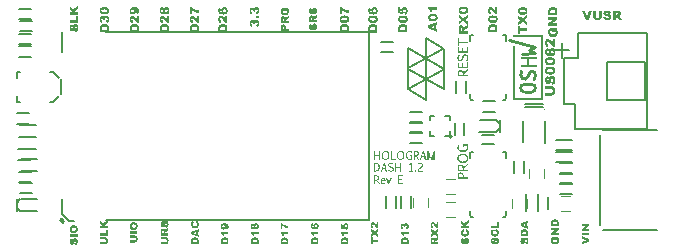
<source format=gto>
G04 Layer_Color=65535*
%FSLAX25Y25*%
%MOIN*%
G70*
G01*
G75*
%ADD34C,0.01000*%
%ADD36C,0.00500*%
%ADD38C,0.00800*%
%ADD39C,0.00700*%
%ADD42C,0.00600*%
%ADD115C,0.00394*%
%ADD116C,0.01575*%
%ADD117C,0.00630*%
%ADD118C,0.00400*%
%ADD119R,0.01000X0.03600*%
%ADD120R,0.05400X0.01000*%
%ADD121R,0.10200X0.01000*%
%ADD122R,0.01000X0.18000*%
%ADD123R,0.01000X0.21800*%
G36*
X113298Y2829D02*
X113335D01*
X113427Y2819D01*
X113524Y2810D01*
X113631Y2792D01*
X113732Y2768D01*
X113825Y2736D01*
X113829D01*
X113834Y2732D01*
X113862Y2718D01*
X113903Y2699D01*
X113954Y2671D01*
X114014Y2634D01*
X114074Y2588D01*
X114139Y2537D01*
X114199Y2477D01*
X114204Y2468D01*
X114222Y2450D01*
X114250Y2417D01*
X114282Y2376D01*
X114314Y2320D01*
X114347Y2265D01*
X114379Y2200D01*
X114402Y2131D01*
Y2126D01*
X114407Y2122D01*
Y2108D01*
X114412Y2089D01*
X114421Y2039D01*
X114435Y1974D01*
X114448Y1905D01*
X114458Y1821D01*
X114462Y1743D01*
X114467Y1660D01*
Y500D01*
X111935D01*
Y1660D01*
Y1664D01*
Y1674D01*
Y1692D01*
Y1715D01*
X111940Y1747D01*
Y1780D01*
X111949Y1858D01*
X111958Y1951D01*
X111977Y2043D01*
X112000Y2135D01*
X112032Y2219D01*
Y2223D01*
X112037Y2228D01*
X112051Y2256D01*
X112069Y2293D01*
X112102Y2343D01*
X112138Y2399D01*
X112185Y2459D01*
X112240Y2514D01*
X112300Y2570D01*
X112310Y2574D01*
X112333Y2593D01*
X112365Y2616D01*
X112416Y2648D01*
X112476Y2681D01*
X112545Y2713D01*
X112624Y2741D01*
X112707Y2768D01*
X112711D01*
X112716Y2773D01*
X112730D01*
X112748Y2778D01*
X112795Y2787D01*
X112855Y2801D01*
X112928Y2815D01*
X113012Y2824D01*
X113100Y2829D01*
X113197Y2833D01*
X113261D01*
X113298Y2829D01*
D02*
G37*
G36*
X114467Y4016D02*
X112785D01*
X112790Y4007D01*
X112808Y3988D01*
X112831Y3951D01*
X112864Y3910D01*
X112896Y3859D01*
X112933Y3799D01*
X112970Y3739D01*
X113003Y3679D01*
X113007Y3669D01*
X113016Y3651D01*
X113030Y3614D01*
X113049Y3568D01*
X113072Y3508D01*
X113100Y3443D01*
X113123Y3364D01*
X113150Y3277D01*
X112577D01*
Y3281D01*
X112573Y3291D01*
X112564Y3309D01*
X112559Y3337D01*
X112545Y3364D01*
X112531Y3401D01*
X112499Y3480D01*
X112457Y3568D01*
X112411Y3660D01*
X112360Y3752D01*
X112300Y3831D01*
Y3836D01*
X112291Y3840D01*
X112273Y3863D01*
X112235Y3900D01*
X112185Y3946D01*
X112129Y3997D01*
X112060Y4048D01*
X111981Y4099D01*
X111894Y4145D01*
Y4727D01*
X114467D01*
Y4016D01*
D02*
G37*
G36*
X124506Y5822D02*
X124492D01*
X124474Y5827D01*
X124455Y5832D01*
X124427Y5836D01*
X124395Y5841D01*
X124317Y5864D01*
X124229Y5892D01*
X124132Y5928D01*
X124025Y5979D01*
X123924Y6039D01*
X123919Y6044D01*
X123910Y6049D01*
X123896Y6058D01*
X123873Y6076D01*
X123850Y6099D01*
X123818Y6123D01*
X123781Y6160D01*
X123739Y6196D01*
X123693Y6238D01*
X123642Y6289D01*
X123591Y6344D01*
X123531Y6409D01*
X123471Y6478D01*
X123406Y6557D01*
X123342Y6640D01*
X123273Y6732D01*
X123268Y6737D01*
X123263Y6746D01*
X123249Y6760D01*
X123235Y6783D01*
X123194Y6834D01*
X123143Y6899D01*
X123083Y6963D01*
X123028Y7033D01*
X122972Y7088D01*
X122944Y7111D01*
X122921Y7130D01*
X122917Y7134D01*
X122903Y7144D01*
X122880Y7157D01*
X122847Y7176D01*
X122815Y7190D01*
X122774Y7204D01*
X122737Y7213D01*
X122695Y7218D01*
X122677D01*
X122653Y7213D01*
X122626Y7208D01*
X122593Y7194D01*
X122561Y7181D01*
X122529Y7157D01*
X122496Y7130D01*
X122492Y7125D01*
X122482Y7116D01*
X122469Y7097D01*
X122455Y7070D01*
X122441Y7037D01*
X122427Y7000D01*
X122418Y6959D01*
X122413Y6913D01*
Y6908D01*
Y6889D01*
X122418Y6866D01*
X122422Y6834D01*
X122436Y6802D01*
X122450Y6765D01*
X122473Y6728D01*
X122501Y6691D01*
X122505Y6686D01*
X122515Y6677D01*
X122538Y6663D01*
X122570Y6645D01*
X122612Y6626D01*
X122663Y6608D01*
X122723Y6594D01*
X122797Y6580D01*
X122741Y5873D01*
X122727D01*
X122713Y5878D01*
X122690Y5882D01*
X122640Y5892D01*
X122570Y5905D01*
X122496Y5928D01*
X122422Y5952D01*
X122348Y5984D01*
X122279Y6021D01*
X122270Y6025D01*
X122251Y6039D01*
X122224Y6067D01*
X122187Y6104D01*
X122145Y6146D01*
X122104Y6201D01*
X122062Y6261D01*
X122025Y6335D01*
Y6340D01*
X122020Y6344D01*
X122011Y6372D01*
X121997Y6418D01*
X121979Y6483D01*
X121960Y6561D01*
X121947Y6658D01*
X121937Y6769D01*
X121933Y6894D01*
Y6899D01*
Y6913D01*
Y6931D01*
Y6954D01*
X121937Y6987D01*
Y7023D01*
X121942Y7107D01*
X121956Y7199D01*
X121970Y7296D01*
X121993Y7388D01*
X122020Y7472D01*
Y7476D01*
X122025Y7481D01*
X122034Y7504D01*
X122057Y7546D01*
X122085Y7592D01*
X122122Y7643D01*
X122164Y7698D01*
X122219Y7753D01*
X122279Y7800D01*
X122288Y7804D01*
X122311Y7818D01*
X122344Y7837D01*
X122395Y7860D01*
X122450Y7883D01*
X122519Y7901D01*
X122593Y7915D01*
X122672Y7920D01*
X122709D01*
X122755Y7910D01*
X122815Y7901D01*
X122880Y7887D01*
X122958Y7860D01*
X123037Y7827D01*
X123115Y7781D01*
X123125Y7777D01*
X123152Y7753D01*
X123194Y7721D01*
X123249Y7670D01*
X123319Y7601D01*
X123356Y7559D01*
X123397Y7518D01*
X123439Y7467D01*
X123485Y7412D01*
X123531Y7351D01*
X123577Y7287D01*
X123582Y7277D01*
X123600Y7254D01*
X123628Y7218D01*
X123661Y7171D01*
X123693Y7125D01*
X123725Y7074D01*
X123758Y7033D01*
X123785Y7000D01*
X123790Y6996D01*
X123794Y6987D01*
X123808Y6973D01*
X123822Y6954D01*
X123873Y6903D01*
X123933Y6834D01*
Y7938D01*
X124506D01*
Y5822D01*
D02*
G37*
G36*
X122598Y2080D02*
X124506D01*
Y1299D01*
X122598D01*
Y500D01*
X121974D01*
Y2879D01*
X122598D01*
Y2080D01*
D02*
G37*
G36*
X124506Y4857D02*
X123693Y4353D01*
X124506Y3854D01*
Y2981D01*
X123189Y3854D01*
X121974Y3060D01*
Y3923D01*
X122755Y4367D01*
X121974Y4806D01*
Y5661D01*
X123203Y4871D01*
X124506Y5734D01*
Y4857D01*
D02*
G37*
G36*
X103756Y7578D02*
X103821Y7569D01*
X103890Y7555D01*
X103969Y7532D01*
X104047Y7504D01*
X104126Y7462D01*
X104135Y7458D01*
X104158Y7439D01*
X104195Y7412D01*
X104241Y7375D01*
X104292Y7328D01*
X104348Y7273D01*
X104394Y7204D01*
X104440Y7130D01*
X104445Y7120D01*
X104454Y7093D01*
X104472Y7046D01*
X104491Y6987D01*
X104509Y6913D01*
X104528Y6820D01*
X104537Y6718D01*
X104542Y6608D01*
Y6603D01*
Y6589D01*
Y6571D01*
Y6543D01*
X104537Y6511D01*
X104532Y6474D01*
X104523Y6391D01*
X104509Y6294D01*
X104486Y6192D01*
X104454Y6090D01*
X104412Y5998D01*
Y5993D01*
X104408Y5989D01*
X104389Y5961D01*
X104357Y5919D01*
X104311Y5864D01*
X104255Y5808D01*
X104186Y5744D01*
X104098Y5684D01*
X104001Y5628D01*
X103996D01*
X103987Y5624D01*
X103973Y5614D01*
X103950Y5610D01*
X103922Y5596D01*
X103885Y5587D01*
X103849Y5573D01*
X103802Y5564D01*
X103752Y5550D01*
X103691Y5536D01*
X103631Y5527D01*
X103562Y5517D01*
X103493Y5508D01*
X103414Y5499D01*
X103336Y5494D01*
X103183D01*
X103137Y5499D01*
X103082Y5503D01*
X103017Y5508D01*
X102943Y5517D01*
X102865Y5531D01*
X102703Y5564D01*
X102620Y5587D01*
X102536Y5614D01*
X102458Y5647D01*
X102379Y5688D01*
X102310Y5730D01*
X102245Y5781D01*
X102241Y5785D01*
X102232Y5794D01*
X102218Y5808D01*
X102195Y5832D01*
X102172Y5864D01*
X102144Y5901D01*
X102116Y5942D01*
X102084Y5989D01*
X102056Y6044D01*
X102028Y6104D01*
X102001Y6169D01*
X101978Y6238D01*
X101954Y6317D01*
X101941Y6400D01*
X101931Y6487D01*
X101927Y6580D01*
Y6584D01*
Y6594D01*
Y6608D01*
Y6631D01*
X101931Y6686D01*
X101936Y6751D01*
X101945Y6829D01*
X101959Y6908D01*
X101978Y6987D01*
X102001Y7056D01*
X102005Y7065D01*
X102014Y7084D01*
X102028Y7116D01*
X102051Y7157D01*
X102079Y7204D01*
X102116Y7254D01*
X102158Y7301D01*
X102204Y7347D01*
X102208Y7351D01*
X102227Y7365D01*
X102259Y7388D01*
X102296Y7412D01*
X102347Y7444D01*
X102402Y7472D01*
X102472Y7499D01*
X102546Y7527D01*
X102629Y6829D01*
X102624D01*
X102606Y6825D01*
X102578Y6815D01*
X102550Y6806D01*
X102481Y6774D01*
X102453Y6756D01*
X102426Y6732D01*
X102421Y6728D01*
X102416Y6723D01*
X102407Y6709D01*
X102393Y6691D01*
X102370Y6640D01*
X102366Y6608D01*
X102361Y6575D01*
Y6566D01*
X102366Y6548D01*
X102370Y6515D01*
X102384Y6478D01*
X102402Y6432D01*
X102435Y6391D01*
X102476Y6344D01*
X102536Y6307D01*
X102541Y6303D01*
X102564Y6298D01*
X102597Y6284D01*
X102620Y6275D01*
X102647Y6270D01*
X102684Y6261D01*
X102721Y6252D01*
X102763Y6243D01*
X102814Y6233D01*
X102869Y6229D01*
X102929Y6220D01*
X102994Y6210D01*
X103068Y6206D01*
X103063Y6210D01*
X103045Y6229D01*
X103022Y6252D01*
X102994Y6284D01*
X102966Y6326D01*
X102934Y6367D01*
X102901Y6414D01*
X102878Y6464D01*
X102874Y6469D01*
X102869Y6487D01*
X102860Y6515D01*
X102846Y6552D01*
X102832Y6598D01*
X102823Y6649D01*
X102818Y6709D01*
X102814Y6769D01*
Y6774D01*
Y6783D01*
Y6802D01*
X102818Y6825D01*
X102823Y6857D01*
X102828Y6889D01*
X102846Y6968D01*
X102874Y7060D01*
X102915Y7157D01*
X102943Y7208D01*
X102975Y7254D01*
X103017Y7301D01*
X103059Y7347D01*
X103063Y7351D01*
X103068Y7356D01*
X103082Y7370D01*
X103100Y7384D01*
X103123Y7402D01*
X103156Y7421D01*
X103188Y7444D01*
X103225Y7467D01*
X103313Y7508D01*
X103419Y7546D01*
X103534Y7573D01*
X103599Y7578D01*
X103668Y7582D01*
X103710D01*
X103756Y7578D01*
D02*
G37*
G36*
X93274Y2829D02*
X93311D01*
X93404Y2819D01*
X93501Y2810D01*
X93607Y2792D01*
X93708Y2768D01*
X93801Y2736D01*
X93805D01*
X93810Y2732D01*
X93838Y2718D01*
X93879Y2699D01*
X93930Y2671D01*
X93990Y2634D01*
X94050Y2588D01*
X94115Y2537D01*
X94175Y2477D01*
X94180Y2468D01*
X94198Y2450D01*
X94226Y2417D01*
X94258Y2376D01*
X94291Y2320D01*
X94323Y2265D01*
X94355Y2200D01*
X94378Y2131D01*
Y2126D01*
X94383Y2122D01*
Y2108D01*
X94388Y2089D01*
X94397Y2039D01*
X94411Y1974D01*
X94424Y1905D01*
X94434Y1821D01*
X94438Y1743D01*
X94443Y1660D01*
Y500D01*
X91911D01*
Y1660D01*
Y1664D01*
Y1674D01*
Y1692D01*
Y1715D01*
X91916Y1747D01*
Y1780D01*
X91925Y1858D01*
X91934Y1951D01*
X91953Y2043D01*
X91976Y2135D01*
X92008Y2219D01*
Y2223D01*
X92013Y2228D01*
X92027Y2256D01*
X92045Y2293D01*
X92078Y2343D01*
X92115Y2399D01*
X92161Y2459D01*
X92216Y2514D01*
X92276Y2570D01*
X92286Y2574D01*
X92309Y2593D01*
X92341Y2616D01*
X92392Y2648D01*
X92452Y2681D01*
X92521Y2713D01*
X92600Y2741D01*
X92683Y2768D01*
X92687D01*
X92692Y2773D01*
X92706D01*
X92724Y2778D01*
X92771Y2787D01*
X92831Y2801D01*
X92905Y2815D01*
X92988Y2824D01*
X93076Y2829D01*
X93173Y2833D01*
X93237D01*
X93274Y2829D01*
D02*
G37*
G36*
X104500Y4016D02*
X102818D01*
X102823Y4007D01*
X102841Y3988D01*
X102865Y3951D01*
X102897Y3910D01*
X102929Y3859D01*
X102966Y3799D01*
X103003Y3739D01*
X103035Y3679D01*
X103040Y3669D01*
X103049Y3651D01*
X103063Y3614D01*
X103082Y3568D01*
X103105Y3508D01*
X103132Y3443D01*
X103156Y3364D01*
X103183Y3277D01*
X102610D01*
Y3281D01*
X102606Y3291D01*
X102597Y3309D01*
X102592Y3337D01*
X102578Y3364D01*
X102564Y3401D01*
X102532Y3480D01*
X102490Y3568D01*
X102444Y3660D01*
X102393Y3752D01*
X102333Y3831D01*
Y3836D01*
X102324Y3840D01*
X102305Y3863D01*
X102269Y3900D01*
X102218Y3946D01*
X102162Y3997D01*
X102093Y4048D01*
X102014Y4099D01*
X101927Y4145D01*
Y4727D01*
X104500D01*
Y4016D01*
D02*
G37*
G36*
X113663Y7564D02*
X113728Y7555D01*
X113797Y7536D01*
X113876Y7518D01*
X113963Y7485D01*
X114047Y7444D01*
X114051D01*
X114056Y7439D01*
X114084Y7421D01*
X114125Y7393D01*
X114176Y7356D01*
X114231Y7305D01*
X114287Y7245D01*
X114342Y7176D01*
X114393Y7097D01*
Y7093D01*
X114398Y7088D01*
X114402Y7074D01*
X114412Y7056D01*
X114421Y7037D01*
X114430Y7010D01*
X114448Y6945D01*
X114472Y6862D01*
X114490Y6760D01*
X114504Y6649D01*
X114509Y6525D01*
Y6520D01*
Y6515D01*
Y6501D01*
Y6483D01*
X114504Y6437D01*
Y6377D01*
X114499Y6312D01*
X114490Y6238D01*
X114476Y6164D01*
X114462Y6095D01*
X114458Y6086D01*
X114453Y6067D01*
X114444Y6035D01*
X114425Y5993D01*
X114407Y5942D01*
X114384Y5892D01*
X114324Y5790D01*
X114319Y5785D01*
X114305Y5771D01*
X114287Y5748D01*
X114259Y5716D01*
X114231Y5684D01*
X114194Y5651D01*
X114111Y5587D01*
X114107Y5582D01*
X114088Y5573D01*
X114065Y5559D01*
X114028Y5545D01*
X113987Y5522D01*
X113936Y5503D01*
X113876Y5480D01*
X113811Y5462D01*
X113732Y6173D01*
X113742D01*
X113760Y6178D01*
X113793Y6187D01*
X113829Y6196D01*
X113871Y6210D01*
X113913Y6233D01*
X113954Y6256D01*
X113991Y6289D01*
X113996Y6294D01*
X114005Y6307D01*
X114019Y6326D01*
X114033Y6353D01*
X114051Y6386D01*
X114065Y6427D01*
X114074Y6474D01*
X114079Y6520D01*
Y6525D01*
Y6543D01*
X114074Y6571D01*
X114065Y6608D01*
X114051Y6645D01*
X114033Y6686D01*
X114005Y6728D01*
X113968Y6765D01*
X113963Y6769D01*
X113945Y6779D01*
X113922Y6797D01*
X113885Y6815D01*
X113839Y6829D01*
X113783Y6848D01*
X113719Y6857D01*
X113640Y6862D01*
X113603D01*
X113561Y6857D01*
X113515Y6848D01*
X113460Y6839D01*
X113404Y6820D01*
X113354Y6797D01*
X113307Y6765D01*
X113303Y6760D01*
X113289Y6746D01*
X113275Y6728D01*
X113252Y6695D01*
X113233Y6658D01*
X113220Y6617D01*
X113206Y6561D01*
X113201Y6506D01*
Y6501D01*
Y6487D01*
X113206Y6469D01*
Y6441D01*
X113224Y6381D01*
X113233Y6344D01*
X113252Y6307D01*
Y6303D01*
X113261Y6294D01*
X113270Y6280D01*
X113284Y6261D01*
X113303Y6238D01*
X113326Y6210D01*
X113354Y6183D01*
X113386Y6150D01*
X113298Y5554D01*
X111935Y5776D01*
Y7448D01*
X112499D01*
Y6312D01*
X112878Y6252D01*
X112873Y6256D01*
X112868Y6270D01*
X112859Y6298D01*
X112845Y6326D01*
X112831Y6363D01*
X112818Y6404D01*
X112795Y6487D01*
Y6492D01*
X112790Y6506D01*
X112785Y6529D01*
X112781Y6561D01*
X112776Y6594D01*
X112771Y6631D01*
X112767Y6714D01*
Y6718D01*
Y6732D01*
Y6751D01*
X112771Y6779D01*
Y6811D01*
X112781Y6848D01*
X112795Y6931D01*
X112822Y7033D01*
X112864Y7134D01*
X112892Y7185D01*
X112919Y7236D01*
X112956Y7282D01*
X112998Y7328D01*
X113003Y7333D01*
X113007Y7338D01*
X113021Y7351D01*
X113039Y7365D01*
X113063Y7384D01*
X113090Y7402D01*
X113155Y7448D01*
X113238Y7495D01*
X113340Y7532D01*
X113451Y7559D01*
X113511Y7564D01*
X113575Y7569D01*
X113617D01*
X113663Y7564D01*
D02*
G37*
G36*
X103331Y2829D02*
X103368D01*
X103461Y2819D01*
X103558Y2810D01*
X103664Y2792D01*
X103765Y2768D01*
X103858Y2736D01*
X103862D01*
X103867Y2732D01*
X103895Y2718D01*
X103936Y2699D01*
X103987Y2671D01*
X104047Y2634D01*
X104107Y2588D01*
X104172Y2537D01*
X104232Y2477D01*
X104237Y2468D01*
X104255Y2450D01*
X104283Y2417D01*
X104315Y2376D01*
X104348Y2320D01*
X104380Y2265D01*
X104412Y2200D01*
X104435Y2131D01*
Y2126D01*
X104440Y2122D01*
Y2108D01*
X104445Y2089D01*
X104454Y2039D01*
X104468Y1974D01*
X104481Y1905D01*
X104491Y1821D01*
X104495Y1743D01*
X104500Y1660D01*
Y500D01*
X101968D01*
Y1660D01*
Y1664D01*
Y1674D01*
Y1692D01*
Y1715D01*
X101973Y1747D01*
Y1780D01*
X101982Y1858D01*
X101991Y1951D01*
X102010Y2043D01*
X102033Y2135D01*
X102065Y2219D01*
Y2223D01*
X102070Y2228D01*
X102084Y2256D01*
X102102Y2293D01*
X102135Y2343D01*
X102172Y2399D01*
X102218Y2459D01*
X102273Y2514D01*
X102333Y2570D01*
X102342Y2574D01*
X102366Y2593D01*
X102398Y2616D01*
X102449Y2648D01*
X102509Y2681D01*
X102578Y2713D01*
X102657Y2741D01*
X102740Y2768D01*
X102744D01*
X102749Y2773D01*
X102763D01*
X102781Y2778D01*
X102828Y2787D01*
X102888Y2801D01*
X102962Y2815D01*
X103045Y2824D01*
X103132Y2829D01*
X103229Y2833D01*
X103294D01*
X103331Y2829D01*
D02*
G37*
G36*
X133810Y7559D02*
X133865Y7550D01*
X133934Y7536D01*
X134004Y7513D01*
X134078Y7485D01*
X134156Y7444D01*
X134165Y7439D01*
X134188Y7421D01*
X134225Y7398D01*
X134272Y7361D01*
X134323Y7310D01*
X134373Y7254D01*
X134424Y7190D01*
X134470Y7111D01*
Y7107D01*
X134475Y7102D01*
X134480Y7088D01*
X134489Y7070D01*
X134493Y7051D01*
X134503Y7023D01*
X134521Y6959D01*
X134544Y6876D01*
X134558Y6779D01*
X134572Y6663D01*
X134577Y6538D01*
Y6534D01*
Y6525D01*
Y6506D01*
Y6483D01*
X134572Y6455D01*
Y6418D01*
X134567Y6344D01*
X134558Y6256D01*
X134544Y6164D01*
X134526Y6076D01*
X134498Y5993D01*
X134493Y5984D01*
X134484Y5961D01*
X134466Y5924D01*
X134438Y5878D01*
X134406Y5827D01*
X134364Y5771D01*
X134318Y5716D01*
X134262Y5665D01*
X134253Y5661D01*
X134235Y5642D01*
X134202Y5619D01*
X134156Y5591D01*
X134096Y5559D01*
X134031Y5531D01*
X133953Y5499D01*
X133870Y5471D01*
X133773Y6173D01*
X133782D01*
X133805Y6183D01*
X133842Y6192D01*
X133888Y6206D01*
X133985Y6243D01*
X134031Y6270D01*
X134068Y6298D01*
X134073Y6303D01*
X134082Y6312D01*
X134091Y6335D01*
X134105Y6358D01*
X134124Y6391D01*
X134133Y6432D01*
X134142Y6474D01*
X134147Y6525D01*
Y6529D01*
Y6548D01*
X134142Y6575D01*
X134133Y6608D01*
X134124Y6645D01*
X134105Y6686D01*
X134078Y6723D01*
X134045Y6760D01*
X134041Y6765D01*
X134027Y6774D01*
X134004Y6792D01*
X133971Y6811D01*
X133934Y6825D01*
X133884Y6843D01*
X133828Y6853D01*
X133768Y6857D01*
X133740D01*
X133708Y6853D01*
X133666Y6848D01*
X133625Y6834D01*
X133579Y6820D01*
X133537Y6797D01*
X133495Y6765D01*
X133491Y6760D01*
X133482Y6746D01*
X133463Y6728D01*
X133445Y6700D01*
X133431Y6663D01*
X133412Y6622D01*
X133403Y6571D01*
X133398Y6515D01*
Y6511D01*
Y6501D01*
Y6483D01*
X133403Y6455D01*
X133408Y6423D01*
X133417Y6386D01*
X133426Y6340D01*
X133440Y6289D01*
X132941Y6321D01*
Y6326D01*
Y6330D01*
Y6353D01*
X132946Y6386D01*
Y6414D01*
Y6418D01*
Y6437D01*
X132941Y6464D01*
X132937Y6497D01*
X132927Y6529D01*
X132909Y6571D01*
X132890Y6608D01*
X132863Y6645D01*
X132858Y6649D01*
X132849Y6658D01*
X132830Y6677D01*
X132802Y6695D01*
X132775Y6709D01*
X132738Y6728D01*
X132696Y6737D01*
X132655Y6742D01*
X132636D01*
X132613Y6737D01*
X132590Y6732D01*
X132558Y6723D01*
X132530Y6714D01*
X132498Y6695D01*
X132470Y6672D01*
X132465Y6668D01*
X132461Y6658D01*
X132447Y6645D01*
X132433Y6622D01*
X132424Y6594D01*
X132410Y6561D01*
X132405Y6525D01*
X132401Y6478D01*
Y6474D01*
Y6460D01*
X132405Y6437D01*
X132410Y6404D01*
X132419Y6372D01*
X132433Y6340D01*
X132451Y6307D01*
X132479Y6275D01*
X132484Y6270D01*
X132493Y6261D01*
X132511Y6252D01*
X132539Y6233D01*
X132576Y6220D01*
X132618Y6201D01*
X132673Y6187D01*
X132738Y6173D01*
X132622Y5508D01*
X132618D01*
X132608Y5513D01*
X132590Y5517D01*
X132571Y5522D01*
X132544Y5536D01*
X132511Y5545D01*
X132442Y5577D01*
X132364Y5619D01*
X132280Y5674D01*
X132202Y5739D01*
X132133Y5822D01*
Y5827D01*
X132123Y5832D01*
X132119Y5845D01*
X132105Y5868D01*
X132091Y5892D01*
X132077Y5919D01*
X132063Y5956D01*
X132045Y5998D01*
X132031Y6039D01*
X132017Y6090D01*
X132003Y6146D01*
X131989Y6206D01*
X131975Y6270D01*
X131971Y6340D01*
X131962Y6492D01*
Y6497D01*
Y6515D01*
Y6538D01*
X131966Y6575D01*
Y6617D01*
X131971Y6663D01*
X131975Y6714D01*
X131985Y6769D01*
X132008Y6889D01*
X132040Y7005D01*
X132086Y7120D01*
X132114Y7167D01*
X132147Y7213D01*
Y7218D01*
X132156Y7222D01*
X132179Y7250D01*
X132220Y7282D01*
X132276Y7324D01*
X132341Y7365D01*
X132419Y7402D01*
X132511Y7425D01*
X132562Y7430D01*
X132613Y7435D01*
X132641D01*
X132673Y7430D01*
X132710Y7425D01*
X132756Y7412D01*
X132807Y7398D01*
X132858Y7375D01*
X132909Y7342D01*
X132913Y7338D01*
X132932Y7324D01*
X132955Y7305D01*
X132987Y7277D01*
X133020Y7241D01*
X133061Y7194D01*
X133103Y7139D01*
X133140Y7074D01*
Y7079D01*
X133144Y7097D01*
X133154Y7125D01*
X133163Y7157D01*
X133191Y7227D01*
X133204Y7264D01*
X133223Y7296D01*
X133228Y7301D01*
X133237Y7315D01*
X133255Y7338D01*
X133278Y7365D01*
X133306Y7398D01*
X133343Y7430D01*
X133385Y7462D01*
X133431Y7490D01*
X133435Y7495D01*
X133454Y7504D01*
X133482Y7513D01*
X133514Y7527D01*
X133560Y7541D01*
X133611Y7555D01*
X133666Y7559D01*
X133731Y7564D01*
X133768D01*
X133810Y7559D01*
D02*
G37*
G36*
X153898Y2792D02*
X153958Y2782D01*
X154028Y2768D01*
X154106Y2741D01*
X154185Y2708D01*
X154263Y2662D01*
X154273Y2657D01*
X154296Y2639D01*
X154333Y2607D01*
X154379Y2565D01*
X154430Y2510D01*
X154481Y2445D01*
X154527Y2371D01*
X154573Y2283D01*
Y2279D01*
X154578Y2274D01*
X154582Y2260D01*
X154587Y2242D01*
X154596Y2219D01*
X154605Y2186D01*
X154614Y2154D01*
X154624Y2117D01*
X154642Y2029D01*
X154661Y1923D01*
X154670Y1808D01*
X154675Y1674D01*
Y1664D01*
Y1646D01*
Y1613D01*
X154670Y1567D01*
X154665Y1516D01*
X154661Y1456D01*
X154656Y1392D01*
X154642Y1318D01*
X154614Y1170D01*
X154573Y1022D01*
X154545Y953D01*
X154508Y888D01*
X154471Y828D01*
X154430Y777D01*
X154425Y773D01*
X154416Y768D01*
X154402Y754D01*
X154384Y740D01*
X154360Y722D01*
X154333Y699D01*
X154296Y676D01*
X154259Y653D01*
X154166Y602D01*
X154056Y555D01*
X153935Y523D01*
X153866Y509D01*
X153797Y500D01*
X153746Y1244D01*
X153755D01*
X153778Y1248D01*
X153811Y1253D01*
X153848Y1267D01*
X153940Y1295D01*
X153986Y1318D01*
X154023Y1341D01*
X154028Y1345D01*
X154046Y1364D01*
X154069Y1392D01*
X154097Y1429D01*
X154129Y1479D01*
X154153Y1539D01*
X154171Y1609D01*
X154176Y1687D01*
Y1697D01*
Y1715D01*
X154171Y1743D01*
X154166Y1784D01*
X154157Y1826D01*
X154143Y1867D01*
X154125Y1909D01*
X154102Y1946D01*
X154097Y1951D01*
X154088Y1960D01*
X154069Y1974D01*
X154051Y1992D01*
X154023Y2011D01*
X153991Y2025D01*
X153954Y2034D01*
X153917Y2039D01*
X153898D01*
X153880Y2034D01*
X153857Y2029D01*
X153829Y2015D01*
X153801Y2001D01*
X153769Y1978D01*
X153741Y1951D01*
X153737Y1946D01*
X153727Y1932D01*
X153714Y1905D01*
X153695Y1867D01*
X153672Y1812D01*
X153644Y1743D01*
X153630Y1701D01*
X153621Y1655D01*
X153607Y1604D01*
X153594Y1549D01*
Y1544D01*
X153589Y1526D01*
X153580Y1498D01*
X153575Y1466D01*
X153561Y1424D01*
X153547Y1373D01*
X153533Y1322D01*
X153515Y1267D01*
X153469Y1142D01*
X153418Y1022D01*
X153358Y911D01*
X153325Y860D01*
X153289Y814D01*
X153284D01*
X153279Y805D01*
X153256Y782D01*
X153215Y745D01*
X153155Y708D01*
X153085Y666D01*
X153002Y629D01*
X152910Y606D01*
X152859Y602D01*
X152804Y597D01*
X152771D01*
X152730Y602D01*
X152683Y611D01*
X152628Y625D01*
X152563Y643D01*
X152499Y671D01*
X152434Y708D01*
X152425Y713D01*
X152406Y731D01*
X152374Y759D01*
X152332Y796D01*
X152291Y842D01*
X152244Y902D01*
X152203Y971D01*
X152161Y1050D01*
Y1054D01*
X152157Y1059D01*
X152152Y1073D01*
X152147Y1091D01*
X152138Y1115D01*
X152129Y1142D01*
X152120Y1175D01*
X152111Y1211D01*
X152101Y1253D01*
X152092Y1304D01*
X152074Y1410D01*
X152064Y1535D01*
X152060Y1674D01*
Y1678D01*
Y1697D01*
Y1720D01*
X152064Y1752D01*
Y1794D01*
X152069Y1840D01*
X152074Y1891D01*
X152083Y1946D01*
X152106Y2066D01*
X152138Y2191D01*
X152184Y2306D01*
X152212Y2362D01*
X152244Y2413D01*
Y2417D01*
X152254Y2422D01*
X152277Y2454D01*
X152323Y2496D01*
X152383Y2547D01*
X152420Y2574D01*
X152462Y2598D01*
X152512Y2625D01*
X152563Y2648D01*
X152619Y2671D01*
X152679Y2690D01*
X152748Y2704D01*
X152817Y2718D01*
X152859Y1978D01*
X152850D01*
X152831Y1974D01*
X152799Y1964D01*
X152762Y1951D01*
X152725Y1932D01*
X152683Y1914D01*
X152642Y1886D01*
X152609Y1854D01*
X152605Y1849D01*
X152596Y1835D01*
X152586Y1817D01*
X152568Y1789D01*
X152554Y1752D01*
X152545Y1706D01*
X152535Y1655D01*
X152531Y1595D01*
Y1590D01*
Y1572D01*
X152535Y1549D01*
X152540Y1516D01*
X152554Y1447D01*
X152573Y1415D01*
X152591Y1387D01*
X152596Y1382D01*
X152600Y1378D01*
X152628Y1355D01*
X152674Y1332D01*
X152702Y1327D01*
X152730Y1322D01*
X152739D01*
X152767Y1332D01*
X152804Y1345D01*
X152822Y1359D01*
X152840Y1378D01*
Y1382D01*
X152850Y1392D01*
X152859Y1405D01*
X152873Y1433D01*
X152887Y1466D01*
X152901Y1512D01*
X152919Y1567D01*
X152933Y1636D01*
Y1641D01*
X152937Y1660D01*
X152942Y1687D01*
X152951Y1720D01*
X152961Y1761D01*
X152974Y1812D01*
X152988Y1867D01*
X153002Y1923D01*
X153034Y2043D01*
X153076Y2168D01*
X153118Y2279D01*
X153136Y2330D01*
X153159Y2376D01*
Y2380D01*
X153164Y2385D01*
X153178Y2413D01*
X153201Y2450D01*
X153233Y2500D01*
X153275Y2551D01*
X153321Y2607D01*
X153376Y2657D01*
X153436Y2699D01*
X153446Y2704D01*
X153464Y2713D01*
X153501Y2732D01*
X153547Y2750D01*
X153603Y2768D01*
X153663Y2787D01*
X153737Y2796D01*
X153811Y2801D01*
X153852D01*
X153898Y2792D01*
D02*
G37*
G36*
X153820Y5564D02*
X153834Y5559D01*
X153852Y5554D01*
X153908Y5540D01*
X153972Y5513D01*
X154051Y5485D01*
X154129Y5443D01*
X154208Y5402D01*
X154287Y5346D01*
X154296Y5342D01*
X154319Y5319D01*
X154351Y5286D01*
X154397Y5245D01*
X154444Y5189D01*
X154490Y5129D01*
X154536Y5055D01*
X154578Y4977D01*
Y4972D01*
X154582Y4967D01*
X154587Y4954D01*
X154591Y4940D01*
X154610Y4889D01*
X154624Y4824D01*
X154642Y4746D01*
X154661Y4649D01*
X154670Y4538D01*
X154675Y4418D01*
Y4413D01*
Y4399D01*
Y4376D01*
Y4349D01*
X154670Y4312D01*
Y4275D01*
X154665Y4228D01*
X154661Y4177D01*
X154647Y4071D01*
X154624Y3956D01*
X154596Y3845D01*
X154559Y3739D01*
Y3734D01*
X154554Y3729D01*
X154545Y3715D01*
X154536Y3697D01*
X154504Y3646D01*
X154462Y3586D01*
X154402Y3517D01*
X154333Y3438D01*
X154245Y3364D01*
X154139Y3291D01*
X154134D01*
X154125Y3281D01*
X154106Y3272D01*
X154083Y3263D01*
X154056Y3249D01*
X154018Y3230D01*
X153977Y3212D01*
X153926Y3198D01*
X153875Y3180D01*
X153815Y3161D01*
X153751Y3147D01*
X153681Y3129D01*
X153607Y3119D01*
X153529Y3110D01*
X153363Y3101D01*
X153335D01*
X153302Y3106D01*
X153261D01*
X153205Y3110D01*
X153145Y3119D01*
X153081Y3129D01*
X153007Y3143D01*
X152928Y3161D01*
X152850Y3184D01*
X152771Y3207D01*
X152688Y3240D01*
X152609Y3281D01*
X152535Y3323D01*
X152462Y3374D01*
X152397Y3434D01*
X152392Y3438D01*
X152383Y3448D01*
X152365Y3471D01*
X152346Y3494D01*
X152318Y3531D01*
X152291Y3572D01*
X152258Y3619D01*
X152226Y3679D01*
X152198Y3739D01*
X152166Y3813D01*
X152138Y3891D01*
X152111Y3974D01*
X152092Y4067D01*
X152074Y4164D01*
X152064Y4270D01*
X152060Y4381D01*
Y4385D01*
Y4404D01*
Y4427D01*
X152064Y4459D01*
Y4501D01*
X152069Y4547D01*
X152074Y4598D01*
X152083Y4653D01*
X152106Y4778D01*
X152143Y4903D01*
X152189Y5023D01*
X152221Y5078D01*
X152254Y5134D01*
Y5139D01*
X152263Y5148D01*
X152272Y5162D01*
X152291Y5180D01*
X152309Y5203D01*
X152337Y5231D01*
X152365Y5259D01*
X152401Y5291D01*
X152438Y5323D01*
X152485Y5356D01*
X152531Y5393D01*
X152586Y5425D01*
X152646Y5457D01*
X152707Y5490D01*
X152776Y5517D01*
X152850Y5545D01*
X153002Y4852D01*
X152998D01*
X152984Y4847D01*
X152961Y4838D01*
X152937Y4829D01*
X152882Y4801D01*
X152859Y4787D01*
X152836Y4773D01*
X152831Y4769D01*
X152822Y4764D01*
X152804Y4746D01*
X152785Y4727D01*
X152739Y4676D01*
X152697Y4612D01*
X152693Y4607D01*
X152688Y4598D01*
X152679Y4575D01*
X152670Y4552D01*
X152660Y4519D01*
X152656Y4482D01*
X152646Y4441D01*
Y4399D01*
Y4395D01*
Y4385D01*
Y4372D01*
X152651Y4358D01*
X152656Y4307D01*
X152674Y4247D01*
X152697Y4182D01*
X152739Y4113D01*
X152790Y4048D01*
X152827Y4020D01*
X152864Y3993D01*
X152873Y3988D01*
X152891Y3974D01*
X152933Y3960D01*
X152984Y3942D01*
X153053Y3919D01*
X153136Y3905D01*
X153238Y3891D01*
X153358Y3887D01*
X153427D01*
X153460Y3891D01*
X153501D01*
X153589Y3900D01*
X153681Y3919D01*
X153778Y3937D01*
X153866Y3970D01*
X153903Y3988D01*
X153935Y4011D01*
X153940Y4016D01*
X153958Y4034D01*
X153982Y4067D01*
X154009Y4104D01*
X154042Y4154D01*
X154065Y4219D01*
X154083Y4288D01*
X154088Y4372D01*
Y4376D01*
Y4381D01*
Y4408D01*
X154083Y4450D01*
X154074Y4501D01*
X154056Y4556D01*
X154037Y4612D01*
X154005Y4667D01*
X153963Y4713D01*
X153958Y4718D01*
X153940Y4732D01*
X153912Y4755D01*
X153871Y4778D01*
X153820Y4806D01*
X153755Y4834D01*
X153681Y4861D01*
X153594Y4884D01*
X153806Y5568D01*
X153811D01*
X153820Y5564D01*
D02*
G37*
G36*
X174415Y7629D02*
X173999Y7504D01*
Y6617D01*
X174415Y6492D01*
Y5693D01*
X171883Y6640D01*
Y7499D01*
X174415Y8451D01*
Y7629D01*
D02*
G37*
G36*
X173680Y2792D02*
X173740Y2782D01*
X173810Y2768D01*
X173888Y2741D01*
X173967Y2708D01*
X174045Y2662D01*
X174055Y2657D01*
X174078Y2639D01*
X174115Y2607D01*
X174161Y2565D01*
X174212Y2510D01*
X174262Y2445D01*
X174309Y2371D01*
X174355Y2283D01*
Y2279D01*
X174360Y2274D01*
X174364Y2260D01*
X174369Y2242D01*
X174378Y2219D01*
X174387Y2186D01*
X174397Y2154D01*
X174406Y2117D01*
X174424Y2029D01*
X174443Y1923D01*
X174452Y1808D01*
X174457Y1674D01*
Y1664D01*
Y1646D01*
Y1613D01*
X174452Y1567D01*
X174447Y1516D01*
X174443Y1456D01*
X174438Y1392D01*
X174424Y1318D01*
X174397Y1170D01*
X174355Y1022D01*
X174327Y953D01*
X174290Y888D01*
X174253Y828D01*
X174212Y777D01*
X174207Y773D01*
X174198Y768D01*
X174184Y754D01*
X174165Y740D01*
X174142Y722D01*
X174115Y699D01*
X174078Y676D01*
X174041Y653D01*
X173948Y602D01*
X173837Y555D01*
X173717Y523D01*
X173648Y509D01*
X173579Y500D01*
X173528Y1244D01*
X173537D01*
X173560Y1248D01*
X173593Y1253D01*
X173630Y1267D01*
X173722Y1295D01*
X173768Y1318D01*
X173805Y1341D01*
X173810Y1345D01*
X173828Y1364D01*
X173851Y1392D01*
X173879Y1429D01*
X173911Y1479D01*
X173934Y1539D01*
X173953Y1609D01*
X173958Y1687D01*
Y1697D01*
Y1715D01*
X173953Y1743D01*
X173948Y1784D01*
X173939Y1826D01*
X173925Y1867D01*
X173907Y1909D01*
X173884Y1946D01*
X173879Y1951D01*
X173870Y1960D01*
X173851Y1974D01*
X173833Y1992D01*
X173805Y2011D01*
X173773Y2025D01*
X173736Y2034D01*
X173699Y2039D01*
X173680D01*
X173662Y2034D01*
X173639Y2029D01*
X173611Y2015D01*
X173583Y2001D01*
X173551Y1978D01*
X173523Y1951D01*
X173519Y1946D01*
X173510Y1932D01*
X173496Y1905D01*
X173477Y1867D01*
X173454Y1812D01*
X173426Y1743D01*
X173413Y1701D01*
X173403Y1655D01*
X173389Y1604D01*
X173375Y1549D01*
Y1544D01*
X173371Y1526D01*
X173362Y1498D01*
X173357Y1466D01*
X173343Y1424D01*
X173329Y1373D01*
X173315Y1322D01*
X173297Y1267D01*
X173251Y1142D01*
X173200Y1022D01*
X173140Y911D01*
X173108Y860D01*
X173071Y814D01*
X173066D01*
X173061Y805D01*
X173038Y782D01*
X172997Y745D01*
X172937Y708D01*
X172867Y666D01*
X172784Y629D01*
X172692Y606D01*
X172641Y602D01*
X172585Y597D01*
X172553D01*
X172512Y602D01*
X172465Y611D01*
X172410Y625D01*
X172345Y643D01*
X172281Y671D01*
X172216Y708D01*
X172207Y713D01*
X172188Y731D01*
X172156Y759D01*
X172114Y796D01*
X172073Y842D01*
X172027Y902D01*
X171985Y971D01*
X171943Y1050D01*
Y1054D01*
X171939Y1059D01*
X171934Y1073D01*
X171929Y1091D01*
X171920Y1115D01*
X171911Y1142D01*
X171902Y1175D01*
X171892Y1211D01*
X171883Y1253D01*
X171874Y1304D01*
X171855Y1410D01*
X171846Y1535D01*
X171842Y1674D01*
Y1678D01*
Y1697D01*
Y1720D01*
X171846Y1752D01*
Y1794D01*
X171851Y1840D01*
X171855Y1891D01*
X171865Y1946D01*
X171888Y2066D01*
X171920Y2191D01*
X171966Y2306D01*
X171994Y2362D01*
X172027Y2413D01*
Y2417D01*
X172036Y2422D01*
X172059Y2454D01*
X172105Y2496D01*
X172165Y2547D01*
X172202Y2574D01*
X172244Y2598D01*
X172294Y2625D01*
X172345Y2648D01*
X172401Y2671D01*
X172461Y2690D01*
X172530Y2704D01*
X172599Y2718D01*
X172641Y1978D01*
X172632D01*
X172613Y1974D01*
X172581Y1964D01*
X172544Y1951D01*
X172507Y1932D01*
X172465Y1914D01*
X172424Y1886D01*
X172391Y1854D01*
X172387Y1849D01*
X172378Y1835D01*
X172368Y1817D01*
X172350Y1789D01*
X172336Y1752D01*
X172327Y1706D01*
X172318Y1655D01*
X172313Y1595D01*
Y1590D01*
Y1572D01*
X172318Y1549D01*
X172322Y1516D01*
X172336Y1447D01*
X172354Y1415D01*
X172373Y1387D01*
X172378Y1382D01*
X172382Y1378D01*
X172410Y1355D01*
X172456Y1332D01*
X172484Y1327D01*
X172512Y1322D01*
X172521D01*
X172548Y1332D01*
X172585Y1345D01*
X172604Y1359D01*
X172622Y1378D01*
Y1382D01*
X172632Y1392D01*
X172641Y1405D01*
X172655Y1433D01*
X172669Y1466D01*
X172682Y1512D01*
X172701Y1567D01*
X172715Y1636D01*
Y1641D01*
X172720Y1660D01*
X172724Y1687D01*
X172733Y1720D01*
X172743Y1761D01*
X172756Y1812D01*
X172770Y1867D01*
X172784Y1923D01*
X172817Y2043D01*
X172858Y2168D01*
X172900Y2279D01*
X172918Y2330D01*
X172941Y2376D01*
Y2380D01*
X172946Y2385D01*
X172960Y2413D01*
X172983Y2450D01*
X173015Y2500D01*
X173057Y2551D01*
X173103Y2607D01*
X173158Y2657D01*
X173218Y2699D01*
X173228Y2704D01*
X173246Y2713D01*
X173283Y2732D01*
X173329Y2750D01*
X173385Y2768D01*
X173445Y2787D01*
X173519Y2796D01*
X173593Y2801D01*
X173634D01*
X173680Y2792D01*
D02*
G37*
G36*
X173246Y5531D02*
X173283D01*
X173375Y5522D01*
X173472Y5513D01*
X173579Y5494D01*
X173680Y5471D01*
X173773Y5439D01*
X173777D01*
X173782Y5434D01*
X173810Y5420D01*
X173851Y5402D01*
X173902Y5374D01*
X173962Y5337D01*
X174022Y5291D01*
X174087Y5240D01*
X174147Y5180D01*
X174152Y5171D01*
X174170Y5152D01*
X174198Y5120D01*
X174230Y5078D01*
X174262Y5023D01*
X174295Y4967D01*
X174327Y4903D01*
X174350Y4834D01*
Y4829D01*
X174355Y4824D01*
Y4811D01*
X174360Y4792D01*
X174369Y4741D01*
X174383Y4676D01*
X174397Y4607D01*
X174406Y4524D01*
X174410Y4445D01*
X174415Y4362D01*
Y3203D01*
X171883D01*
Y4362D01*
Y4367D01*
Y4376D01*
Y4395D01*
Y4418D01*
X171888Y4450D01*
Y4482D01*
X171897Y4561D01*
X171906Y4653D01*
X171925Y4746D01*
X171948Y4838D01*
X171980Y4921D01*
Y4926D01*
X171985Y4931D01*
X171999Y4958D01*
X172017Y4995D01*
X172050Y5046D01*
X172087Y5102D01*
X172133Y5162D01*
X172188Y5217D01*
X172248Y5272D01*
X172257Y5277D01*
X172281Y5296D01*
X172313Y5319D01*
X172364Y5351D01*
X172424Y5383D01*
X172493Y5416D01*
X172572Y5443D01*
X172655Y5471D01*
X172659D01*
X172664Y5476D01*
X172678D01*
X172696Y5480D01*
X172743Y5490D01*
X172803Y5503D01*
X172877Y5517D01*
X172960Y5527D01*
X173047Y5531D01*
X173144Y5536D01*
X173209D01*
X173246Y5531D01*
D02*
G37*
G36*
X133366Y2829D02*
X133403D01*
X133495Y2819D01*
X133592Y2810D01*
X133699Y2792D01*
X133800Y2768D01*
X133893Y2736D01*
X133897D01*
X133902Y2732D01*
X133930Y2718D01*
X133971Y2699D01*
X134022Y2671D01*
X134082Y2634D01*
X134142Y2588D01*
X134207Y2537D01*
X134267Y2477D01*
X134272Y2468D01*
X134290Y2450D01*
X134318Y2417D01*
X134350Y2376D01*
X134382Y2320D01*
X134415Y2265D01*
X134447Y2200D01*
X134470Y2131D01*
Y2126D01*
X134475Y2122D01*
Y2108D01*
X134480Y2089D01*
X134489Y2039D01*
X134503Y1974D01*
X134517Y1905D01*
X134526Y1821D01*
X134530Y1743D01*
X134535Y1660D01*
Y500D01*
X132003D01*
Y1660D01*
Y1664D01*
Y1674D01*
Y1692D01*
Y1715D01*
X132008Y1747D01*
Y1780D01*
X132017Y1858D01*
X132026Y1951D01*
X132045Y2043D01*
X132068Y2135D01*
X132100Y2219D01*
Y2223D01*
X132105Y2228D01*
X132119Y2256D01*
X132137Y2293D01*
X132170Y2343D01*
X132206Y2399D01*
X132253Y2459D01*
X132308Y2514D01*
X132368Y2570D01*
X132378Y2574D01*
X132401Y2593D01*
X132433Y2616D01*
X132484Y2648D01*
X132544Y2681D01*
X132613Y2713D01*
X132692Y2741D01*
X132775Y2768D01*
X132779D01*
X132784Y2773D01*
X132798D01*
X132816Y2778D01*
X132863Y2787D01*
X132923Y2801D01*
X132996Y2815D01*
X133080Y2824D01*
X133168Y2829D01*
X133265Y2833D01*
X133329D01*
X133366Y2829D01*
D02*
G37*
G36*
X134535Y4016D02*
X132853D01*
X132858Y4007D01*
X132876Y3988D01*
X132899Y3951D01*
X132932Y3910D01*
X132964Y3859D01*
X133001Y3799D01*
X133038Y3739D01*
X133071Y3679D01*
X133075Y3669D01*
X133084Y3651D01*
X133098Y3614D01*
X133117Y3568D01*
X133140Y3508D01*
X133168Y3443D01*
X133191Y3364D01*
X133218Y3277D01*
X132645D01*
Y3281D01*
X132641Y3291D01*
X132632Y3309D01*
X132627Y3337D01*
X132613Y3364D01*
X132599Y3401D01*
X132567Y3480D01*
X132525Y3568D01*
X132479Y3660D01*
X132428Y3752D01*
X132368Y3831D01*
Y3836D01*
X132359Y3840D01*
X132341Y3863D01*
X132304Y3900D01*
X132253Y3946D01*
X132197Y3997D01*
X132128Y4048D01*
X132049Y4099D01*
X131962Y4145D01*
Y4727D01*
X134535D01*
Y4016D01*
D02*
G37*
G36*
X144485Y5832D02*
X144471D01*
X144453Y5836D01*
X144434Y5841D01*
X144406Y5845D01*
X144374Y5850D01*
X144296Y5873D01*
X144208Y5901D01*
X144111Y5938D01*
X144004Y5989D01*
X143903Y6049D01*
X143898Y6053D01*
X143889Y6058D01*
X143875Y6067D01*
X143852Y6086D01*
X143829Y6109D01*
X143797Y6132D01*
X143760Y6169D01*
X143718Y6206D01*
X143672Y6247D01*
X143621Y6298D01*
X143570Y6353D01*
X143510Y6418D01*
X143450Y6487D01*
X143385Y6566D01*
X143321Y6649D01*
X143252Y6742D01*
X143247Y6746D01*
X143242Y6756D01*
X143228Y6769D01*
X143214Y6792D01*
X143173Y6843D01*
X143122Y6908D01*
X143062Y6973D01*
X143007Y7042D01*
X142951Y7097D01*
X142923Y7120D01*
X142900Y7139D01*
X142896Y7144D01*
X142882Y7153D01*
X142859Y7167D01*
X142826Y7185D01*
X142794Y7199D01*
X142753Y7213D01*
X142716Y7222D01*
X142674Y7227D01*
X142656D01*
X142632Y7222D01*
X142605Y7218D01*
X142572Y7204D01*
X142540Y7190D01*
X142508Y7167D01*
X142475Y7139D01*
X142471Y7134D01*
X142461Y7125D01*
X142448Y7107D01*
X142434Y7079D01*
X142420Y7046D01*
X142406Y7010D01*
X142397Y6968D01*
X142392Y6922D01*
Y6917D01*
Y6899D01*
X142397Y6876D01*
X142401Y6843D01*
X142415Y6811D01*
X142429Y6774D01*
X142452Y6737D01*
X142480Y6700D01*
X142484Y6695D01*
X142494Y6686D01*
X142517Y6672D01*
X142549Y6654D01*
X142591Y6635D01*
X142642Y6617D01*
X142702Y6603D01*
X142776Y6589D01*
X142720Y5882D01*
X142706D01*
X142692Y5887D01*
X142669Y5892D01*
X142619Y5901D01*
X142549Y5915D01*
X142475Y5938D01*
X142401Y5961D01*
X142327Y5993D01*
X142258Y6030D01*
X142249Y6035D01*
X142230Y6049D01*
X142203Y6076D01*
X142166Y6113D01*
X142124Y6155D01*
X142083Y6210D01*
X142041Y6270D01*
X142004Y6344D01*
Y6349D01*
X141999Y6353D01*
X141990Y6381D01*
X141976Y6427D01*
X141958Y6492D01*
X141939Y6571D01*
X141926Y6668D01*
X141916Y6779D01*
X141912Y6903D01*
Y6908D01*
Y6922D01*
Y6940D01*
Y6963D01*
X141916Y6996D01*
Y7033D01*
X141921Y7116D01*
X141935Y7208D01*
X141949Y7305D01*
X141972Y7398D01*
X141999Y7481D01*
Y7485D01*
X142004Y7490D01*
X142013Y7513D01*
X142036Y7555D01*
X142064Y7601D01*
X142101Y7652D01*
X142143Y7707D01*
X142198Y7763D01*
X142258Y7809D01*
X142267Y7813D01*
X142290Y7827D01*
X142323Y7846D01*
X142374Y7869D01*
X142429Y7892D01*
X142498Y7910D01*
X142572Y7924D01*
X142651Y7929D01*
X142688D01*
X142734Y7920D01*
X142794Y7910D01*
X142859Y7897D01*
X142937Y7869D01*
X143016Y7837D01*
X143094Y7790D01*
X143104Y7786D01*
X143131Y7763D01*
X143173Y7730D01*
X143228Y7679D01*
X143298Y7610D01*
X143335Y7569D01*
X143376Y7527D01*
X143418Y7476D01*
X143464Y7421D01*
X143510Y7361D01*
X143556Y7296D01*
X143561Y7287D01*
X143579Y7264D01*
X143607Y7227D01*
X143640Y7181D01*
X143672Y7134D01*
X143704Y7084D01*
X143737Y7042D01*
X143764Y7010D01*
X143769Y7005D01*
X143773Y6996D01*
X143787Y6982D01*
X143801Y6963D01*
X143852Y6913D01*
X143912Y6843D01*
Y7947D01*
X144485D01*
Y5832D01*
D02*
G37*
G36*
X154633Y7670D02*
X153598Y7134D01*
X154018Y6732D01*
X154633D01*
Y5952D01*
X152101D01*
Y6732D01*
X153062D01*
X152101Y7550D01*
Y8594D01*
X153058Y7666D01*
X154633Y8636D01*
Y7670D01*
D02*
G37*
G36*
X144485Y4866D02*
X143672Y4362D01*
X144485Y3863D01*
Y2990D01*
Y2108D01*
X143713Y1687D01*
X143709Y1683D01*
X143690Y1674D01*
X143663Y1660D01*
X143635Y1641D01*
X143570Y1595D01*
X143543Y1567D01*
X143519Y1544D01*
X143515Y1539D01*
X143510Y1530D01*
X143501Y1512D01*
X143487Y1489D01*
X143478Y1461D01*
X143469Y1429D01*
X143464Y1392D01*
X143459Y1350D01*
Y1285D01*
X144485D01*
Y500D01*
X141953D01*
Y1803D01*
Y1808D01*
Y1821D01*
Y1840D01*
Y1863D01*
Y1895D01*
X141958Y1928D01*
X141963Y2011D01*
X141967Y2098D01*
X141981Y2191D01*
X141995Y2279D01*
X142018Y2357D01*
X142023Y2366D01*
X142032Y2390D01*
X142046Y2427D01*
X142069Y2468D01*
X142101Y2519D01*
X142143Y2570D01*
X142189Y2621D01*
X142249Y2667D01*
X142258Y2671D01*
X142277Y2685D01*
X142314Y2704D01*
X142364Y2727D01*
X142424Y2750D01*
X142494Y2768D01*
X142572Y2782D01*
X142660Y2787D01*
X142697D01*
X142734Y2782D01*
X142785Y2778D01*
X142840Y2764D01*
X142900Y2750D01*
X142965Y2727D01*
X143025Y2695D01*
X143030Y2690D01*
X143048Y2681D01*
X143076Y2657D01*
X143113Y2630D01*
X143150Y2593D01*
X143191Y2551D01*
X143233Y2500D01*
X143270Y2445D01*
X143275Y2440D01*
X143279Y2427D01*
X143293Y2403D01*
X143307Y2376D01*
X143321Y2334D01*
X143339Y2288D01*
X143353Y2232D01*
X143372Y2172D01*
Y2177D01*
X143381Y2196D01*
X143390Y2219D01*
X143399Y2251D01*
X143432Y2316D01*
X143446Y2348D01*
X143464Y2376D01*
X143469Y2385D01*
X143478Y2394D01*
X143492Y2408D01*
X143510Y2427D01*
X143533Y2445D01*
X143561Y2473D01*
X143598Y2500D01*
X143603Y2505D01*
X143616Y2514D01*
X143635Y2528D01*
X143653Y2547D01*
X143709Y2584D01*
X143732Y2598D01*
X143755Y2611D01*
X144481Y2993D01*
X143168Y3863D01*
X141953Y3069D01*
Y3933D01*
X142734Y4376D01*
X141953Y4815D01*
Y5670D01*
X143182Y4880D01*
X144485Y5744D01*
Y4866D01*
D02*
G37*
G36*
X43233Y3525D02*
X43289Y3521D01*
X43358Y3512D01*
X43428Y3498D01*
X43501Y3479D01*
X43580Y3456D01*
X43589Y3452D01*
X43612Y3442D01*
X43649Y3429D01*
X43696Y3401D01*
X43751Y3373D01*
X43811Y3331D01*
X43871Y3290D01*
X43927Y3234D01*
X43931Y3230D01*
X43950Y3207D01*
X43977Y3179D01*
X44010Y3142D01*
X44042Y3096D01*
X44074Y3040D01*
X44107Y2985D01*
X44134Y2925D01*
Y2920D01*
X44139Y2916D01*
X44144Y2902D01*
X44148Y2883D01*
X44162Y2837D01*
X44176Y2768D01*
X44190Y2689D01*
X44204Y2597D01*
X44213Y2491D01*
X44218Y2375D01*
Y2366D01*
Y2343D01*
Y2306D01*
X44213Y2255D01*
Y2195D01*
X44204Y2126D01*
X44199Y2052D01*
X44190Y1969D01*
Y1964D01*
Y1959D01*
X44185Y1932D01*
X44181Y1890D01*
X44167Y1844D01*
X44157Y1784D01*
X44139Y1724D01*
X44116Y1664D01*
X44093Y1604D01*
X44088Y1599D01*
X44079Y1581D01*
X44061Y1553D01*
X44037Y1516D01*
X44005Y1474D01*
X43968Y1428D01*
X43927Y1382D01*
X43876Y1336D01*
X43871Y1331D01*
X43853Y1317D01*
X43820Y1294D01*
X43783Y1271D01*
X43742Y1243D01*
X43691Y1216D01*
X43635Y1188D01*
X43580Y1169D01*
X43575D01*
X43571Y1165D01*
X43557D01*
X43538Y1160D01*
X43492Y1146D01*
X43437Y1137D01*
X43372Y1123D01*
X43298Y1109D01*
X43224Y1105D01*
X43155Y1100D01*
X41644D01*
Y1881D01*
X43220D01*
X43261Y1885D01*
X43307Y1895D01*
X43358Y1908D01*
X43409Y1927D01*
X43464Y1955D01*
X43511Y1992D01*
X43515Y1996D01*
X43529Y2015D01*
X43548Y2038D01*
X43566Y2075D01*
X43589Y2121D01*
X43608Y2176D01*
X43622Y2241D01*
X43626Y2315D01*
Y2320D01*
Y2324D01*
Y2347D01*
X43622Y2384D01*
X43612Y2431D01*
X43598Y2481D01*
X43580Y2537D01*
X43552Y2588D01*
X43515Y2634D01*
X43511Y2638D01*
X43492Y2652D01*
X43469Y2671D01*
X43432Y2694D01*
X43386Y2712D01*
X43326Y2731D01*
X43261Y2745D01*
X43187Y2749D01*
X41644D01*
Y3530D01*
X43192D01*
X43233Y3525D01*
D02*
G37*
G36*
X44176Y4080D02*
X41644D01*
Y4865D01*
X44176D01*
Y4080D01*
D02*
G37*
G36*
X53749Y8354D02*
X53809Y8345D01*
X53879Y8331D01*
X53957Y8303D01*
X54036Y8271D01*
X54114Y8225D01*
X54124Y8220D01*
X54147Y8202D01*
X54184Y8169D01*
X54230Y8128D01*
X54281Y8072D01*
X54331Y8008D01*
X54378Y7934D01*
X54424Y7846D01*
Y7841D01*
X54429Y7837D01*
X54433Y7823D01*
X54438Y7804D01*
X54447Y7781D01*
X54456Y7749D01*
X54466Y7716D01*
X54475Y7679D01*
X54493Y7592D01*
X54512Y7485D01*
X54521Y7370D01*
X54526Y7236D01*
Y7227D01*
Y7208D01*
Y7176D01*
X54521Y7130D01*
X54516Y7079D01*
X54512Y7019D01*
X54507Y6954D01*
X54493Y6880D01*
X54466Y6732D01*
X54424Y6584D01*
X54396Y6515D01*
X54359Y6451D01*
X54322Y6391D01*
X54281Y6340D01*
X54276Y6335D01*
X54267Y6330D01*
X54253Y6317D01*
X54234Y6303D01*
X54211Y6284D01*
X54184Y6261D01*
X54147Y6238D01*
X54110Y6215D01*
X54017Y6164D01*
X53907Y6118D01*
X53786Y6086D01*
X53717Y6072D01*
X53648Y6063D01*
X53597Y6806D01*
X53606D01*
X53629Y6811D01*
X53662Y6815D01*
X53699Y6829D01*
X53791Y6857D01*
X53837Y6880D01*
X53874Y6903D01*
X53879Y6908D01*
X53897Y6926D01*
X53920Y6954D01*
X53948Y6991D01*
X53980Y7042D01*
X54004Y7102D01*
X54022Y7171D01*
X54027Y7250D01*
Y7259D01*
Y7277D01*
X54022Y7305D01*
X54017Y7347D01*
X54008Y7388D01*
X53994Y7430D01*
X53976Y7472D01*
X53953Y7508D01*
X53948Y7513D01*
X53939Y7522D01*
X53920Y7536D01*
X53902Y7555D01*
X53874Y7573D01*
X53842Y7587D01*
X53805Y7596D01*
X53768Y7601D01*
X53749D01*
X53731Y7596D01*
X53708Y7592D01*
X53680Y7578D01*
X53652Y7564D01*
X53620Y7541D01*
X53592Y7513D01*
X53588Y7508D01*
X53579Y7495D01*
X53565Y7467D01*
X53546Y7430D01*
X53523Y7375D01*
X53495Y7305D01*
X53482Y7264D01*
X53472Y7218D01*
X53458Y7167D01*
X53444Y7111D01*
Y7107D01*
X53440Y7088D01*
X53431Y7060D01*
X53426Y7028D01*
X53412Y6987D01*
X53398Y6936D01*
X53384Y6885D01*
X53366Y6829D01*
X53320Y6705D01*
X53269Y6584D01*
X53209Y6474D01*
X53176Y6423D01*
X53140Y6377D01*
X53135D01*
X53130Y6367D01*
X53107Y6344D01*
X53066Y6307D01*
X53006Y6270D01*
X52936Y6229D01*
X52853Y6192D01*
X52761Y6169D01*
X52710Y6164D01*
X52654Y6160D01*
X52622D01*
X52581Y6164D01*
X52534Y6173D01*
X52479Y6187D01*
X52414Y6206D01*
X52350Y6233D01*
X52285Y6270D01*
X52276Y6275D01*
X52257Y6294D01*
X52225Y6321D01*
X52183Y6358D01*
X52142Y6404D01*
X52096Y6464D01*
X52054Y6534D01*
X52012Y6612D01*
Y6617D01*
X52008Y6622D01*
X52003Y6635D01*
X51998Y6654D01*
X51989Y6677D01*
X51980Y6705D01*
X51971Y6737D01*
X51961Y6774D01*
X51952Y6815D01*
X51943Y6866D01*
X51925Y6973D01*
X51915Y7097D01*
X51911Y7236D01*
Y7241D01*
Y7259D01*
Y7282D01*
X51915Y7315D01*
Y7356D01*
X51920Y7402D01*
X51925Y7453D01*
X51934Y7508D01*
X51957Y7629D01*
X51989Y7753D01*
X52035Y7869D01*
X52063Y7924D01*
X52096Y7975D01*
Y7980D01*
X52105Y7984D01*
X52128Y8017D01*
X52174Y8058D01*
X52234Y8109D01*
X52271Y8137D01*
X52313Y8160D01*
X52363Y8188D01*
X52414Y8211D01*
X52470Y8234D01*
X52530Y8252D01*
X52599Y8266D01*
X52668Y8280D01*
X52710Y7541D01*
X52701D01*
X52682Y7536D01*
X52650Y7527D01*
X52613Y7513D01*
X52576Y7495D01*
X52534Y7476D01*
X52493Y7448D01*
X52460Y7416D01*
X52456Y7412D01*
X52447Y7398D01*
X52437Y7379D01*
X52419Y7351D01*
X52405Y7315D01*
X52396Y7268D01*
X52386Y7218D01*
X52382Y7157D01*
Y7153D01*
Y7134D01*
X52386Y7111D01*
X52391Y7079D01*
X52405Y7010D01*
X52424Y6977D01*
X52442Y6949D01*
X52447Y6945D01*
X52451Y6940D01*
X52479Y6917D01*
X52525Y6894D01*
X52553Y6889D01*
X52581Y6885D01*
X52590D01*
X52618Y6894D01*
X52654Y6908D01*
X52673Y6922D01*
X52691Y6940D01*
Y6945D01*
X52701Y6954D01*
X52710Y6968D01*
X52724Y6996D01*
X52738Y7028D01*
X52751Y7074D01*
X52770Y7130D01*
X52784Y7199D01*
Y7204D01*
X52789Y7222D01*
X52793Y7250D01*
X52802Y7282D01*
X52812Y7324D01*
X52825Y7375D01*
X52839Y7430D01*
X52853Y7485D01*
X52886Y7606D01*
X52927Y7730D01*
X52969Y7841D01*
X52987Y7892D01*
X53010Y7938D01*
Y7943D01*
X53015Y7947D01*
X53029Y7975D01*
X53052Y8012D01*
X53084Y8063D01*
X53126Y8114D01*
X53172Y8169D01*
X53227Y8220D01*
X53287Y8262D01*
X53297Y8266D01*
X53315Y8275D01*
X53352Y8294D01*
X53398Y8312D01*
X53454Y8331D01*
X53514Y8349D01*
X53588Y8359D01*
X53662Y8363D01*
X53703D01*
X53749Y8354D01*
D02*
G37*
G36*
X53541Y2926D02*
X53597Y2921D01*
X53666Y2912D01*
X53736Y2898D01*
X53809Y2879D01*
X53888Y2856D01*
X53897Y2852D01*
X53920Y2842D01*
X53957Y2829D01*
X54004Y2801D01*
X54059Y2773D01*
X54119Y2732D01*
X54179Y2690D01*
X54234Y2634D01*
X54239Y2630D01*
X54258Y2607D01*
X54285Y2579D01*
X54318Y2542D01*
X54350Y2496D01*
X54382Y2440D01*
X54415Y2385D01*
X54442Y2325D01*
Y2320D01*
X54447Y2316D01*
X54452Y2302D01*
X54456Y2283D01*
X54470Y2237D01*
X54484Y2168D01*
X54498Y2089D01*
X54512Y1997D01*
X54521Y1891D01*
X54526Y1775D01*
Y1766D01*
Y1743D01*
Y1706D01*
X54521Y1655D01*
Y1595D01*
X54512Y1526D01*
X54507Y1452D01*
X54498Y1369D01*
Y1364D01*
Y1359D01*
X54493Y1332D01*
X54489Y1290D01*
X54475Y1244D01*
X54466Y1184D01*
X54447Y1124D01*
X54424Y1064D01*
X54401Y1004D01*
X54396Y999D01*
X54387Y981D01*
X54369Y953D01*
X54345Y916D01*
X54313Y874D01*
X54276Y828D01*
X54234Y782D01*
X54184Y736D01*
X54179Y731D01*
X54161Y717D01*
X54128Y694D01*
X54091Y671D01*
X54050Y643D01*
X53999Y616D01*
X53944Y588D01*
X53888Y569D01*
X53883D01*
X53879Y565D01*
X53865D01*
X53846Y560D01*
X53800Y546D01*
X53745Y537D01*
X53680Y523D01*
X53606Y509D01*
X53532Y505D01*
X53463Y500D01*
X51952D01*
Y1281D01*
X53528D01*
X53569Y1285D01*
X53615Y1295D01*
X53666Y1309D01*
X53717Y1327D01*
X53772Y1355D01*
X53819Y1392D01*
X53823Y1396D01*
X53837Y1415D01*
X53856Y1438D01*
X53874Y1475D01*
X53897Y1521D01*
X53916Y1577D01*
X53930Y1641D01*
X53934Y1715D01*
Y1720D01*
Y1724D01*
Y1747D01*
X53930Y1784D01*
X53920Y1831D01*
X53907Y1881D01*
X53888Y1937D01*
X53860Y1988D01*
X53823Y2034D01*
X53819Y2039D01*
X53800Y2052D01*
X53777Y2071D01*
X53740Y2094D01*
X53694Y2112D01*
X53634Y2131D01*
X53569Y2145D01*
X53495Y2149D01*
X51952D01*
Y2930D01*
X53500D01*
X53541Y2926D01*
D02*
G37*
G36*
X54484Y5065D02*
X53712Y4644D01*
X53708Y4640D01*
X53689Y4630D01*
X53662Y4616D01*
X53634Y4598D01*
X53569Y4552D01*
X53541Y4524D01*
X53518Y4501D01*
X53514Y4496D01*
X53509Y4487D01*
X53500Y4469D01*
X53486Y4445D01*
X53477Y4418D01*
X53468Y4385D01*
X53463Y4349D01*
X53458Y4307D01*
Y4242D01*
X54484D01*
Y3457D01*
X51952D01*
Y4760D01*
Y4764D01*
Y4778D01*
Y4797D01*
Y4820D01*
Y4852D01*
X51957Y4884D01*
X51961Y4967D01*
X51966Y5055D01*
X51980Y5148D01*
X51994Y5235D01*
X52017Y5314D01*
X52021Y5323D01*
X52031Y5346D01*
X52045Y5383D01*
X52068Y5425D01*
X52100Y5476D01*
X52142Y5527D01*
X52188Y5577D01*
X52248Y5624D01*
X52257Y5628D01*
X52276Y5642D01*
X52313Y5661D01*
X52363Y5684D01*
X52424Y5707D01*
X52493Y5725D01*
X52571Y5739D01*
X52659Y5744D01*
X52696D01*
X52733Y5739D01*
X52784Y5734D01*
X52839Y5721D01*
X52899Y5707D01*
X52964Y5684D01*
X53024Y5651D01*
X53029Y5647D01*
X53047Y5637D01*
X53075Y5614D01*
X53112Y5587D01*
X53149Y5550D01*
X53190Y5508D01*
X53232Y5457D01*
X53269Y5402D01*
X53274Y5397D01*
X53278Y5383D01*
X53292Y5360D01*
X53306Y5333D01*
X53320Y5291D01*
X53338Y5245D01*
X53352Y5189D01*
X53371Y5129D01*
Y5134D01*
X53380Y5152D01*
X53389Y5175D01*
X53398Y5208D01*
X53431Y5272D01*
X53444Y5305D01*
X53463Y5333D01*
X53468Y5342D01*
X53477Y5351D01*
X53491Y5365D01*
X53509Y5383D01*
X53532Y5402D01*
X53560Y5429D01*
X53597Y5457D01*
X53602Y5462D01*
X53615Y5471D01*
X53634Y5485D01*
X53652Y5503D01*
X53708Y5540D01*
X53731Y5554D01*
X53754Y5568D01*
X54484Y5952D01*
Y5065D01*
D02*
G37*
G36*
X34222Y7532D02*
X33187Y6996D01*
X33608Y6594D01*
X34222D01*
Y5813D01*
X31690D01*
Y6594D01*
X32651D01*
X31690Y7412D01*
Y8456D01*
X32647Y7527D01*
X34222Y8497D01*
Y7532D01*
D02*
G37*
G36*
X23465Y2592D02*
X23526Y2582D01*
X23595Y2568D01*
X23673Y2541D01*
X23752Y2508D01*
X23830Y2462D01*
X23840Y2458D01*
X23863Y2439D01*
X23900Y2407D01*
X23946Y2365D01*
X23997Y2310D01*
X24047Y2245D01*
X24094Y2171D01*
X24140Y2083D01*
Y2079D01*
X24145Y2074D01*
X24149Y2060D01*
X24154Y2042D01*
X24163Y2019D01*
X24172Y1986D01*
X24182Y1954D01*
X24191Y1917D01*
X24209Y1829D01*
X24228Y1723D01*
X24237Y1608D01*
X24242Y1474D01*
Y1464D01*
Y1446D01*
Y1413D01*
X24237Y1367D01*
X24232Y1316D01*
X24228Y1256D01*
X24223Y1192D01*
X24209Y1118D01*
X24182Y970D01*
X24140Y822D01*
X24112Y753D01*
X24075Y688D01*
X24038Y628D01*
X23997Y577D01*
X23992Y573D01*
X23983Y568D01*
X23969Y554D01*
X23950Y540D01*
X23927Y522D01*
X23900Y499D01*
X23863Y476D01*
X23826Y453D01*
X23733Y402D01*
X23622Y355D01*
X23502Y323D01*
X23433Y309D01*
X23364Y300D01*
X23313Y1044D01*
X23322D01*
X23345Y1048D01*
X23378Y1053D01*
X23415Y1067D01*
X23507Y1095D01*
X23553Y1118D01*
X23590Y1141D01*
X23595Y1146D01*
X23613Y1164D01*
X23636Y1192D01*
X23664Y1229D01*
X23696Y1279D01*
X23720Y1340D01*
X23738Y1409D01*
X23743Y1487D01*
Y1497D01*
Y1515D01*
X23738Y1543D01*
X23733Y1584D01*
X23724Y1626D01*
X23710Y1667D01*
X23692Y1709D01*
X23669Y1746D01*
X23664Y1751D01*
X23655Y1760D01*
X23636Y1774D01*
X23618Y1792D01*
X23590Y1811D01*
X23558Y1825D01*
X23521Y1834D01*
X23484Y1839D01*
X23465D01*
X23447Y1834D01*
X23424Y1829D01*
X23396Y1815D01*
X23368Y1801D01*
X23336Y1778D01*
X23308Y1751D01*
X23304Y1746D01*
X23294Y1732D01*
X23281Y1705D01*
X23262Y1667D01*
X23239Y1612D01*
X23211Y1543D01*
X23198Y1501D01*
X23188Y1455D01*
X23174Y1404D01*
X23160Y1349D01*
Y1344D01*
X23156Y1326D01*
X23147Y1298D01*
X23142Y1266D01*
X23128Y1224D01*
X23114Y1173D01*
X23100Y1122D01*
X23082Y1067D01*
X23036Y942D01*
X22985Y822D01*
X22925Y711D01*
X22893Y660D01*
X22856Y614D01*
X22851D01*
X22846Y605D01*
X22823Y582D01*
X22782Y545D01*
X22722Y508D01*
X22652Y466D01*
X22569Y429D01*
X22477Y406D01*
X22426Y402D01*
X22370Y397D01*
X22338D01*
X22297Y402D01*
X22250Y411D01*
X22195Y425D01*
X22130Y443D01*
X22066Y471D01*
X22001Y508D01*
X21992Y513D01*
X21973Y531D01*
X21941Y559D01*
X21899Y596D01*
X21858Y642D01*
X21812Y702D01*
X21770Y771D01*
X21728Y850D01*
Y854D01*
X21724Y859D01*
X21719Y873D01*
X21714Y891D01*
X21705Y915D01*
X21696Y942D01*
X21687Y974D01*
X21678Y1012D01*
X21668Y1053D01*
X21659Y1104D01*
X21641Y1210D01*
X21631Y1335D01*
X21627Y1474D01*
Y1478D01*
Y1497D01*
Y1520D01*
X21631Y1552D01*
Y1594D01*
X21636Y1640D01*
X21641Y1691D01*
X21650Y1746D01*
X21673Y1866D01*
X21705Y1991D01*
X21751Y2106D01*
X21779Y2162D01*
X21812Y2213D01*
Y2217D01*
X21821Y2222D01*
X21844Y2254D01*
X21890Y2296D01*
X21950Y2347D01*
X21987Y2374D01*
X22029Y2397D01*
X22079Y2425D01*
X22130Y2448D01*
X22186Y2471D01*
X22246Y2490D01*
X22315Y2504D01*
X22384Y2518D01*
X22426Y1778D01*
X22417D01*
X22398Y1774D01*
X22366Y1764D01*
X22329Y1751D01*
X22292Y1732D01*
X22250Y1714D01*
X22209Y1686D01*
X22176Y1654D01*
X22172Y1649D01*
X22163Y1635D01*
X22153Y1617D01*
X22135Y1589D01*
X22121Y1552D01*
X22112Y1506D01*
X22103Y1455D01*
X22098Y1395D01*
Y1390D01*
Y1372D01*
X22103Y1349D01*
X22107Y1316D01*
X22121Y1247D01*
X22140Y1215D01*
X22158Y1187D01*
X22163Y1182D01*
X22167Y1178D01*
X22195Y1155D01*
X22241Y1132D01*
X22269Y1127D01*
X22297Y1122D01*
X22306D01*
X22333Y1132D01*
X22370Y1146D01*
X22389Y1159D01*
X22407Y1178D01*
Y1182D01*
X22417Y1192D01*
X22426Y1206D01*
X22440Y1233D01*
X22454Y1266D01*
X22467Y1312D01*
X22486Y1367D01*
X22500Y1436D01*
Y1441D01*
X22504Y1460D01*
X22509Y1487D01*
X22518Y1520D01*
X22528Y1561D01*
X22541Y1612D01*
X22555Y1667D01*
X22569Y1723D01*
X22602Y1843D01*
X22643Y1968D01*
X22685Y2079D01*
X22703Y2129D01*
X22726Y2176D01*
Y2180D01*
X22731Y2185D01*
X22745Y2213D01*
X22768Y2250D01*
X22800Y2300D01*
X22842Y2351D01*
X22888Y2407D01*
X22943Y2458D01*
X23003Y2499D01*
X23013Y2504D01*
X23031Y2513D01*
X23068Y2531D01*
X23114Y2550D01*
X23170Y2568D01*
X23230Y2587D01*
X23304Y2596D01*
X23378Y2601D01*
X23419D01*
X23465Y2592D01*
D02*
G37*
G36*
X34222Y3448D02*
X31690D01*
Y4228D01*
X33598D01*
Y5453D01*
X34222D01*
Y3448D01*
D02*
G37*
G36*
X43003Y7947D02*
X43049Y7942D01*
X43095Y7938D01*
X43150Y7933D01*
X43266Y7914D01*
X43386Y7887D01*
X43506Y7850D01*
X43622Y7799D01*
X43626D01*
X43635Y7794D01*
X43649Y7785D01*
X43668Y7771D01*
X43719Y7739D01*
X43783Y7688D01*
X43853Y7628D01*
X43927Y7554D01*
X43996Y7471D01*
X44061Y7369D01*
Y7365D01*
X44065Y7356D01*
X44074Y7342D01*
X44084Y7318D01*
X44098Y7291D01*
X44111Y7259D01*
X44125Y7221D01*
X44139Y7175D01*
X44153Y7124D01*
X44167Y7074D01*
X44194Y6954D01*
X44213Y6815D01*
X44218Y6662D01*
Y6658D01*
Y6644D01*
Y6621D01*
Y6593D01*
X44213Y6556D01*
X44208Y6515D01*
Y6468D01*
X44199Y6413D01*
X44185Y6302D01*
X44162Y6187D01*
X44130Y6067D01*
X44084Y5956D01*
Y5951D01*
X44079Y5942D01*
X44070Y5928D01*
X44056Y5909D01*
X44023Y5859D01*
X43977Y5794D01*
X43922Y5720D01*
X43843Y5646D01*
X43756Y5567D01*
X43654Y5498D01*
X43649D01*
X43640Y5489D01*
X43622Y5484D01*
X43598Y5471D01*
X43571Y5457D01*
X43538Y5443D01*
X43497Y5429D01*
X43451Y5415D01*
X43400Y5397D01*
X43344Y5383D01*
X43284Y5369D01*
X43215Y5355D01*
X43072Y5336D01*
X42915Y5327D01*
X42887D01*
X42855Y5332D01*
X42813D01*
X42762Y5336D01*
X42702Y5346D01*
X42633Y5355D01*
X42564Y5369D01*
X42485Y5387D01*
X42406Y5410D01*
X42328Y5438D01*
X42245Y5471D01*
X42166Y5512D01*
X42088Y5558D01*
X42018Y5609D01*
X41949Y5669D01*
X41945Y5674D01*
X41935Y5688D01*
X41917Y5706D01*
X41894Y5734D01*
X41871Y5771D01*
X41838Y5812D01*
X41806Y5863D01*
X41774Y5919D01*
X41741Y5983D01*
X41714Y6057D01*
X41681Y6136D01*
X41658Y6224D01*
X41635Y6316D01*
X41616Y6418D01*
X41607Y6524D01*
X41603Y6635D01*
Y6644D01*
Y6662D01*
Y6695D01*
X41607Y6736D01*
X41612Y6792D01*
X41621Y6852D01*
X41630Y6921D01*
X41644Y6990D01*
X41663Y7069D01*
X41686Y7148D01*
X41714Y7231D01*
X41746Y7309D01*
X41787Y7388D01*
X41834Y7466D01*
X41884Y7536D01*
X41945Y7605D01*
X41949Y7610D01*
X41958Y7619D01*
X41982Y7637D01*
X42005Y7660D01*
X42042Y7683D01*
X42083Y7716D01*
X42134Y7748D01*
X42189Y7780D01*
X42254Y7813D01*
X42323Y7841D01*
X42402Y7873D01*
X42485Y7896D01*
X42577Y7919D01*
X42674Y7938D01*
X42781Y7947D01*
X42892Y7952D01*
X42966D01*
X43003Y7947D01*
D02*
G37*
G36*
X33279Y2926D02*
X33335Y2921D01*
X33404Y2912D01*
X33474Y2898D01*
X33547Y2879D01*
X33626Y2856D01*
X33635Y2852D01*
X33658Y2842D01*
X33695Y2829D01*
X33742Y2801D01*
X33797Y2773D01*
X33857Y2732D01*
X33917Y2690D01*
X33972Y2634D01*
X33977Y2630D01*
X33996Y2607D01*
X34023Y2579D01*
X34056Y2542D01*
X34088Y2496D01*
X34120Y2440D01*
X34153Y2385D01*
X34180Y2325D01*
Y2320D01*
X34185Y2316D01*
X34190Y2302D01*
X34194Y2283D01*
X34208Y2237D01*
X34222Y2168D01*
X34236Y2089D01*
X34250Y1997D01*
X34259Y1891D01*
X34264Y1775D01*
Y1766D01*
Y1743D01*
Y1706D01*
X34259Y1655D01*
Y1595D01*
X34250Y1526D01*
X34245Y1452D01*
X34236Y1369D01*
Y1364D01*
Y1359D01*
X34231Y1332D01*
X34227Y1290D01*
X34213Y1244D01*
X34203Y1184D01*
X34185Y1124D01*
X34162Y1064D01*
X34139Y1004D01*
X34134Y999D01*
X34125Y981D01*
X34106Y953D01*
X34083Y916D01*
X34051Y874D01*
X34014Y828D01*
X33972Y782D01*
X33922Y736D01*
X33917Y731D01*
X33899Y717D01*
X33866Y694D01*
X33829Y671D01*
X33788Y643D01*
X33737Y616D01*
X33681Y588D01*
X33626Y569D01*
X33621D01*
X33617Y565D01*
X33603D01*
X33584Y560D01*
X33538Y546D01*
X33483Y537D01*
X33418Y523D01*
X33344Y509D01*
X33270Y505D01*
X33201Y500D01*
X31690D01*
Y1281D01*
X33266D01*
X33307Y1285D01*
X33353Y1295D01*
X33404Y1309D01*
X33455Y1327D01*
X33511Y1355D01*
X33557Y1392D01*
X33561Y1396D01*
X33575Y1415D01*
X33594Y1438D01*
X33612Y1475D01*
X33635Y1521D01*
X33654Y1577D01*
X33668Y1641D01*
X33672Y1715D01*
Y1720D01*
Y1724D01*
Y1747D01*
X33668Y1784D01*
X33658Y1831D01*
X33645Y1881D01*
X33626Y1937D01*
X33598Y1988D01*
X33561Y2034D01*
X33557Y2039D01*
X33538Y2052D01*
X33515Y2071D01*
X33478Y2094D01*
X33432Y2112D01*
X33372Y2131D01*
X33307Y2145D01*
X33233Y2149D01*
X31690D01*
Y2930D01*
X33238D01*
X33279Y2926D01*
D02*
G37*
G36*
X63787Y8368D02*
X63801Y8363D01*
X63819Y8359D01*
X63875Y8345D01*
X63939Y8317D01*
X64018Y8289D01*
X64096Y8248D01*
X64175Y8206D01*
X64253Y8151D01*
X64263Y8146D01*
X64286Y8123D01*
X64318Y8091D01*
X64364Y8049D01*
X64411Y7994D01*
X64457Y7934D01*
X64503Y7860D01*
X64545Y7781D01*
Y7777D01*
X64549Y7772D01*
X64554Y7758D01*
X64558Y7744D01*
X64577Y7693D01*
X64591Y7629D01*
X64609Y7550D01*
X64628Y7453D01*
X64637Y7342D01*
X64642Y7222D01*
Y7218D01*
Y7204D01*
Y7181D01*
Y7153D01*
X64637Y7116D01*
Y7079D01*
X64632Y7033D01*
X64628Y6982D01*
X64614Y6876D01*
X64591Y6760D01*
X64563Y6649D01*
X64526Y6543D01*
Y6538D01*
X64521Y6534D01*
X64512Y6520D01*
X64503Y6501D01*
X64471Y6451D01*
X64429Y6391D01*
X64369Y6321D01*
X64300Y6243D01*
X64212Y6169D01*
X64106Y6095D01*
X64101D01*
X64092Y6086D01*
X64073Y6076D01*
X64050Y6067D01*
X64022Y6053D01*
X63986Y6035D01*
X63944Y6016D01*
X63893Y6002D01*
X63842Y5984D01*
X63782Y5965D01*
X63718Y5952D01*
X63648Y5933D01*
X63574Y5924D01*
X63496Y5915D01*
X63329Y5905D01*
X63302D01*
X63269Y5910D01*
X63228D01*
X63172Y5915D01*
X63112Y5924D01*
X63048Y5933D01*
X62974Y5947D01*
X62895Y5965D01*
X62817Y5989D01*
X62738Y6012D01*
X62655Y6044D01*
X62576Y6086D01*
X62502Y6127D01*
X62429Y6178D01*
X62364Y6238D01*
X62359Y6243D01*
X62350Y6252D01*
X62332Y6275D01*
X62313Y6298D01*
X62285Y6335D01*
X62258Y6377D01*
X62225Y6423D01*
X62193Y6483D01*
X62165Y6543D01*
X62133Y6617D01*
X62105Y6695D01*
X62077Y6779D01*
X62059Y6871D01*
X62041Y6968D01*
X62031Y7074D01*
X62027Y7185D01*
Y7190D01*
Y7208D01*
Y7231D01*
X62031Y7264D01*
Y7305D01*
X62036Y7351D01*
X62041Y7402D01*
X62050Y7458D01*
X62073Y7582D01*
X62110Y7707D01*
X62156Y7827D01*
X62188Y7883D01*
X62221Y7938D01*
Y7943D01*
X62230Y7952D01*
X62239Y7966D01*
X62258Y7984D01*
X62276Y8008D01*
X62304Y8035D01*
X62332Y8063D01*
X62369Y8095D01*
X62406Y8128D01*
X62452Y8160D01*
X62498Y8197D01*
X62553Y8229D01*
X62613Y8262D01*
X62673Y8294D01*
X62743Y8322D01*
X62817Y8349D01*
X62969Y7656D01*
X62964D01*
X62951Y7652D01*
X62928Y7643D01*
X62905Y7633D01*
X62849Y7606D01*
X62826Y7592D01*
X62803Y7578D01*
X62798Y7573D01*
X62789Y7569D01*
X62770Y7550D01*
X62752Y7532D01*
X62706Y7481D01*
X62664Y7416D01*
X62660Y7412D01*
X62655Y7402D01*
X62646Y7379D01*
X62637Y7356D01*
X62627Y7324D01*
X62623Y7287D01*
X62613Y7245D01*
Y7204D01*
Y7199D01*
Y7190D01*
Y7176D01*
X62618Y7162D01*
X62623Y7111D01*
X62641Y7051D01*
X62664Y6987D01*
X62706Y6917D01*
X62757Y6853D01*
X62794Y6825D01*
X62831Y6797D01*
X62840Y6792D01*
X62858Y6779D01*
X62900Y6765D01*
X62951Y6746D01*
X63020Y6723D01*
X63103Y6709D01*
X63205Y6695D01*
X63325Y6691D01*
X63394D01*
X63427Y6695D01*
X63468D01*
X63556Y6705D01*
X63648Y6723D01*
X63745Y6742D01*
X63833Y6774D01*
X63870Y6792D01*
X63902Y6815D01*
X63907Y6820D01*
X63925Y6839D01*
X63949Y6871D01*
X63976Y6908D01*
X64009Y6959D01*
X64032Y7023D01*
X64050Y7093D01*
X64055Y7176D01*
Y7181D01*
Y7185D01*
Y7213D01*
X64050Y7254D01*
X64041Y7305D01*
X64022Y7361D01*
X64004Y7416D01*
X63972Y7472D01*
X63930Y7518D01*
X63925Y7522D01*
X63907Y7536D01*
X63879Y7559D01*
X63838Y7582D01*
X63787Y7610D01*
X63722Y7638D01*
X63648Y7666D01*
X63560Y7689D01*
X63773Y8372D01*
X63778D01*
X63787Y8368D01*
D02*
G37*
G36*
X84535Y4016D02*
X82853D01*
X82858Y4007D01*
X82876Y3988D01*
X82899Y3951D01*
X82932Y3910D01*
X82964Y3859D01*
X83001Y3799D01*
X83038Y3739D01*
X83070Y3679D01*
X83075Y3669D01*
X83084Y3651D01*
X83098Y3614D01*
X83117Y3568D01*
X83140Y3508D01*
X83167Y3443D01*
X83191Y3364D01*
X83218Y3277D01*
X82645D01*
Y3281D01*
X82641Y3291D01*
X82632Y3309D01*
X82627Y3337D01*
X82613Y3364D01*
X82599Y3401D01*
X82567Y3480D01*
X82525Y3568D01*
X82479Y3660D01*
X82428Y3752D01*
X82368Y3831D01*
Y3836D01*
X82359Y3840D01*
X82341Y3863D01*
X82304Y3900D01*
X82253Y3946D01*
X82197Y3997D01*
X82128Y4048D01*
X82049Y4099D01*
X81962Y4145D01*
Y4727D01*
X84535D01*
Y4016D01*
D02*
G37*
G36*
X83865Y7559D02*
X83911Y7555D01*
X83967Y7541D01*
X84027Y7527D01*
X84087Y7504D01*
X84152Y7476D01*
X84161Y7472D01*
X84179Y7462D01*
X84207Y7444D01*
X84244Y7416D01*
X84285Y7384D01*
X84327Y7347D01*
X84369Y7305D01*
X84406Y7259D01*
X84410Y7254D01*
X84420Y7236D01*
X84433Y7208D01*
X84456Y7171D01*
X84475Y7125D01*
X84498Y7074D01*
X84517Y7010D01*
X84535Y6940D01*
Y6931D01*
X84540Y6908D01*
X84549Y6871D01*
X84553Y6820D01*
X84563Y6760D01*
X84572Y6691D01*
X84577Y6617D01*
Y6538D01*
Y6534D01*
Y6520D01*
Y6501D01*
Y6474D01*
X84572Y6437D01*
Y6400D01*
X84563Y6312D01*
X84553Y6210D01*
X84540Y6109D01*
X84517Y6007D01*
X84484Y5919D01*
X84480Y5910D01*
X84466Y5882D01*
X84443Y5845D01*
X84410Y5799D01*
X84373Y5748D01*
X84323Y5693D01*
X84267Y5642D01*
X84202Y5596D01*
X84193Y5591D01*
X84170Y5577D01*
X84133Y5564D01*
X84082Y5545D01*
X84022Y5522D01*
X83953Y5508D01*
X83874Y5494D01*
X83791Y5490D01*
X83754D01*
X83713Y5494D01*
X83657Y5503D01*
X83597Y5513D01*
X83537Y5531D01*
X83472Y5559D01*
X83412Y5591D01*
X83403Y5596D01*
X83385Y5610D01*
X83357Y5633D01*
X83325Y5670D01*
X83283Y5716D01*
X83246Y5767D01*
X83204Y5836D01*
X83172Y5910D01*
X83167Y5901D01*
X83158Y5882D01*
X83140Y5855D01*
X83117Y5818D01*
X83084Y5781D01*
X83052Y5739D01*
X83015Y5702D01*
X82978Y5670D01*
X82973Y5665D01*
X82950Y5656D01*
X82923Y5637D01*
X82881Y5619D01*
X82830Y5601D01*
X82770Y5582D01*
X82705Y5573D01*
X82636Y5568D01*
X82604D01*
X82585Y5573D01*
X82558Y5577D01*
X82525Y5582D01*
X82451Y5605D01*
X82373Y5642D01*
X82327Y5665D01*
X82285Y5693D01*
X82244Y5725D01*
X82197Y5767D01*
X82156Y5813D01*
X82119Y5864D01*
Y5868D01*
X82114Y5873D01*
X82105Y5887D01*
X82096Y5905D01*
X82082Y5928D01*
X82068Y5961D01*
X82054Y5993D01*
X82040Y6030D01*
X82012Y6118D01*
X81985Y6224D01*
X81966Y6344D01*
X81962Y6483D01*
Y6487D01*
Y6506D01*
Y6534D01*
X81966Y6566D01*
Y6608D01*
X81971Y6658D01*
X81976Y6709D01*
X81985Y6769D01*
X82008Y6889D01*
X82045Y7014D01*
X82091Y7134D01*
X82123Y7185D01*
X82156Y7236D01*
Y7241D01*
X82165Y7245D01*
X82193Y7273D01*
X82234Y7315D01*
X82290Y7361D01*
X82359Y7402D01*
X82442Y7444D01*
X82534Y7472D01*
X82585Y7476D01*
X82641Y7481D01*
X82669D01*
X82701Y7476D01*
X82742Y7467D01*
X82793Y7458D01*
X82849Y7439D01*
X82904Y7416D01*
X82960Y7384D01*
X82964Y7379D01*
X82978Y7370D01*
X83001Y7351D01*
X83029Y7328D01*
X83061Y7296D01*
X83094Y7254D01*
X83135Y7208D01*
X83172Y7153D01*
Y7157D01*
X83177Y7162D01*
X83191Y7185D01*
X83214Y7222D01*
X83241Y7268D01*
X83278Y7319D01*
X83325Y7370D01*
X83375Y7421D01*
X83435Y7462D01*
X83445Y7467D01*
X83463Y7476D01*
X83495Y7495D01*
X83542Y7513D01*
X83592Y7532D01*
X83657Y7550D01*
X83722Y7559D01*
X83796Y7564D01*
X83828D01*
X83865Y7559D01*
D02*
G37*
G36*
X83366Y2829D02*
X83403D01*
X83495Y2819D01*
X83592Y2810D01*
X83699Y2792D01*
X83800Y2768D01*
X83893Y2736D01*
X83897D01*
X83902Y2732D01*
X83930Y2718D01*
X83971Y2699D01*
X84022Y2671D01*
X84082Y2634D01*
X84142Y2588D01*
X84207Y2537D01*
X84267Y2477D01*
X84272Y2468D01*
X84290Y2450D01*
X84318Y2417D01*
X84350Y2376D01*
X84382Y2320D01*
X84415Y2265D01*
X84447Y2200D01*
X84470Y2131D01*
Y2126D01*
X84475Y2122D01*
Y2108D01*
X84480Y2089D01*
X84489Y2039D01*
X84503Y1974D01*
X84517Y1905D01*
X84526Y1821D01*
X84530Y1743D01*
X84535Y1660D01*
Y500D01*
X82003D01*
Y1660D01*
Y1664D01*
Y1674D01*
Y1692D01*
Y1715D01*
X82008Y1747D01*
Y1780D01*
X82017Y1858D01*
X82026Y1951D01*
X82045Y2043D01*
X82068Y2135D01*
X82100Y2219D01*
Y2223D01*
X82105Y2228D01*
X82119Y2256D01*
X82137Y2293D01*
X82170Y2343D01*
X82206Y2399D01*
X82253Y2459D01*
X82308Y2514D01*
X82368Y2570D01*
X82377Y2574D01*
X82401Y2593D01*
X82433Y2616D01*
X82484Y2648D01*
X82544Y2681D01*
X82613Y2713D01*
X82692Y2741D01*
X82775Y2768D01*
X82779D01*
X82784Y2773D01*
X82798D01*
X82816Y2778D01*
X82863Y2787D01*
X82923Y2801D01*
X82996Y2815D01*
X83080Y2824D01*
X83167Y2829D01*
X83264Y2833D01*
X83329D01*
X83366Y2829D01*
D02*
G37*
G36*
X94443Y4016D02*
X92761D01*
X92766Y4007D01*
X92784Y3988D01*
X92808Y3951D01*
X92840Y3910D01*
X92872Y3859D01*
X92909Y3799D01*
X92946Y3739D01*
X92979Y3679D01*
X92983Y3669D01*
X92992Y3651D01*
X93006Y3614D01*
X93025Y3568D01*
X93048Y3508D01*
X93076Y3443D01*
X93099Y3364D01*
X93126Y3277D01*
X92553D01*
Y3281D01*
X92549Y3291D01*
X92540Y3309D01*
X92535Y3337D01*
X92521Y3364D01*
X92507Y3401D01*
X92475Y3480D01*
X92433Y3568D01*
X92387Y3660D01*
X92336Y3752D01*
X92276Y3831D01*
Y3836D01*
X92267Y3840D01*
X92248Y3863D01*
X92212Y3900D01*
X92161Y3946D01*
X92105Y3997D01*
X92036Y4048D01*
X91957Y4099D01*
X91870Y4145D01*
Y4727D01*
X94443D01*
Y4016D01*
D02*
G37*
G36*
X92396Y7555D02*
X92401Y7546D01*
X92415Y7532D01*
X92433Y7513D01*
X92484Y7462D01*
X92549Y7402D01*
X92623Y7328D01*
X92715Y7254D01*
X92812Y7176D01*
X92914Y7107D01*
X92918Y7102D01*
X92928Y7097D01*
X92946Y7088D01*
X92974Y7070D01*
X93006Y7051D01*
X93043Y7033D01*
X93089Y7010D01*
X93135Y6982D01*
X93191Y6954D01*
X93251Y6926D01*
X93380Y6871D01*
X93524Y6815D01*
X93676Y6765D01*
X93681D01*
X93690Y6760D01*
X93708Y6756D01*
X93731Y6746D01*
X93764Y6742D01*
X93801Y6732D01*
X93842Y6718D01*
X93893Y6709D01*
X93949Y6700D01*
X94004Y6686D01*
X94138Y6668D01*
X94281Y6645D01*
X94443Y6631D01*
Y5928D01*
X94434D01*
X94415Y5933D01*
X94383Y5938D01*
X94341Y5942D01*
X94286Y5952D01*
X94226Y5961D01*
X94157Y5975D01*
X94083Y5989D01*
X93999Y6007D01*
X93916Y6025D01*
X93745Y6072D01*
X93570Y6123D01*
X93487Y6155D01*
X93408Y6187D01*
X93404D01*
X93390Y6196D01*
X93366Y6206D01*
X93334Y6220D01*
X93297Y6243D01*
X93251Y6266D01*
X93196Y6294D01*
X93135Y6326D01*
X93071Y6363D01*
X93002Y6404D01*
X92928Y6451D01*
X92849Y6501D01*
X92771Y6557D01*
X92683Y6617D01*
X92595Y6682D01*
X92507Y6751D01*
Y5503D01*
X91911D01*
Y7559D01*
X92392D01*
X92396Y7555D01*
D02*
G37*
G36*
X63431Y2829D02*
X63468D01*
X63560Y2819D01*
X63657Y2810D01*
X63764Y2792D01*
X63865Y2768D01*
X63958Y2736D01*
X63962D01*
X63967Y2732D01*
X63995Y2718D01*
X64036Y2699D01*
X64087Y2671D01*
X64147Y2634D01*
X64207Y2588D01*
X64272Y2537D01*
X64332Y2477D01*
X64337Y2468D01*
X64355Y2450D01*
X64383Y2417D01*
X64415Y2376D01*
X64447Y2320D01*
X64480Y2265D01*
X64512Y2200D01*
X64535Y2131D01*
Y2126D01*
X64540Y2122D01*
Y2108D01*
X64545Y2089D01*
X64554Y2039D01*
X64568Y1974D01*
X64582Y1905D01*
X64591Y1821D01*
X64595Y1743D01*
X64600Y1660D01*
Y500D01*
X62068D01*
Y1660D01*
Y1664D01*
Y1674D01*
Y1692D01*
Y1715D01*
X62073Y1747D01*
Y1780D01*
X62082Y1858D01*
X62091Y1951D01*
X62110Y2043D01*
X62133Y2135D01*
X62165Y2219D01*
Y2223D01*
X62170Y2228D01*
X62184Y2256D01*
X62202Y2293D01*
X62235Y2343D01*
X62271Y2399D01*
X62318Y2459D01*
X62373Y2514D01*
X62433Y2570D01*
X62442Y2574D01*
X62466Y2593D01*
X62498Y2616D01*
X62549Y2648D01*
X62609Y2681D01*
X62678Y2713D01*
X62757Y2741D01*
X62840Y2768D01*
X62844D01*
X62849Y2773D01*
X62863D01*
X62881Y2778D01*
X62928Y2787D01*
X62988Y2801D01*
X63061Y2815D01*
X63145Y2824D01*
X63232Y2829D01*
X63329Y2833D01*
X63394D01*
X63431Y2829D01*
D02*
G37*
G36*
X64600Y4926D02*
X64184Y4801D01*
Y3914D01*
X64600Y3789D01*
Y2990D01*
X62068Y3937D01*
Y4797D01*
X64600Y5748D01*
Y4926D01*
D02*
G37*
G36*
X73344Y7550D02*
X73399Y7546D01*
X73464Y7541D01*
X73538Y7532D01*
X73616Y7518D01*
X73778Y7485D01*
X73861Y7462D01*
X73944Y7430D01*
X74023Y7398D01*
X74101Y7361D01*
X74171Y7315D01*
X74235Y7264D01*
X74240Y7259D01*
X74249Y7250D01*
X74263Y7236D01*
X74286Y7213D01*
X74309Y7181D01*
X74332Y7148D01*
X74365Y7107D01*
X74392Y7056D01*
X74420Y7005D01*
X74448Y6945D01*
X74476Y6880D01*
X74499Y6806D01*
X74522Y6732D01*
X74536Y6649D01*
X74545Y6561D01*
X74550Y6469D01*
Y6464D01*
Y6455D01*
Y6441D01*
Y6418D01*
X74545Y6363D01*
X74540Y6294D01*
X74531Y6220D01*
X74522Y6136D01*
X74503Y6058D01*
X74480Y5989D01*
X74476Y5979D01*
X74466Y5961D01*
X74453Y5928D01*
X74430Y5887D01*
X74402Y5845D01*
X74365Y5794D01*
X74323Y5748D01*
X74277Y5702D01*
X74272Y5697D01*
X74254Y5684D01*
X74222Y5661D01*
X74185Y5637D01*
X74134Y5610D01*
X74078Y5577D01*
X74014Y5550D01*
X73940Y5527D01*
X73847Y6224D01*
X73852D01*
X73870Y6229D01*
X73898Y6233D01*
X73931Y6243D01*
X73995Y6270D01*
X74028Y6289D01*
X74055Y6312D01*
X74060Y6317D01*
X74064Y6326D01*
X74074Y6340D01*
X74083Y6358D01*
X74106Y6409D01*
X74111Y6441D01*
X74115Y6474D01*
Y6483D01*
X74111Y6501D01*
X74106Y6534D01*
X74092Y6571D01*
X74074Y6612D01*
X74046Y6658D01*
X74004Y6700D01*
X73949Y6737D01*
X73944Y6742D01*
X73921Y6751D01*
X73884Y6760D01*
X73861Y6769D01*
X73834Y6779D01*
X73801Y6783D01*
X73760Y6792D01*
X73718Y6802D01*
X73667Y6811D01*
X73612Y6820D01*
X73552Y6829D01*
X73487Y6834D01*
X73413Y6843D01*
X73418Y6839D01*
X73436Y6820D01*
X73459Y6797D01*
X73487Y6760D01*
X73515Y6723D01*
X73547Y6677D01*
X73575Y6631D01*
X73602Y6580D01*
X73607Y6575D01*
X73612Y6557D01*
X73621Y6529D01*
X73630Y6492D01*
X73644Y6451D01*
X73653Y6395D01*
X73658Y6340D01*
X73663Y6275D01*
Y6270D01*
Y6261D01*
Y6243D01*
X73658Y6220D01*
X73653Y6192D01*
X73649Y6155D01*
X73630Y6076D01*
X73602Y5989D01*
X73561Y5892D01*
X73533Y5841D01*
X73501Y5794D01*
X73464Y5748D01*
X73422Y5702D01*
X73418Y5697D01*
X73413Y5693D01*
X73399Y5679D01*
X73381Y5665D01*
X73353Y5647D01*
X73325Y5628D01*
X73293Y5610D01*
X73256Y5587D01*
X73168Y5545D01*
X73062Y5508D01*
X72946Y5480D01*
X72882Y5476D01*
X72812Y5471D01*
X72771D01*
X72725Y5476D01*
X72660Y5485D01*
X72591Y5499D01*
X72512Y5522D01*
X72434Y5550D01*
X72355Y5587D01*
X72351D01*
X72346Y5591D01*
X72323Y5610D01*
X72286Y5637D01*
X72240Y5674D01*
X72189Y5721D01*
X72133Y5776D01*
X72083Y5841D01*
X72041Y5915D01*
Y5919D01*
X72036Y5924D01*
X72022Y5952D01*
X72009Y5998D01*
X71986Y6058D01*
X71967Y6136D01*
X71953Y6224D01*
X71939Y6326D01*
X71935Y6441D01*
Y6446D01*
Y6460D01*
Y6478D01*
Y6506D01*
X71939Y6538D01*
Y6575D01*
X71953Y6658D01*
X71967Y6756D01*
X71990Y6857D01*
X72022Y6954D01*
X72069Y7046D01*
Y7051D01*
X72073Y7056D01*
X72092Y7084D01*
X72124Y7125D01*
X72170Y7181D01*
X72226Y7241D01*
X72300Y7301D01*
X72383Y7361D01*
X72484Y7416D01*
X72489D01*
X72498Y7421D01*
X72512Y7430D01*
X72535Y7439D01*
X72563Y7448D01*
X72600Y7462D01*
X72637Y7472D01*
X72683Y7485D01*
X72734Y7499D01*
X72789Y7513D01*
X72854Y7522D01*
X72919Y7532D01*
X72993Y7541D01*
X73067Y7550D01*
X73233Y7555D01*
X73298D01*
X73344Y7550D01*
D02*
G37*
G36*
X73339Y2829D02*
X73376D01*
X73469Y2819D01*
X73566Y2810D01*
X73672Y2792D01*
X73773Y2768D01*
X73866Y2736D01*
X73870D01*
X73875Y2732D01*
X73903Y2718D01*
X73944Y2699D01*
X73995Y2671D01*
X74055Y2634D01*
X74115Y2588D01*
X74180Y2537D01*
X74240Y2477D01*
X74245Y2468D01*
X74263Y2450D01*
X74291Y2417D01*
X74323Y2376D01*
X74356Y2320D01*
X74388Y2265D01*
X74420Y2200D01*
X74443Y2131D01*
Y2126D01*
X74448Y2122D01*
Y2108D01*
X74453Y2089D01*
X74462Y2039D01*
X74476Y1974D01*
X74489Y1905D01*
X74499Y1821D01*
X74503Y1743D01*
X74508Y1660D01*
Y500D01*
X71976D01*
Y1660D01*
Y1664D01*
Y1674D01*
Y1692D01*
Y1715D01*
X71981Y1747D01*
Y1780D01*
X71990Y1858D01*
X71999Y1951D01*
X72018Y2043D01*
X72041Y2135D01*
X72073Y2219D01*
Y2223D01*
X72078Y2228D01*
X72092Y2256D01*
X72110Y2293D01*
X72143Y2343D01*
X72180Y2399D01*
X72226Y2459D01*
X72281Y2514D01*
X72341Y2570D01*
X72351Y2574D01*
X72374Y2593D01*
X72406Y2616D01*
X72457Y2648D01*
X72517Y2681D01*
X72586Y2713D01*
X72665Y2741D01*
X72748Y2768D01*
X72752D01*
X72757Y2773D01*
X72771D01*
X72789Y2778D01*
X72836Y2787D01*
X72896Y2801D01*
X72970Y2815D01*
X73053Y2824D01*
X73141Y2829D01*
X73238Y2833D01*
X73302D01*
X73339Y2829D01*
D02*
G37*
G36*
X74508Y4016D02*
X72826D01*
X72831Y4007D01*
X72849Y3988D01*
X72873Y3951D01*
X72905Y3910D01*
X72937Y3859D01*
X72974Y3799D01*
X73011Y3739D01*
X73044Y3679D01*
X73048Y3669D01*
X73057Y3651D01*
X73071Y3614D01*
X73090Y3568D01*
X73113Y3508D01*
X73141Y3443D01*
X73164Y3364D01*
X73191Y3277D01*
X72618D01*
Y3281D01*
X72614Y3291D01*
X72605Y3309D01*
X72600Y3337D01*
X72586Y3364D01*
X72572Y3401D01*
X72540Y3480D01*
X72498Y3568D01*
X72452Y3660D01*
X72401Y3752D01*
X72341Y3831D01*
Y3836D01*
X72332Y3840D01*
X72313Y3863D01*
X72277Y3900D01*
X72226Y3946D01*
X72170Y3997D01*
X72101Y4048D01*
X72022Y4099D01*
X71935Y4145D01*
Y4727D01*
X74508D01*
Y4016D01*
D02*
G37*
G36*
X164544Y5947D02*
X162012D01*
Y6728D01*
X163920D01*
Y7952D01*
X164544D01*
Y5947D01*
D02*
G37*
G36*
X138479Y27789D02*
X138530D01*
X138585Y27780D01*
X138645Y27771D01*
X138705Y27761D01*
X138770Y27743D01*
X138779D01*
X138797Y27734D01*
X138830Y27720D01*
X138867Y27706D01*
X138913Y27683D01*
X138959Y27655D01*
X139010Y27618D01*
X139056Y27581D01*
X139061Y27577D01*
X139075Y27563D01*
X139098Y27540D01*
X139125Y27507D01*
X139158Y27470D01*
X139190Y27424D01*
X139223Y27373D01*
X139250Y27313D01*
X139255Y27304D01*
X139259Y27286D01*
X139273Y27253D01*
X139287Y27207D01*
X139296Y27152D01*
X139310Y27087D01*
X139315Y27018D01*
X139320Y26939D01*
Y26930D01*
Y26907D01*
X139315Y26874D01*
X139310Y26828D01*
X139306Y26777D01*
X139296Y26722D01*
X139278Y26667D01*
X139259Y26606D01*
X139255Y26602D01*
X139250Y26583D01*
X139236Y26551D01*
X139218Y26514D01*
X139195Y26472D01*
X139167Y26426D01*
X139098Y26325D01*
X139093Y26320D01*
X139079Y26302D01*
X139061Y26278D01*
X139033Y26246D01*
X139001Y26209D01*
X138964Y26168D01*
X138876Y26084D01*
X138871Y26080D01*
X138853Y26066D01*
X138830Y26043D01*
X138797Y26015D01*
X138760Y25983D01*
X138714Y25950D01*
X138622Y25872D01*
X138617Y25867D01*
X138599Y25853D01*
X138576Y25835D01*
X138543Y25812D01*
X138506Y25784D01*
X138465Y25752D01*
X138372Y25682D01*
X138368Y25678D01*
X138354Y25669D01*
X138331Y25650D01*
X138298Y25622D01*
X138229Y25562D01*
X138155Y25493D01*
X138151Y25488D01*
X138141Y25479D01*
X138123Y25461D01*
X138104Y25433D01*
X138054Y25373D01*
X138007Y25304D01*
Y25299D01*
X137998Y25290D01*
X137994Y25271D01*
X137984Y25248D01*
X137966Y25193D01*
X137961Y25165D01*
X137957Y25137D01*
X139278D01*
Y24800D01*
X137541D01*
Y25003D01*
Y25012D01*
Y25031D01*
X137545Y25063D01*
X137550Y25105D01*
X137555Y25156D01*
X137568Y25207D01*
X137582Y25262D01*
X137601Y25317D01*
X137606Y25322D01*
X137615Y25341D01*
X137629Y25368D01*
X137647Y25405D01*
X137670Y25447D01*
X137698Y25488D01*
X137762Y25581D01*
X137767Y25585D01*
X137781Y25604D01*
X137800Y25627D01*
X137827Y25655D01*
X137864Y25692D01*
X137901Y25729D01*
X137989Y25807D01*
X137994Y25812D01*
X138012Y25826D01*
X138035Y25844D01*
X138067Y25872D01*
X138104Y25900D01*
X138151Y25936D01*
X138243Y26010D01*
X138248Y26015D01*
X138266Y26029D01*
X138294Y26047D01*
X138326Y26075D01*
X138363Y26107D01*
X138405Y26140D01*
X138497Y26214D01*
X138502Y26218D01*
X138520Y26232D01*
X138543Y26251D01*
X138571Y26278D01*
X138603Y26306D01*
X138640Y26343D01*
X138714Y26422D01*
X138719Y26426D01*
X138733Y26440D01*
X138747Y26463D01*
X138770Y26491D01*
X138793Y26528D01*
X138821Y26565D01*
X138867Y26648D01*
X138871Y26653D01*
X138876Y26671D01*
X138885Y26694D01*
X138894Y26726D01*
X138904Y26763D01*
X138913Y26810D01*
X138922Y26860D01*
Y26911D01*
Y26916D01*
Y26925D01*
Y26939D01*
Y26957D01*
X138918Y27008D01*
X138908Y27068D01*
X138890Y27133D01*
X138867Y27202D01*
X138834Y27267D01*
X138793Y27323D01*
X138788Y27327D01*
X138770Y27346D01*
X138737Y27364D01*
X138691Y27392D01*
X138636Y27415D01*
X138562Y27438D01*
X138479Y27452D01*
X138377Y27457D01*
X138340D01*
X138294Y27452D01*
X138243Y27443D01*
X138229D01*
X138215Y27438D01*
X138201Y27433D01*
X138155Y27424D01*
X138104Y27406D01*
X138100D01*
X138095Y27401D01*
X138063Y27392D01*
X138021Y27369D01*
X137975Y27346D01*
X137970D01*
X137966Y27341D01*
X137952Y27332D01*
X137934Y27323D01*
X137887Y27295D01*
X137827Y27258D01*
X137619Y27512D01*
X137629Y27517D01*
X137647Y27535D01*
X137679Y27563D01*
X137721Y27591D01*
X137772Y27627D01*
X137832Y27664D01*
X137897Y27697D01*
X137966Y27724D01*
X137975Y27729D01*
X137998Y27734D01*
X138040Y27748D01*
X138095Y27761D01*
X138160Y27771D01*
X138234Y27784D01*
X138317Y27789D01*
X138409Y27794D01*
X138442D01*
X138479Y27789D01*
D02*
G37*
G36*
X132117Y24800D02*
X131729D01*
Y26126D01*
X130421D01*
Y24800D01*
X130038D01*
Y27720D01*
X130421D01*
Y26436D01*
X131729D01*
Y27720D01*
X132117D01*
Y24800D01*
D02*
G37*
G36*
X135633Y25119D02*
X136109D01*
Y24800D01*
X134727D01*
Y25119D01*
X135245D01*
Y27327D01*
X134709Y27045D01*
Y27401D01*
X135328Y27720D01*
X135633D01*
Y25119D01*
D02*
G37*
G36*
X123611Y27715D02*
X123658D01*
X123718Y27706D01*
X123782Y27701D01*
X123856Y27687D01*
X123935Y27674D01*
X124023Y27650D01*
X124106Y27627D01*
X124194Y27595D01*
X124281Y27558D01*
X124364Y27517D01*
X124448Y27461D01*
X124522Y27406D01*
X124591Y27336D01*
X124595Y27332D01*
X124605Y27318D01*
X124623Y27295D01*
X124646Y27267D01*
X124670Y27230D01*
X124702Y27179D01*
X124734Y27128D01*
X124767Y27064D01*
X124799Y26994D01*
X124827Y26916D01*
X124859Y26833D01*
X124882Y26740D01*
X124905Y26643D01*
X124924Y26537D01*
X124933Y26426D01*
X124937Y26311D01*
Y26302D01*
Y26278D01*
Y26241D01*
X124933Y26191D01*
X124928Y26131D01*
X124919Y26061D01*
X124905Y25983D01*
X124891Y25900D01*
X124873Y25812D01*
X124850Y25719D01*
X124817Y25627D01*
X124785Y25535D01*
X124743Y25442D01*
X124693Y25354D01*
X124637Y25271D01*
X124572Y25193D01*
X124568Y25188D01*
X124554Y25174D01*
X124536Y25156D01*
X124503Y25133D01*
X124466Y25100D01*
X124420Y25068D01*
X124369Y25031D01*
X124304Y24999D01*
X124235Y24962D01*
X124157Y24925D01*
X124069Y24892D01*
X123977Y24860D01*
X123875Y24837D01*
X123764Y24818D01*
X123648Y24805D01*
X123524Y24800D01*
X122900D01*
Y27720D01*
X123574D01*
X123611Y27715D01*
D02*
G37*
G36*
X127501Y24800D02*
X127090D01*
X126785Y25770D01*
X125884D01*
X125580Y24800D01*
X125201D01*
X126189Y27720D01*
X126545D01*
X127501Y24800D01*
D02*
G37*
G36*
X129038Y29023D02*
X130323D01*
Y28700D01*
X128655D01*
Y31620D01*
X129038D01*
Y29023D01*
D02*
G37*
G36*
X137086Y31615D02*
X137123D01*
X137170Y31606D01*
X137220Y31601D01*
X137271Y31592D01*
X137387Y31564D01*
X137507Y31523D01*
X137562Y31500D01*
X137618Y31467D01*
X137673Y31435D01*
X137719Y31394D01*
X137724Y31389D01*
X137729Y31384D01*
X137742Y31370D01*
X137756Y31352D01*
X137775Y31329D01*
X137798Y31301D01*
X137821Y31269D01*
X137844Y31232D01*
X137886Y31144D01*
X137927Y31042D01*
X137955Y30922D01*
X137960Y30853D01*
X137964Y30784D01*
Y30779D01*
Y30770D01*
Y30756D01*
X137960Y30737D01*
Y30710D01*
X137955Y30682D01*
X137941Y30613D01*
X137918Y30534D01*
X137886Y30446D01*
X137839Y30363D01*
X137775Y30275D01*
Y30271D01*
X137766Y30266D01*
X137742Y30239D01*
X137706Y30202D01*
X137655Y30155D01*
X137595Y30109D01*
X137525Y30063D01*
X137451Y30021D01*
X137373Y29994D01*
X138168Y28700D01*
X137738D01*
X137008Y29920D01*
X136971D01*
X136957Y29915D01*
X136782D01*
X136721Y29910D01*
X136583D01*
Y28700D01*
X136199D01*
Y31620D01*
X137054D01*
X137086Y31615D01*
D02*
G37*
G36*
X131958Y31689D02*
X132000D01*
X132051Y31680D01*
X132111Y31671D01*
X132175Y31657D01*
X132249Y31643D01*
X132323Y31620D01*
X132402Y31592D01*
X132480Y31555D01*
X132559Y31514D01*
X132633Y31467D01*
X132711Y31407D01*
X132781Y31343D01*
X132845Y31269D01*
X132850Y31264D01*
X132859Y31250D01*
X132878Y31227D01*
X132896Y31190D01*
X132924Y31149D01*
X132951Y31098D01*
X132979Y31042D01*
X133011Y30973D01*
X133044Y30899D01*
X133072Y30811D01*
X133099Y30724D01*
X133127Y30622D01*
X133145Y30520D01*
X133164Y30405D01*
X133173Y30285D01*
X133178Y30160D01*
Y30151D01*
Y30132D01*
Y30100D01*
X133173Y30054D01*
X133169Y29998D01*
X133159Y29934D01*
X133145Y29864D01*
X133132Y29786D01*
X133113Y29702D01*
X133090Y29619D01*
X133058Y29527D01*
X133021Y29439D01*
X132979Y29347D01*
X132928Y29259D01*
X132873Y29171D01*
X132808Y29088D01*
X132804Y29083D01*
X132790Y29070D01*
X132771Y29046D01*
X132744Y29023D01*
X132707Y28986D01*
X132665Y28954D01*
X132614Y28912D01*
X132554Y28876D01*
X132490Y28834D01*
X132420Y28792D01*
X132346Y28760D01*
X132263Y28728D01*
X132175Y28700D01*
X132083Y28677D01*
X131981Y28663D01*
X131880Y28658D01*
X131852D01*
X131820Y28663D01*
X131778D01*
X131723Y28672D01*
X131662Y28681D01*
X131598Y28695D01*
X131524Y28714D01*
X131450Y28732D01*
X131371Y28760D01*
X131293Y28797D01*
X131210Y28839D01*
X131131Y28885D01*
X131057Y28945D01*
X130983Y29010D01*
X130919Y29083D01*
X130914Y29088D01*
X130905Y29102D01*
X130886Y29130D01*
X130868Y29162D01*
X130840Y29204D01*
X130812Y29254D01*
X130785Y29319D01*
X130752Y29388D01*
X130720Y29462D01*
X130692Y29550D01*
X130665Y29643D01*
X130637Y29744D01*
X130618Y29850D01*
X130600Y29966D01*
X130591Y30086D01*
X130586Y30215D01*
Y30225D01*
Y30243D01*
X130591Y30275D01*
Y30322D01*
X130600Y30377D01*
X130605Y30437D01*
X130618Y30506D01*
X130632Y30585D01*
X130655Y30668D01*
X130678Y30751D01*
X130711Y30839D01*
X130748Y30927D01*
X130789Y31015D01*
X130840Y31102D01*
X130900Y31186D01*
X130965Y31269D01*
X130970Y31273D01*
X130983Y31287D01*
X131002Y31310D01*
X131034Y31333D01*
X131071Y31366D01*
X131113Y31403D01*
X131164Y31440D01*
X131224Y31481D01*
X131288Y31523D01*
X131358Y31560D01*
X131436Y31597D01*
X131519Y31629D01*
X131607Y31657D01*
X131700Y31675D01*
X131797Y31689D01*
X131898Y31694D01*
X131926D01*
X131958Y31689D01*
D02*
G37*
G36*
X128721Y27789D02*
X128749D01*
X128823Y27784D01*
X128901Y27771D01*
X128984Y27757D01*
X129072Y27734D01*
X129151Y27701D01*
X129156D01*
X129160Y27697D01*
X129188Y27683D01*
X129225Y27664D01*
X129276Y27632D01*
X129336Y27595D01*
X129400Y27544D01*
X129465Y27489D01*
X129534Y27419D01*
X129317Y27175D01*
X129313Y27179D01*
X129294Y27193D01*
X129262Y27216D01*
X129225Y27244D01*
X129183Y27276D01*
X129132Y27309D01*
X129022Y27373D01*
X129017Y27378D01*
X128994Y27387D01*
X128961Y27401D01*
X128920Y27419D01*
X128864Y27433D01*
X128800Y27447D01*
X128726Y27457D01*
X128647Y27461D01*
X128610D01*
X128564Y27457D01*
X128513Y27447D01*
X128453Y27433D01*
X128389Y27415D01*
X128319Y27387D01*
X128259Y27350D01*
X128255Y27346D01*
X128236Y27332D01*
X128213Y27309D01*
X128185Y27276D01*
X128153Y27235D01*
X128130Y27189D01*
X128111Y27133D01*
X128107Y27073D01*
Y27064D01*
X128111Y27041D01*
X128116Y26999D01*
X128130Y26953D01*
X128148Y26902D01*
X128181Y26847D01*
X128222Y26791D01*
X128282Y26740D01*
X128291Y26736D01*
X128315Y26722D01*
X128352Y26699D01*
X128398Y26671D01*
X128453Y26639D01*
X128523Y26606D01*
X128592Y26574D01*
X128666Y26546D01*
X128934Y26431D01*
X128938D01*
X128952Y26426D01*
X128975Y26417D01*
X129003Y26403D01*
X129035Y26389D01*
X129072Y26371D01*
X129160Y26329D01*
X129257Y26278D01*
X129350Y26223D01*
X129433Y26158D01*
X129470Y26126D01*
X129502Y26089D01*
X129507Y26080D01*
X129525Y26057D01*
X129553Y26015D01*
X129580Y25955D01*
X129608Y25886D01*
X129636Y25802D01*
X129654Y25706D01*
X129659Y25599D01*
Y25595D01*
Y25581D01*
Y25562D01*
X129654Y25535D01*
X129650Y25498D01*
X129645Y25461D01*
X129622Y25368D01*
X129590Y25267D01*
X129567Y25216D01*
X129539Y25165D01*
X129507Y25114D01*
X129465Y25063D01*
X129423Y25017D01*
X129373Y24976D01*
X129368D01*
X129359Y24966D01*
X129345Y24957D01*
X129322Y24943D01*
X129294Y24925D01*
X129262Y24906D01*
X129220Y24888D01*
X129179Y24869D01*
X129128Y24846D01*
X129077Y24828D01*
X128957Y24791D01*
X128823Y24768D01*
X128749Y24763D01*
X128675Y24758D01*
X128615D01*
X128573Y24763D01*
X128523D01*
X128472Y24768D01*
X128366Y24781D01*
X128361D01*
X128342Y24786D01*
X128315Y24791D01*
X128282Y24795D01*
X128245Y24805D01*
X128199Y24818D01*
X128107Y24846D01*
X128102Y24851D01*
X128088Y24855D01*
X128065Y24865D01*
X128033Y24883D01*
X127996Y24902D01*
X127959Y24920D01*
X127876Y24976D01*
X127871Y24980D01*
X127857Y24989D01*
X127834Y25008D01*
X127806Y25036D01*
X127774Y25063D01*
X127737Y25100D01*
X127696Y25146D01*
X127654Y25193D01*
X127931Y25451D01*
X127940Y25447D01*
X127959Y25428D01*
X127991Y25396D01*
X128028Y25364D01*
X128079Y25322D01*
X128135Y25276D01*
X128199Y25234D01*
X128264Y25193D01*
X128273Y25188D01*
X128296Y25174D01*
X128333Y25160D01*
X128384Y25142D01*
X128444Y25119D01*
X128513Y25105D01*
X128592Y25091D01*
X128675Y25086D01*
X128721D01*
X128767Y25091D01*
X128828Y25100D01*
X128897Y25114D01*
X128966Y25137D01*
X129035Y25165D01*
X129095Y25207D01*
X129100Y25211D01*
X129119Y25230D01*
X129146Y25257D01*
X129174Y25299D01*
X129202Y25345D01*
X129229Y25405D01*
X129248Y25479D01*
X129253Y25558D01*
Y25562D01*
Y25567D01*
Y25595D01*
X129243Y25632D01*
X129234Y25682D01*
X129216Y25733D01*
X129192Y25789D01*
X129156Y25839D01*
X129109Y25886D01*
X129105Y25890D01*
X129082Y25904D01*
X129049Y25927D01*
X128998Y25955D01*
X128938Y25987D01*
X128860Y26024D01*
X128772Y26066D01*
X128666Y26107D01*
X128504Y26177D01*
X128499D01*
X128490Y26181D01*
X128472Y26191D01*
X128449Y26200D01*
X128421Y26209D01*
X128389Y26223D01*
X128310Y26260D01*
X128222Y26306D01*
X128125Y26362D01*
X128033Y26422D01*
X127940Y26496D01*
X127936Y26500D01*
X127931Y26505D01*
X127922Y26519D01*
X127903Y26533D01*
X127871Y26579D01*
X127830Y26643D01*
X127788Y26722D01*
X127751Y26814D01*
X127723Y26921D01*
X127719Y26981D01*
X127714Y27041D01*
Y27045D01*
Y27055D01*
Y27073D01*
X127719Y27096D01*
X127723Y27128D01*
X127728Y27161D01*
X127746Y27239D01*
X127779Y27327D01*
X127802Y27373D01*
X127825Y27419D01*
X127857Y27466D01*
X127890Y27507D01*
X127931Y27549D01*
X127977Y27591D01*
X127982Y27595D01*
X127991Y27600D01*
X128005Y27609D01*
X128024Y27623D01*
X128051Y27637D01*
X128084Y27655D01*
X128121Y27674D01*
X128162Y27692D01*
X128208Y27711D01*
X128259Y27729D01*
X128370Y27761D01*
X128499Y27784D01*
X128569Y27794D01*
X128693D01*
X128721Y27789D01*
D02*
G37*
G36*
X126936Y31689D02*
X126978D01*
X127029Y31680D01*
X127089Y31671D01*
X127153Y31657D01*
X127227Y31643D01*
X127301Y31620D01*
X127380Y31592D01*
X127458Y31555D01*
X127537Y31514D01*
X127611Y31467D01*
X127689Y31407D01*
X127759Y31343D01*
X127823Y31269D01*
X127828Y31264D01*
X127837Y31250D01*
X127856Y31227D01*
X127874Y31190D01*
X127902Y31149D01*
X127929Y31098D01*
X127957Y31042D01*
X127990Y30973D01*
X128022Y30899D01*
X128050Y30811D01*
X128077Y30724D01*
X128105Y30622D01*
X128124Y30520D01*
X128142Y30405D01*
X128151Y30285D01*
X128156Y30160D01*
Y30151D01*
Y30132D01*
Y30100D01*
X128151Y30054D01*
X128147Y29998D01*
X128137Y29934D01*
X128124Y29864D01*
X128110Y29786D01*
X128091Y29702D01*
X128068Y29619D01*
X128036Y29527D01*
X127999Y29439D01*
X127957Y29347D01*
X127906Y29259D01*
X127851Y29171D01*
X127786Y29088D01*
X127782Y29083D01*
X127768Y29070D01*
X127749Y29046D01*
X127722Y29023D01*
X127685Y28986D01*
X127643Y28954D01*
X127592Y28912D01*
X127532Y28876D01*
X127468Y28834D01*
X127398Y28792D01*
X127324Y28760D01*
X127241Y28728D01*
X127153Y28700D01*
X127061Y28677D01*
X126959Y28663D01*
X126858Y28658D01*
X126830D01*
X126798Y28663D01*
X126756D01*
X126701Y28672D01*
X126641Y28681D01*
X126576Y28695D01*
X126502Y28714D01*
X126428Y28732D01*
X126349Y28760D01*
X126271Y28797D01*
X126188Y28839D01*
X126109Y28885D01*
X126035Y28945D01*
X125961Y29010D01*
X125897Y29083D01*
X125892Y29088D01*
X125883Y29102D01*
X125864Y29130D01*
X125846Y29162D01*
X125818Y29204D01*
X125791Y29254D01*
X125763Y29319D01*
X125730Y29388D01*
X125698Y29462D01*
X125670Y29550D01*
X125643Y29643D01*
X125615Y29744D01*
X125596Y29850D01*
X125578Y29966D01*
X125569Y30086D01*
X125564Y30215D01*
Y30225D01*
Y30243D01*
X125569Y30275D01*
Y30322D01*
X125578Y30377D01*
X125583Y30437D01*
X125596Y30506D01*
X125610Y30585D01*
X125633Y30668D01*
X125656Y30751D01*
X125689Y30839D01*
X125726Y30927D01*
X125767Y31015D01*
X125818Y31102D01*
X125878Y31186D01*
X125943Y31269D01*
X125948Y31273D01*
X125961Y31287D01*
X125980Y31310D01*
X126012Y31333D01*
X126049Y31366D01*
X126091Y31403D01*
X126142Y31440D01*
X126202Y31481D01*
X126266Y31523D01*
X126336Y31560D01*
X126414Y31597D01*
X126497Y31629D01*
X126585Y31657D01*
X126678Y31675D01*
X126775Y31689D01*
X126876Y31694D01*
X126904D01*
X126936Y31689D01*
D02*
G37*
G36*
X136968Y25257D02*
X136991Y25253D01*
X137023Y25243D01*
X137051Y25225D01*
X137083Y25207D01*
X137111Y25179D01*
X137116Y25174D01*
X137125Y25165D01*
X137134Y25151D01*
X137148Y25128D01*
X137176Y25073D01*
X137180Y25040D01*
X137185Y25008D01*
Y25003D01*
Y24989D01*
X137180Y24971D01*
X137176Y24948D01*
X137167Y24925D01*
X137153Y24892D01*
X137134Y24865D01*
X137111Y24832D01*
X137107Y24828D01*
X137097Y24818D01*
X137083Y24809D01*
X137060Y24795D01*
X137037Y24777D01*
X137005Y24768D01*
X136968Y24758D01*
X136926Y24754D01*
X136908D01*
X136889Y24758D01*
X136862Y24763D01*
X136834Y24772D01*
X136802Y24786D01*
X136769Y24805D01*
X136741Y24828D01*
X136737Y24832D01*
X136732Y24842D01*
X136718Y24855D01*
X136709Y24879D01*
X136695Y24906D01*
X136681Y24934D01*
X136677Y24971D01*
X136672Y25008D01*
Y25012D01*
Y25022D01*
X136677Y25040D01*
X136681Y25063D01*
X136691Y25091D01*
X136700Y25119D01*
X136718Y25151D01*
X136741Y25179D01*
X136746Y25183D01*
X136755Y25193D01*
X136769Y25207D01*
X136792Y25220D01*
X136815Y25234D01*
X136848Y25248D01*
X136885Y25257D01*
X136926Y25262D01*
X136945D01*
X136968Y25257D01*
D02*
G37*
G36*
X181874Y62871D02*
X181952Y62865D01*
X182036Y62859D01*
X182126Y62853D01*
X182228Y62841D01*
X182444Y62805D01*
X182661Y62751D01*
X182763Y62715D01*
X182865Y62673D01*
X182955Y62625D01*
X183039Y62571D01*
X183045Y62565D01*
X183057Y62559D01*
X183075Y62541D01*
X183106Y62511D01*
X183136Y62475D01*
X183172Y62432D01*
X183208Y62384D01*
X183244Y62324D01*
X183286Y62258D01*
X183322Y62180D01*
X183358Y62096D01*
X183388Y62000D01*
X183418Y61898D01*
X183436Y61783D01*
X183448Y61657D01*
X183454Y61525D01*
Y61519D01*
Y61507D01*
Y61483D01*
Y61453D01*
X183448Y61417D01*
Y61381D01*
X183436Y61285D01*
X183424Y61176D01*
X183400Y61062D01*
X183364Y60948D01*
X183322Y60846D01*
X183316Y60834D01*
X183298Y60804D01*
X183268Y60756D01*
X183226Y60702D01*
X183172Y60629D01*
X183106Y60563D01*
X183027Y60491D01*
X182937Y60425D01*
X182931Y60419D01*
X182901Y60407D01*
X182865Y60383D01*
X182805Y60359D01*
X182739Y60329D01*
X182655Y60299D01*
X182553Y60269D01*
X182444Y60245D01*
X182432D01*
X182414Y60239D01*
X182390Y60233D01*
X182324Y60227D01*
X182234Y60215D01*
X182132Y60203D01*
X182012Y60191D01*
X181879Y60185D01*
X181741Y60179D01*
X181651D01*
X181591Y60185D01*
X181513Y60191D01*
X181423Y60197D01*
X181326Y60209D01*
X181224Y60221D01*
X181008Y60263D01*
X180792Y60323D01*
X180690Y60359D01*
X180593Y60407D01*
X180509Y60455D01*
X180431Y60515D01*
X180425Y60521D01*
X180413Y60533D01*
X180395Y60551D01*
X180371Y60581D01*
X180341Y60618D01*
X180311Y60660D01*
X180275Y60714D01*
X180239Y60774D01*
X180209Y60840D01*
X180173Y60918D01*
X180143Y61002D01*
X180113Y61092D01*
X180088Y61194D01*
X180070Y61303D01*
X180058Y61423D01*
X180052Y61549D01*
Y61555D01*
Y61561D01*
Y61579D01*
Y61603D01*
X180058Y61663D01*
X180064Y61741D01*
X180070Y61826D01*
X180088Y61916D01*
X180106Y62006D01*
X180137Y62090D01*
X180143Y62102D01*
X180149Y62126D01*
X180173Y62168D01*
X180197Y62216D01*
X180227Y62270D01*
X180263Y62330D01*
X180305Y62384D01*
X180353Y62438D01*
X180359Y62445D01*
X180377Y62463D01*
X180401Y62487D01*
X180437Y62517D01*
X180473Y62553D01*
X180521Y62589D01*
X180629Y62655D01*
X180635Y62661D01*
X180653Y62667D01*
X180684Y62685D01*
X180726Y62703D01*
X180774Y62721D01*
X180834Y62739D01*
X180894Y62763D01*
X180966Y62781D01*
X180972D01*
X180984Y62787D01*
X181002Y62793D01*
X181032Y62799D01*
X181062Y62805D01*
X181104Y62811D01*
X181200Y62829D01*
X181315Y62847D01*
X181441Y62865D01*
X181585Y62871D01*
X181729Y62877D01*
X181813D01*
X181874Y62871D01*
D02*
G37*
G36*
X182528Y65942D02*
X182589Y65936D01*
X182661Y65918D01*
X182739Y65900D01*
X182817Y65870D01*
X182901Y65834D01*
X182913Y65828D01*
X182937Y65816D01*
X182973Y65792D01*
X183021Y65756D01*
X183075Y65714D01*
X183130Y65666D01*
X183184Y65612D01*
X183232Y65552D01*
X183238Y65546D01*
X183250Y65522D01*
X183268Y65486D01*
X183298Y65438D01*
X183322Y65377D01*
X183352Y65311D01*
X183376Y65227D01*
X183400Y65137D01*
Y65125D01*
X183406Y65095D01*
X183418Y65047D01*
X183424Y64981D01*
X183436Y64903D01*
X183448Y64812D01*
X183454Y64716D01*
Y64614D01*
Y64608D01*
Y64590D01*
Y64566D01*
Y64530D01*
X183448Y64482D01*
Y64434D01*
X183436Y64320D01*
X183424Y64187D01*
X183406Y64055D01*
X183376Y63923D01*
X183334Y63809D01*
X183328Y63797D01*
X183310Y63761D01*
X183280Y63713D01*
X183238Y63652D01*
X183190Y63586D01*
X183124Y63514D01*
X183051Y63448D01*
X182967Y63388D01*
X182955Y63382D01*
X182925Y63364D01*
X182877Y63346D01*
X182811Y63322D01*
X182733Y63292D01*
X182643Y63274D01*
X182541Y63256D01*
X182432Y63250D01*
X182384D01*
X182330Y63256D01*
X182258Y63268D01*
X182180Y63280D01*
X182102Y63304D01*
X182018Y63340D01*
X181940Y63382D01*
X181928Y63388D01*
X181904Y63406D01*
X181868Y63436D01*
X181825Y63484D01*
X181771Y63544D01*
X181723Y63611D01*
X181669Y63701D01*
X181627Y63797D01*
X181621Y63785D01*
X181609Y63761D01*
X181585Y63725D01*
X181555Y63677D01*
X181513Y63629D01*
X181471Y63574D01*
X181423Y63526D01*
X181375Y63484D01*
X181369Y63478D01*
X181339Y63466D01*
X181302Y63442D01*
X181248Y63418D01*
X181182Y63394D01*
X181104Y63370D01*
X181020Y63358D01*
X180930Y63352D01*
X180888D01*
X180864Y63358D01*
X180828Y63364D01*
X180786Y63370D01*
X180690Y63400D01*
X180587Y63448D01*
X180527Y63478D01*
X180473Y63514D01*
X180419Y63556D01*
X180359Y63611D01*
X180305Y63671D01*
X180257Y63737D01*
Y63743D01*
X180251Y63749D01*
X180239Y63767D01*
X180227Y63791D01*
X180209Y63821D01*
X180191Y63863D01*
X180173Y63905D01*
X180155Y63953D01*
X180119Y64067D01*
X180082Y64205D01*
X180058Y64362D01*
X180052Y64542D01*
Y64548D01*
Y64572D01*
Y64608D01*
X180058Y64650D01*
Y64704D01*
X180064Y64770D01*
X180070Y64837D01*
X180082Y64915D01*
X180113Y65071D01*
X180161Y65233D01*
X180221Y65389D01*
X180263Y65456D01*
X180305Y65522D01*
Y65528D01*
X180317Y65534D01*
X180353Y65570D01*
X180407Y65624D01*
X180479Y65684D01*
X180569Y65738D01*
X180677Y65792D01*
X180798Y65828D01*
X180864Y65834D01*
X180936Y65840D01*
X180972D01*
X181014Y65834D01*
X181068Y65822D01*
X181134Y65810D01*
X181206Y65786D01*
X181279Y65756D01*
X181351Y65714D01*
X181357Y65708D01*
X181375Y65696D01*
X181405Y65672D01*
X181441Y65642D01*
X181483Y65600D01*
X181525Y65546D01*
X181579Y65486D01*
X181627Y65413D01*
Y65420D01*
X181633Y65425D01*
X181651Y65456D01*
X181681Y65504D01*
X181717Y65564D01*
X181765Y65630D01*
X181825Y65696D01*
X181892Y65762D01*
X181970Y65816D01*
X181982Y65822D01*
X182006Y65834D01*
X182048Y65858D01*
X182108Y65882D01*
X182174Y65906D01*
X182258Y65930D01*
X182342Y65942D01*
X182438Y65948D01*
X182481D01*
X182528Y65942D01*
D02*
G37*
G36*
X181874Y59800D02*
X181952Y59794D01*
X182036Y59788D01*
X182126Y59782D01*
X182228Y59770D01*
X182444Y59734D01*
X182661Y59680D01*
X182763Y59644D01*
X182865Y59602D01*
X182955Y59554D01*
X183039Y59500D01*
X183045Y59494D01*
X183057Y59488D01*
X183075Y59470D01*
X183106Y59439D01*
X183136Y59404D01*
X183172Y59361D01*
X183208Y59313D01*
X183244Y59253D01*
X183286Y59187D01*
X183322Y59109D01*
X183358Y59025D01*
X183388Y58929D01*
X183418Y58827D01*
X183436Y58712D01*
X183448Y58586D01*
X183454Y58454D01*
Y58448D01*
Y58436D01*
Y58412D01*
Y58382D01*
X183448Y58346D01*
Y58310D01*
X183436Y58214D01*
X183424Y58105D01*
X183400Y57991D01*
X183364Y57877D01*
X183322Y57775D01*
X183316Y57763D01*
X183298Y57733D01*
X183268Y57685D01*
X183226Y57630D01*
X183172Y57558D01*
X183106Y57492D01*
X183027Y57420D01*
X182937Y57354D01*
X182931Y57348D01*
X182901Y57336D01*
X182865Y57312D01*
X182805Y57288D01*
X182739Y57258D01*
X182655Y57228D01*
X182553Y57198D01*
X182444Y57174D01*
X182432D01*
X182414Y57168D01*
X182390Y57162D01*
X182324Y57156D01*
X182234Y57144D01*
X182132Y57132D01*
X182012Y57120D01*
X181879Y57114D01*
X181741Y57108D01*
X181651D01*
X181591Y57114D01*
X181513Y57120D01*
X181423Y57126D01*
X181326Y57138D01*
X181224Y57150D01*
X181008Y57192D01*
X180792Y57252D01*
X180690Y57288D01*
X180593Y57336D01*
X180509Y57384D01*
X180431Y57444D01*
X180425Y57450D01*
X180413Y57462D01*
X180395Y57480D01*
X180371Y57510D01*
X180341Y57546D01*
X180311Y57588D01*
X180275Y57643D01*
X180239Y57703D01*
X180209Y57769D01*
X180173Y57847D01*
X180143Y57931D01*
X180113Y58021D01*
X180088Y58123D01*
X180070Y58232D01*
X180058Y58352D01*
X180052Y58478D01*
Y58484D01*
Y58490D01*
Y58508D01*
Y58532D01*
X180058Y58592D01*
X180064Y58670D01*
X180070Y58754D01*
X180088Y58845D01*
X180106Y58935D01*
X180137Y59019D01*
X180143Y59031D01*
X180149Y59055D01*
X180173Y59097D01*
X180197Y59145D01*
X180227Y59199D01*
X180263Y59259D01*
X180305Y59313D01*
X180353Y59367D01*
X180359Y59373D01*
X180377Y59391D01*
X180401Y59416D01*
X180437Y59446D01*
X180473Y59482D01*
X180521Y59518D01*
X180629Y59584D01*
X180635Y59590D01*
X180653Y59596D01*
X180684Y59614D01*
X180726Y59632D01*
X180774Y59650D01*
X180834Y59668D01*
X180894Y59692D01*
X180966Y59710D01*
X180972D01*
X180984Y59716D01*
X181002Y59722D01*
X181032Y59728D01*
X181062Y59734D01*
X181104Y59740D01*
X181200Y59758D01*
X181315Y59776D01*
X181441Y59794D01*
X181585Y59800D01*
X181729Y59806D01*
X181813D01*
X181874Y59800D01*
D02*
G37*
G36*
X182174Y53255D02*
X182246Y53249D01*
X182336Y53237D01*
X182426Y53219D01*
X182522Y53195D01*
X182625Y53165D01*
X182637Y53159D01*
X182667Y53147D01*
X182715Y53129D01*
X182775Y53093D01*
X182847Y53057D01*
X182925Y53003D01*
X183003Y52949D01*
X183075Y52877D01*
X183081Y52871D01*
X183106Y52841D01*
X183142Y52804D01*
X183184Y52756D01*
X183226Y52696D01*
X183268Y52624D01*
X183310Y52552D01*
X183346Y52474D01*
Y52468D01*
X183352Y52462D01*
X183358Y52444D01*
X183364Y52420D01*
X183382Y52360D01*
X183400Y52270D01*
X183418Y52167D01*
X183436Y52047D01*
X183448Y51909D01*
X183454Y51759D01*
Y51747D01*
Y51717D01*
Y51669D01*
X183448Y51603D01*
Y51524D01*
X183436Y51434D01*
X183430Y51338D01*
X183418Y51230D01*
Y51224D01*
Y51218D01*
X183412Y51182D01*
X183406Y51128D01*
X183388Y51068D01*
X183376Y50990D01*
X183352Y50911D01*
X183322Y50833D01*
X183292Y50755D01*
X183286Y50749D01*
X183274Y50725D01*
X183250Y50689D01*
X183220Y50641D01*
X183178Y50587D01*
X183130Y50527D01*
X183075Y50467D01*
X183009Y50406D01*
X183003Y50401D01*
X182979Y50383D01*
X182937Y50352D01*
X182889Y50322D01*
X182835Y50286D01*
X182769Y50250D01*
X182697Y50214D01*
X182625Y50190D01*
X182619D01*
X182613Y50184D01*
X182595D01*
X182571Y50178D01*
X182510Y50160D01*
X182438Y50148D01*
X182354Y50130D01*
X182258Y50112D01*
X182162Y50106D01*
X182072Y50100D01*
X180106D01*
Y51116D01*
X182156D01*
X182210Y51122D01*
X182270Y51134D01*
X182336Y51152D01*
X182402Y51176D01*
X182475Y51212D01*
X182535Y51260D01*
X182541Y51266D01*
X182559Y51290D01*
X182583Y51320D01*
X182607Y51368D01*
X182637Y51428D01*
X182661Y51500D01*
X182679Y51585D01*
X182685Y51681D01*
Y51687D01*
Y51693D01*
Y51723D01*
X182679Y51771D01*
X182667Y51831D01*
X182649Y51897D01*
X182625Y51969D01*
X182589Y52035D01*
X182541Y52095D01*
X182535Y52101D01*
X182510Y52119D01*
X182481Y52143D01*
X182432Y52174D01*
X182372Y52197D01*
X182294Y52222D01*
X182210Y52240D01*
X182114Y52246D01*
X180106D01*
Y53261D01*
X182120D01*
X182174Y53255D01*
D02*
G37*
G36*
X182444Y56735D02*
X182522Y56723D01*
X182613Y56705D01*
X182715Y56669D01*
X182817Y56627D01*
X182919Y56567D01*
X182931Y56561D01*
X182961Y56537D01*
X183009Y56495D01*
X183070Y56441D01*
X183136Y56368D01*
X183202Y56284D01*
X183262Y56188D01*
X183322Y56074D01*
Y56068D01*
X183328Y56062D01*
X183334Y56044D01*
X183340Y56020D01*
X183352Y55990D01*
X183364Y55948D01*
X183376Y55906D01*
X183388Y55858D01*
X183412Y55743D01*
X183436Y55605D01*
X183448Y55455D01*
X183454Y55281D01*
Y55269D01*
Y55245D01*
Y55203D01*
X183448Y55142D01*
X183442Y55076D01*
X183436Y54998D01*
X183430Y54914D01*
X183412Y54818D01*
X183376Y54625D01*
X183322Y54433D01*
X183286Y54343D01*
X183238Y54259D01*
X183190Y54181D01*
X183136Y54115D01*
X183130Y54109D01*
X183117Y54103D01*
X183099Y54085D01*
X183075Y54067D01*
X183045Y54043D01*
X183009Y54013D01*
X182961Y53983D01*
X182913Y53952D01*
X182793Y53886D01*
X182649Y53826D01*
X182492Y53784D01*
X182402Y53766D01*
X182312Y53754D01*
X182246Y54722D01*
X182258D01*
X182288Y54728D01*
X182330Y54734D01*
X182378Y54752D01*
X182499Y54788D01*
X182559Y54818D01*
X182607Y54848D01*
X182613Y54854D01*
X182637Y54878D01*
X182667Y54914D01*
X182703Y54962D01*
X182745Y55028D01*
X182775Y55106D01*
X182799Y55196D01*
X182805Y55299D01*
Y55311D01*
Y55335D01*
X182799Y55371D01*
X182793Y55425D01*
X182781Y55479D01*
X182763Y55533D01*
X182739Y55587D01*
X182709Y55635D01*
X182703Y55641D01*
X182691Y55653D01*
X182667Y55671D01*
X182643Y55695D01*
X182607Y55719D01*
X182565Y55737D01*
X182517Y55749D01*
X182468Y55755D01*
X182444D01*
X182420Y55749D01*
X182390Y55743D01*
X182354Y55725D01*
X182318Y55707D01*
X182276Y55677D01*
X182240Y55641D01*
X182234Y55635D01*
X182222Y55617D01*
X182204Y55581D01*
X182180Y55533D01*
X182150Y55461D01*
X182114Y55371D01*
X182096Y55317D01*
X182084Y55257D01*
X182066Y55190D01*
X182048Y55118D01*
Y55112D01*
X182042Y55088D01*
X182030Y55052D01*
X182024Y55010D01*
X182006Y54956D01*
X181988Y54890D01*
X181970Y54824D01*
X181946Y54752D01*
X181886Y54589D01*
X181819Y54433D01*
X181741Y54289D01*
X181699Y54223D01*
X181651Y54163D01*
X181645D01*
X181639Y54151D01*
X181609Y54121D01*
X181555Y54073D01*
X181477Y54024D01*
X181387Y53970D01*
X181279Y53922D01*
X181158Y53892D01*
X181092Y53886D01*
X181020Y53880D01*
X180978D01*
X180924Y53886D01*
X180864Y53898D01*
X180792Y53916D01*
X180708Y53940D01*
X180623Y53976D01*
X180539Y54024D01*
X180527Y54031D01*
X180503Y54055D01*
X180461Y54091D01*
X180407Y54139D01*
X180353Y54199D01*
X180293Y54277D01*
X180239Y54367D01*
X180185Y54469D01*
Y54475D01*
X180179Y54481D01*
X180173Y54499D01*
X180167Y54523D01*
X180155Y54553D01*
X180143Y54589D01*
X180131Y54632D01*
X180119Y54680D01*
X180106Y54734D01*
X180095Y54800D01*
X180070Y54938D01*
X180058Y55100D01*
X180052Y55281D01*
Y55287D01*
Y55311D01*
Y55341D01*
X180058Y55383D01*
Y55437D01*
X180064Y55497D01*
X180070Y55563D01*
X180082Y55635D01*
X180113Y55791D01*
X180155Y55954D01*
X180215Y56104D01*
X180251Y56176D01*
X180293Y56242D01*
Y56248D01*
X180305Y56254D01*
X180335Y56296D01*
X180395Y56350D01*
X180473Y56416D01*
X180521Y56453D01*
X180575Y56483D01*
X180641Y56519D01*
X180708Y56549D01*
X180780Y56579D01*
X180858Y56603D01*
X180948Y56621D01*
X181038Y56639D01*
X181092Y55677D01*
X181080D01*
X181056Y55671D01*
X181014Y55659D01*
X180966Y55641D01*
X180918Y55617D01*
X180864Y55593D01*
X180810Y55557D01*
X180768Y55515D01*
X180762Y55509D01*
X180750Y55491D01*
X180738Y55467D01*
X180713Y55431D01*
X180695Y55383D01*
X180684Y55323D01*
X180672Y55257D01*
X180666Y55178D01*
Y55172D01*
Y55148D01*
X180672Y55118D01*
X180677Y55076D01*
X180695Y54986D01*
X180719Y54944D01*
X180744Y54908D01*
X180750Y54902D01*
X180756Y54896D01*
X180792Y54866D01*
X180852Y54836D01*
X180888Y54830D01*
X180924Y54824D01*
X180936D01*
X180972Y54836D01*
X181020Y54854D01*
X181044Y54872D01*
X181068Y54896D01*
Y54902D01*
X181080Y54914D01*
X181092Y54932D01*
X181110Y54968D01*
X181128Y55010D01*
X181146Y55070D01*
X181170Y55142D01*
X181188Y55233D01*
Y55238D01*
X181194Y55263D01*
X181200Y55299D01*
X181212Y55341D01*
X181224Y55395D01*
X181242Y55461D01*
X181260Y55533D01*
X181279Y55605D01*
X181321Y55761D01*
X181375Y55924D01*
X181429Y56068D01*
X181453Y56134D01*
X181483Y56194D01*
Y56200D01*
X181489Y56206D01*
X181507Y56242D01*
X181537Y56290D01*
X181579Y56356D01*
X181633Y56423D01*
X181693Y56495D01*
X181765Y56561D01*
X181843Y56615D01*
X181855Y56621D01*
X181879Y56633D01*
X181928Y56657D01*
X181988Y56681D01*
X182060Y56705D01*
X182138Y56729D01*
X182234Y56741D01*
X182330Y56747D01*
X182384D01*
X182444Y56735D01*
D02*
G37*
G36*
X132637Y23196D02*
X131422D01*
Y22300D01*
X132393D01*
Y21986D01*
X131422D01*
Y20923D01*
X132693D01*
Y20600D01*
X131039D01*
Y23520D01*
X132637D01*
Y23196D01*
D02*
G37*
G36*
X128156Y20600D02*
X127819D01*
X127121Y22637D01*
X127500D01*
X127994Y20960D01*
X128470Y22637D01*
X128849D01*
X128156Y20600D01*
D02*
G37*
G36*
X123887Y23515D02*
X123924D01*
X123970Y23506D01*
X124021Y23501D01*
X124072Y23492D01*
X124187Y23464D01*
X124308Y23423D01*
X124363Y23400D01*
X124418Y23367D01*
X124474Y23335D01*
X124520Y23293D01*
X124525Y23289D01*
X124529Y23284D01*
X124543Y23270D01*
X124557Y23252D01*
X124575Y23229D01*
X124599Y23201D01*
X124622Y23169D01*
X124645Y23132D01*
X124686Y23044D01*
X124728Y22942D01*
X124756Y22822D01*
X124760Y22753D01*
X124765Y22684D01*
Y22679D01*
Y22670D01*
Y22656D01*
X124760Y22637D01*
Y22610D01*
X124756Y22582D01*
X124742Y22513D01*
X124719Y22434D01*
X124686Y22346D01*
X124640Y22263D01*
X124575Y22175D01*
Y22171D01*
X124566Y22166D01*
X124543Y22139D01*
X124506Y22102D01*
X124455Y22055D01*
X124395Y22009D01*
X124326Y21963D01*
X124252Y21921D01*
X124173Y21894D01*
X124968Y20600D01*
X124539D01*
X123809Y21820D01*
X123772D01*
X123758Y21815D01*
X123582D01*
X123522Y21810D01*
X123383D01*
Y20600D01*
X123000D01*
Y23520D01*
X123855D01*
X123887Y23515D01*
D02*
G37*
G36*
X183400Y66255D02*
X183382D01*
X183358Y66261D01*
X183334Y66267D01*
X183298Y66273D01*
X183256Y66279D01*
X183154Y66309D01*
X183039Y66345D01*
X182913Y66393D01*
X182775Y66459D01*
X182643Y66537D01*
X182637Y66543D01*
X182625Y66549D01*
X182607Y66561D01*
X182577Y66585D01*
X182547Y66615D01*
X182504Y66645D01*
X182456Y66694D01*
X182402Y66742D01*
X182342Y66796D01*
X182276Y66862D01*
X182210Y66934D01*
X182132Y67018D01*
X182054Y67108D01*
X181970Y67211D01*
X181886Y67319D01*
X181795Y67439D01*
X181789Y67445D01*
X181783Y67457D01*
X181765Y67475D01*
X181747Y67505D01*
X181693Y67571D01*
X181627Y67655D01*
X181549Y67739D01*
X181477Y67830D01*
X181405Y67902D01*
X181369Y67932D01*
X181339Y67956D01*
X181333Y67962D01*
X181315Y67974D01*
X181284Y67992D01*
X181242Y68016D01*
X181200Y68034D01*
X181146Y68052D01*
X181098Y68064D01*
X181044Y68070D01*
X181020D01*
X180990Y68064D01*
X180954Y68058D01*
X180912Y68040D01*
X180870Y68022D01*
X180828Y67992D01*
X180786Y67956D01*
X180780Y67950D01*
X180768Y67938D01*
X180750Y67914D01*
X180732Y67878D01*
X180713Y67835D01*
X180695Y67787D01*
X180684Y67733D01*
X180677Y67673D01*
Y67667D01*
Y67643D01*
X180684Y67613D01*
X180690Y67571D01*
X180708Y67529D01*
X180726Y67481D01*
X180756Y67433D01*
X180792Y67385D01*
X180798Y67379D01*
X180810Y67367D01*
X180840Y67349D01*
X180882Y67325D01*
X180936Y67301D01*
X181002Y67277D01*
X181080Y67259D01*
X181176Y67241D01*
X181104Y66321D01*
X181086D01*
X181068Y66327D01*
X181038Y66333D01*
X180972Y66345D01*
X180882Y66363D01*
X180786Y66393D01*
X180690Y66423D01*
X180593Y66465D01*
X180503Y66513D01*
X180491Y66519D01*
X180467Y66537D01*
X180431Y66573D01*
X180383Y66622D01*
X180329Y66676D01*
X180275Y66748D01*
X180221Y66826D01*
X180173Y66922D01*
Y66928D01*
X180167Y66934D01*
X180155Y66970D01*
X180137Y67030D01*
X180113Y67114D01*
X180088Y67216D01*
X180070Y67343D01*
X180058Y67487D01*
X180052Y67649D01*
Y67655D01*
Y67673D01*
Y67697D01*
Y67727D01*
X180058Y67769D01*
Y67817D01*
X180064Y67926D01*
X180082Y68046D01*
X180101Y68172D01*
X180131Y68292D01*
X180167Y68401D01*
Y68406D01*
X180173Y68413D01*
X180185Y68442D01*
X180215Y68497D01*
X180251Y68557D01*
X180299Y68623D01*
X180353Y68695D01*
X180425Y68767D01*
X180503Y68827D01*
X180515Y68833D01*
X180545Y68851D01*
X180587Y68875D01*
X180653Y68905D01*
X180726Y68935D01*
X180816Y68959D01*
X180912Y68977D01*
X181014Y68983D01*
X181062D01*
X181122Y68971D01*
X181200Y68959D01*
X181284Y68941D01*
X181387Y68905D01*
X181489Y68863D01*
X181591Y68803D01*
X181603Y68797D01*
X181639Y68767D01*
X181693Y68725D01*
X181765Y68659D01*
X181855Y68569D01*
X181904Y68515D01*
X181958Y68461D01*
X182012Y68394D01*
X182072Y68322D01*
X182132Y68244D01*
X182192Y68160D01*
X182198Y68148D01*
X182222Y68118D01*
X182258Y68070D01*
X182300Y68010D01*
X182342Y67950D01*
X182384Y67884D01*
X182426Y67830D01*
X182462Y67787D01*
X182468Y67781D01*
X182475Y67769D01*
X182492Y67751D01*
X182510Y67727D01*
X182577Y67661D01*
X182655Y67571D01*
Y69007D01*
X183400D01*
Y66255D01*
D02*
G37*
G36*
X126114Y22660D02*
X126146D01*
X126179Y22656D01*
X126262Y22642D01*
X126354Y22614D01*
X126446Y22577D01*
X126539Y22531D01*
X126585Y22499D01*
X126627Y22462D01*
X126631D01*
X126636Y22453D01*
X126659Y22425D01*
X126696Y22379D01*
X126738Y22319D01*
X126779Y22240D01*
X126821Y22148D01*
X126848Y22041D01*
X126867Y21917D01*
Y21912D01*
Y21894D01*
X126872Y21861D01*
Y21824D01*
X126876Y21778D01*
Y21723D01*
Y21663D01*
X126872Y21598D01*
X125559D01*
Y21593D01*
Y21584D01*
Y21570D01*
X125564Y21552D01*
X125569Y21496D01*
X125578Y21432D01*
X125592Y21353D01*
X125619Y21265D01*
X125652Y21178D01*
X125698Y21094D01*
X125703Y21085D01*
X125726Y21062D01*
X125753Y21025D01*
X125800Y20988D01*
X125850Y20946D01*
X125915Y20910D01*
X125989Y20886D01*
X126031Y20882D01*
X126072Y20877D01*
X126105D01*
X126137Y20882D01*
X126179Y20886D01*
X126229Y20896D01*
X126280Y20910D01*
X126331Y20928D01*
X126382Y20951D01*
X126386Y20956D01*
X126405Y20965D01*
X126433Y20983D01*
X126465Y21011D01*
X126507Y21044D01*
X126553Y21085D01*
X126604Y21131D01*
X126654Y21191D01*
X126909Y20993D01*
X126904Y20983D01*
X126885Y20960D01*
X126853Y20923D01*
X126812Y20877D01*
X126765Y20826D01*
X126705Y20776D01*
X126641Y20725D01*
X126571Y20678D01*
X126562Y20674D01*
X126539Y20660D01*
X126497Y20642D01*
X126437Y20623D01*
X126368Y20605D01*
X126280Y20586D01*
X126183Y20572D01*
X126072Y20568D01*
X126035D01*
X126003Y20572D01*
X125971Y20577D01*
X125929Y20582D01*
X125837Y20605D01*
X125735Y20637D01*
X125680Y20660D01*
X125624Y20688D01*
X125573Y20720D01*
X125518Y20757D01*
X125467Y20799D01*
X125421Y20850D01*
X125416Y20854D01*
X125412Y20863D01*
X125398Y20877D01*
X125384Y20900D01*
X125365Y20933D01*
X125347Y20970D01*
X125324Y21011D01*
X125301Y21057D01*
X125278Y21113D01*
X125255Y21173D01*
X125236Y21238D01*
X125218Y21307D01*
X125204Y21385D01*
X125190Y21469D01*
X125185Y21556D01*
X125181Y21649D01*
Y21653D01*
Y21667D01*
Y21690D01*
X125185Y21723D01*
Y21760D01*
X125195Y21806D01*
X125199Y21857D01*
X125208Y21907D01*
X125236Y22023D01*
X125273Y22148D01*
X125329Y22268D01*
X125365Y22323D01*
X125402Y22379D01*
X125407Y22383D01*
X125412Y22393D01*
X125426Y22406D01*
X125444Y22425D01*
X125467Y22443D01*
X125495Y22471D01*
X125527Y22494D01*
X125569Y22522D01*
X125610Y22550D01*
X125661Y22573D01*
X125712Y22601D01*
X125772Y22619D01*
X125832Y22637D01*
X125901Y22651D01*
X125975Y22660D01*
X126054Y22665D01*
X126091D01*
X126114Y22660D01*
D02*
G37*
G36*
X184602Y5235D02*
X183207Y4284D01*
X184602D01*
Y3549D01*
X182070D01*
Y4275D01*
X183475Y5235D01*
X182070D01*
Y5975D01*
X184602D01*
Y5235D01*
D02*
G37*
G36*
X183433Y8830D02*
X183470D01*
X183563Y8821D01*
X183660Y8811D01*
X183766Y8793D01*
X183867Y8770D01*
X183960Y8738D01*
X183964D01*
X183969Y8733D01*
X183997Y8719D01*
X184038Y8700D01*
X184089Y8673D01*
X184149Y8636D01*
X184209Y8590D01*
X184274Y8539D01*
X184334Y8479D01*
X184339Y8469D01*
X184357Y8451D01*
X184385Y8419D01*
X184417Y8377D01*
X184450Y8322D01*
X184482Y8266D01*
X184514Y8202D01*
X184537Y8132D01*
Y8128D01*
X184542Y8123D01*
Y8109D01*
X184547Y8091D01*
X184556Y8040D01*
X184570Y7975D01*
X184583Y7906D01*
X184593Y7823D01*
X184597Y7744D01*
X184602Y7661D01*
Y6501D01*
X182070D01*
Y7661D01*
Y7666D01*
Y7675D01*
Y7693D01*
Y7716D01*
X182075Y7749D01*
Y7781D01*
X182084Y7860D01*
X182093Y7952D01*
X182112Y8044D01*
X182135Y8137D01*
X182167Y8220D01*
Y8225D01*
X182172Y8229D01*
X182186Y8257D01*
X182204Y8294D01*
X182237Y8345D01*
X182273Y8400D01*
X182320Y8460D01*
X182375Y8516D01*
X182435Y8571D01*
X182445Y8576D01*
X182468Y8594D01*
X182500Y8617D01*
X182551Y8650D01*
X182611Y8682D01*
X182680Y8714D01*
X182759Y8742D01*
X182842Y8770D01*
X182846D01*
X182851Y8774D01*
X182865D01*
X182883Y8779D01*
X182930Y8788D01*
X182990Y8802D01*
X183063Y8816D01*
X183147Y8825D01*
X183235Y8830D01*
X183332Y8834D01*
X183396D01*
X183433Y8830D01*
D02*
G37*
G36*
X184242Y3078D02*
X184246Y3069D01*
X184260Y3050D01*
X184274Y3022D01*
X184292Y2995D01*
X184316Y2958D01*
X184366Y2875D01*
X184417Y2778D01*
X184473Y2671D01*
X184523Y2565D01*
X184560Y2464D01*
Y2459D01*
X184565Y2450D01*
X184570Y2436D01*
X184574Y2417D01*
X184579Y2390D01*
X184588Y2362D01*
X184593Y2325D01*
X184602Y2288D01*
X184616Y2196D01*
X184630Y2085D01*
X184639Y1964D01*
X184644Y1831D01*
Y1826D01*
Y1812D01*
Y1789D01*
X184639Y1757D01*
Y1715D01*
X184634Y1674D01*
X184630Y1623D01*
X184625Y1567D01*
X184607Y1452D01*
X184579Y1327D01*
X184542Y1207D01*
X184491Y1091D01*
Y1087D01*
X184482Y1077D01*
X184473Y1064D01*
X184463Y1045D01*
X184426Y994D01*
X184376Y930D01*
X184316Y860D01*
X184237Y786D01*
X184145Y717D01*
X184038Y653D01*
X184034D01*
X184025Y648D01*
X184006Y639D01*
X183983Y629D01*
X183955Y616D01*
X183923Y606D01*
X183881Y592D01*
X183835Y579D01*
X183789Y560D01*
X183733Y546D01*
X183613Y523D01*
X183479Y505D01*
X183336Y500D01*
X183294D01*
X183267Y505D01*
X183230D01*
X183188Y509D01*
X183142Y514D01*
X183091Y523D01*
X182980Y542D01*
X182860Y574D01*
X182740Y616D01*
X182620Y671D01*
X182615D01*
X182606Y680D01*
X182592Y689D01*
X182569Y703D01*
X182514Y740D01*
X182445Y796D01*
X182370Y870D01*
X182292Y953D01*
X182218Y1054D01*
X182153Y1170D01*
Y1175D01*
X182149Y1184D01*
X182140Y1198D01*
X182135Y1216D01*
X182126Y1244D01*
X182112Y1276D01*
X182103Y1313D01*
X182089Y1355D01*
X182080Y1401D01*
X182070Y1456D01*
X182056Y1512D01*
X182047Y1572D01*
X182038Y1641D01*
X182033Y1710D01*
X182029Y1867D01*
Y1872D01*
Y1886D01*
Y1909D01*
Y1937D01*
Y1974D01*
X182033Y2011D01*
X182038Y2103D01*
X182047Y2205D01*
X182061Y2311D01*
X182080Y2408D01*
X182093Y2454D01*
X182107Y2496D01*
Y2500D01*
X182112Y2505D01*
X182121Y2533D01*
X182140Y2570D01*
X182163Y2616D01*
X182195Y2671D01*
X182237Y2732D01*
X182287Y2787D01*
X182343Y2842D01*
X182352Y2847D01*
X182370Y2865D01*
X182407Y2888D01*
X182454Y2921D01*
X182509Y2953D01*
X182578Y2990D01*
X182657Y3022D01*
X182745Y3050D01*
X182879Y2297D01*
X182874D01*
X182856Y2288D01*
X182828Y2274D01*
X182796Y2260D01*
X182763Y2237D01*
X182726Y2209D01*
X182694Y2172D01*
X182662Y2135D01*
X182657Y2131D01*
X182648Y2117D01*
X182639Y2089D01*
X182620Y2057D01*
X182606Y2015D01*
X182597Y1969D01*
X182588Y1914D01*
X182583Y1849D01*
Y1844D01*
Y1840D01*
Y1826D01*
X182588Y1808D01*
X182592Y1761D01*
X182606Y1701D01*
X182625Y1636D01*
X182657Y1567D01*
X182703Y1498D01*
X182763Y1438D01*
X182773Y1433D01*
X182796Y1415D01*
X182842Y1392D01*
X182902Y1364D01*
X182980Y1332D01*
X183027Y1322D01*
X183077Y1309D01*
X183133Y1299D01*
X183193Y1290D01*
X183258Y1285D01*
X183364D01*
X183392Y1290D01*
X183429D01*
X183466Y1295D01*
X183553Y1304D01*
X183650Y1322D01*
X183747Y1350D01*
X183840Y1387D01*
X183877Y1410D01*
X183914Y1438D01*
X183923Y1447D01*
X183941Y1466D01*
X183969Y1503D01*
X184001Y1553D01*
X184034Y1613D01*
X184062Y1687D01*
X184080Y1775D01*
X184089Y1872D01*
Y1877D01*
Y1895D01*
Y1918D01*
X184085Y1951D01*
X184080Y1992D01*
X184075Y2034D01*
X184052Y2122D01*
Y2126D01*
X184043Y2145D01*
X184034Y2168D01*
X184020Y2200D01*
X184006Y2242D01*
X183983Y2288D01*
X183955Y2343D01*
X183923Y2399D01*
X183683D01*
Y1872D01*
X183156D01*
Y3083D01*
X184237D01*
X184242Y3078D01*
D02*
G37*
G36*
X152774Y30753D02*
X152840Y30747D01*
X152918Y30736D01*
X153001Y30720D01*
X153096Y30703D01*
X153196Y30681D01*
X153296Y30653D01*
X153407Y30614D01*
X153512Y30570D01*
X153623Y30520D01*
X153728Y30459D01*
X153834Y30392D01*
X153934Y30314D01*
X153939Y30309D01*
X153956Y30292D01*
X153984Y30270D01*
X154011Y30237D01*
X154056Y30192D01*
X154095Y30142D01*
X154145Y30081D01*
X154189Y30009D01*
X154239Y29931D01*
X154289Y29848D01*
X154328Y29759D01*
X154367Y29659D01*
X154400Y29554D01*
X154428Y29443D01*
X154444Y29321D01*
X154450Y29199D01*
Y29188D01*
Y29165D01*
X154444Y29127D01*
Y29077D01*
X154433Y29010D01*
X154422Y28938D01*
X154405Y28860D01*
X154383Y28771D01*
X154361Y28683D01*
X154328Y28588D01*
X154283Y28494D01*
X154234Y28394D01*
X154178Y28300D01*
X154106Y28211D01*
X154028Y28122D01*
X153939Y28044D01*
X153934Y28039D01*
X153917Y28028D01*
X153884Y28005D01*
X153845Y27983D01*
X153795Y27950D01*
X153734Y27917D01*
X153656Y27883D01*
X153573Y27845D01*
X153484Y27806D01*
X153379Y27772D01*
X153268Y27739D01*
X153146Y27706D01*
X153018Y27684D01*
X152879Y27661D01*
X152735Y27650D01*
X152580Y27645D01*
X152546D01*
X152507Y27650D01*
X152452D01*
X152385Y27661D01*
X152313Y27667D01*
X152230Y27684D01*
X152136Y27700D01*
X152036Y27728D01*
X151936Y27756D01*
X151830Y27795D01*
X151725Y27839D01*
X151620Y27889D01*
X151514Y27950D01*
X151414Y28022D01*
X151314Y28100D01*
X151309Y28105D01*
X151292Y28122D01*
X151264Y28144D01*
X151236Y28183D01*
X151198Y28227D01*
X151153Y28277D01*
X151109Y28339D01*
X151059Y28411D01*
X151009Y28488D01*
X150965Y28572D01*
X150920Y28666D01*
X150881Y28766D01*
X150848Y28871D01*
X150826Y28982D01*
X150809Y29099D01*
X150804Y29221D01*
Y29232D01*
Y29254D01*
X150809Y29293D01*
Y29343D01*
X150820Y29404D01*
X150831Y29476D01*
X150848Y29554D01*
X150865Y29643D01*
X150892Y29732D01*
X150926Y29826D01*
X150970Y29920D01*
X151020Y30015D01*
X151075Y30103D01*
X151148Y30198D01*
X151225Y30281D01*
X151314Y30359D01*
X151320Y30364D01*
X151336Y30375D01*
X151364Y30398D01*
X151409Y30420D01*
X151459Y30453D01*
X151520Y30486D01*
X151586Y30520D01*
X151669Y30558D01*
X151758Y30597D01*
X151864Y30631D01*
X151969Y30664D01*
X152091Y30697D01*
X152213Y30720D01*
X152352Y30742D01*
X152496Y30753D01*
X152646Y30758D01*
X152718D01*
X152774Y30753D01*
D02*
G37*
G36*
X154167Y33905D02*
X154173Y33883D01*
X154189Y33855D01*
X154206Y33816D01*
X154228Y33761D01*
X154250Y33700D01*
X154278Y33633D01*
X154306Y33555D01*
X154333Y33472D01*
X154361Y33383D01*
X154405Y33189D01*
X154439Y32978D01*
X154444Y32867D01*
X154450Y32756D01*
Y32751D01*
Y32723D01*
X154444Y32690D01*
X154439Y32640D01*
X154433Y32579D01*
X154422Y32512D01*
X154405Y32434D01*
X154383Y32357D01*
X154356Y32268D01*
X154322Y32179D01*
X154278Y32090D01*
X154228Y32002D01*
X154173Y31913D01*
X154100Y31830D01*
X154023Y31752D01*
X153928Y31680D01*
X153923Y31674D01*
X153906Y31663D01*
X153873Y31646D01*
X153834Y31624D01*
X153784Y31596D01*
X153717Y31563D01*
X153651Y31530D01*
X153568Y31496D01*
X153479Y31463D01*
X153379Y31430D01*
X153268Y31397D01*
X153151Y31369D01*
X153029Y31347D01*
X152901Y31330D01*
X152763Y31319D01*
X152619Y31313D01*
X152585D01*
X152541Y31319D01*
X152491D01*
X152424Y31324D01*
X152347Y31335D01*
X152258Y31347D01*
X152163Y31363D01*
X152063Y31385D01*
X151964Y31413D01*
X151853Y31441D01*
X151747Y31480D01*
X151636Y31530D01*
X151531Y31580D01*
X151425Y31641D01*
X151325Y31713D01*
X151320Y31719D01*
X151303Y31730D01*
X151275Y31752D01*
X151242Y31785D01*
X151203Y31824D01*
X151159Y31874D01*
X151114Y31935D01*
X151065Y31996D01*
X151014Y32074D01*
X150970Y32151D01*
X150926Y32240D01*
X150887Y32340D01*
X150854Y32440D01*
X150826Y32551D01*
X150809Y32673D01*
X150804Y32795D01*
Y32801D01*
Y32823D01*
Y32856D01*
X150809Y32901D01*
X150815Y32956D01*
X150826Y33023D01*
X150837Y33089D01*
X150859Y33167D01*
X150881Y33250D01*
X150909Y33334D01*
X150942Y33417D01*
X150981Y33500D01*
X151031Y33583D01*
X151092Y33667D01*
X151153Y33739D01*
X151231Y33811D01*
X151520Y33522D01*
X151514Y33517D01*
X151508Y33511D01*
X151492Y33494D01*
X151470Y33472D01*
X151447Y33439D01*
X151420Y33406D01*
X151392Y33367D01*
X151359Y33322D01*
X151303Y33211D01*
X151253Y33089D01*
X151231Y33017D01*
X151214Y32945D01*
X151209Y32867D01*
X151203Y32784D01*
Y32778D01*
Y32767D01*
Y32745D01*
X151209Y32712D01*
X151214Y32679D01*
X151220Y32634D01*
X151248Y32534D01*
X151292Y32423D01*
X151320Y32362D01*
X151353Y32307D01*
X151398Y32246D01*
X151447Y32185D01*
X151503Y32129D01*
X151564Y32074D01*
X151569Y32068D01*
X151581Y32063D01*
X151603Y32046D01*
X151630Y32029D01*
X151669Y32007D01*
X151714Y31985D01*
X151764Y31963D01*
X151825Y31935D01*
X151891Y31907D01*
X151964Y31885D01*
X152047Y31863D01*
X152136Y31841D01*
X152235Y31824D01*
X152335Y31807D01*
X152446Y31802D01*
X152563Y31796D01*
X152624D01*
X152668Y31802D01*
X152724D01*
X152790Y31813D01*
X152863Y31818D01*
X152940Y31830D01*
X153112Y31863D01*
X153290Y31907D01*
X153468Y31974D01*
X153551Y32018D01*
X153634Y32063D01*
X153640Y32068D01*
X153651Y32074D01*
X153673Y32090D01*
X153701Y32113D01*
X153734Y32140D01*
X153767Y32174D01*
X153806Y32212D01*
X153845Y32251D01*
X153923Y32357D01*
X153989Y32484D01*
X154017Y32551D01*
X154039Y32629D01*
X154050Y32706D01*
X154056Y32790D01*
Y32795D01*
Y32806D01*
Y32828D01*
Y32856D01*
X154050Y32890D01*
Y32928D01*
X154045Y33023D01*
X154034Y33123D01*
X154017Y33234D01*
X153995Y33345D01*
X153962Y33444D01*
X153040D01*
Y32962D01*
X152668D01*
Y33911D01*
X154161D01*
X154167Y33905D01*
D02*
G37*
G36*
X163809Y2792D02*
X163870Y2782D01*
X163939Y2768D01*
X164017Y2741D01*
X164096Y2708D01*
X164174Y2662D01*
X164184Y2657D01*
X164207Y2639D01*
X164244Y2607D01*
X164290Y2565D01*
X164341Y2510D01*
X164392Y2445D01*
X164438Y2371D01*
X164484Y2283D01*
Y2279D01*
X164489Y2274D01*
X164493Y2260D01*
X164498Y2242D01*
X164507Y2219D01*
X164516Y2186D01*
X164525Y2154D01*
X164535Y2117D01*
X164553Y2029D01*
X164572Y1923D01*
X164581Y1808D01*
X164586Y1674D01*
Y1664D01*
Y1646D01*
Y1613D01*
X164581Y1567D01*
X164576Y1516D01*
X164572Y1456D01*
X164567Y1392D01*
X164553Y1318D01*
X164525Y1170D01*
X164484Y1022D01*
X164456Y953D01*
X164419Y888D01*
X164382Y828D01*
X164341Y777D01*
X164336Y773D01*
X164327Y768D01*
X164313Y754D01*
X164295Y740D01*
X164271Y722D01*
X164244Y699D01*
X164207Y676D01*
X164170Y653D01*
X164077Y602D01*
X163967Y555D01*
X163846Y523D01*
X163777Y509D01*
X163708Y500D01*
X163657Y1244D01*
X163666D01*
X163689Y1248D01*
X163722Y1253D01*
X163759Y1267D01*
X163851Y1295D01*
X163897Y1318D01*
X163934Y1341D01*
X163939Y1345D01*
X163957Y1364D01*
X163980Y1392D01*
X164008Y1429D01*
X164040Y1479D01*
X164064Y1539D01*
X164082Y1609D01*
X164087Y1687D01*
Y1697D01*
Y1715D01*
X164082Y1743D01*
X164077Y1784D01*
X164068Y1826D01*
X164054Y1867D01*
X164036Y1909D01*
X164013Y1946D01*
X164008Y1951D01*
X163999Y1960D01*
X163980Y1974D01*
X163962Y1992D01*
X163934Y2011D01*
X163902Y2025D01*
X163865Y2034D01*
X163828Y2039D01*
X163809D01*
X163791Y2034D01*
X163768Y2029D01*
X163740Y2015D01*
X163712Y2001D01*
X163680Y1978D01*
X163652Y1951D01*
X163648Y1946D01*
X163638Y1932D01*
X163625Y1905D01*
X163606Y1867D01*
X163583Y1812D01*
X163555Y1743D01*
X163541Y1701D01*
X163532Y1655D01*
X163518Y1604D01*
X163505Y1549D01*
Y1544D01*
X163500Y1526D01*
X163491Y1498D01*
X163486Y1466D01*
X163472Y1424D01*
X163458Y1373D01*
X163444Y1322D01*
X163426Y1267D01*
X163380Y1142D01*
X163329Y1022D01*
X163269Y911D01*
X163236Y860D01*
X163200Y814D01*
X163195D01*
X163190Y805D01*
X163167Y782D01*
X163126Y745D01*
X163066Y708D01*
X162996Y666D01*
X162913Y629D01*
X162821Y606D01*
X162770Y602D01*
X162715Y597D01*
X162682D01*
X162641Y602D01*
X162594Y611D01*
X162539Y625D01*
X162474Y643D01*
X162410Y671D01*
X162345Y708D01*
X162336Y713D01*
X162317Y731D01*
X162285Y759D01*
X162243Y796D01*
X162202Y842D01*
X162155Y902D01*
X162114Y971D01*
X162072Y1050D01*
Y1054D01*
X162068Y1059D01*
X162063Y1073D01*
X162058Y1091D01*
X162049Y1115D01*
X162040Y1142D01*
X162031Y1175D01*
X162022Y1211D01*
X162012Y1253D01*
X162003Y1304D01*
X161985Y1410D01*
X161975Y1535D01*
X161971Y1674D01*
Y1678D01*
Y1697D01*
Y1720D01*
X161975Y1752D01*
Y1794D01*
X161980Y1840D01*
X161985Y1891D01*
X161994Y1946D01*
X162017Y2066D01*
X162049Y2191D01*
X162095Y2306D01*
X162123Y2362D01*
X162155Y2413D01*
Y2417D01*
X162165Y2422D01*
X162188Y2454D01*
X162234Y2496D01*
X162294Y2547D01*
X162331Y2574D01*
X162373Y2598D01*
X162423Y2625D01*
X162474Y2648D01*
X162530Y2671D01*
X162590Y2690D01*
X162659Y2704D01*
X162728Y2718D01*
X162770Y1978D01*
X162761D01*
X162742Y1974D01*
X162710Y1964D01*
X162673Y1951D01*
X162636Y1932D01*
X162594Y1914D01*
X162553Y1886D01*
X162520Y1854D01*
X162516Y1849D01*
X162507Y1835D01*
X162497Y1817D01*
X162479Y1789D01*
X162465Y1752D01*
X162456Y1706D01*
X162446Y1655D01*
X162442Y1595D01*
Y1590D01*
Y1572D01*
X162446Y1549D01*
X162451Y1516D01*
X162465Y1447D01*
X162484Y1415D01*
X162502Y1387D01*
X162507Y1382D01*
X162511Y1378D01*
X162539Y1355D01*
X162585Y1332D01*
X162613Y1327D01*
X162641Y1322D01*
X162650D01*
X162678Y1332D01*
X162715Y1345D01*
X162733Y1359D01*
X162751Y1378D01*
Y1382D01*
X162761Y1392D01*
X162770Y1405D01*
X162784Y1433D01*
X162798Y1466D01*
X162812Y1512D01*
X162830Y1567D01*
X162844Y1636D01*
Y1641D01*
X162848Y1660D01*
X162853Y1687D01*
X162862Y1720D01*
X162872Y1761D01*
X162885Y1812D01*
X162899Y1867D01*
X162913Y1923D01*
X162945Y2043D01*
X162987Y2168D01*
X163029Y2279D01*
X163047Y2330D01*
X163070Y2376D01*
Y2380D01*
X163075Y2385D01*
X163089Y2413D01*
X163112Y2450D01*
X163144Y2500D01*
X163186Y2551D01*
X163232Y2607D01*
X163287Y2657D01*
X163347Y2699D01*
X163357Y2704D01*
X163375Y2713D01*
X163412Y2732D01*
X163458Y2750D01*
X163514Y2768D01*
X163574Y2787D01*
X163648Y2796D01*
X163722Y2801D01*
X163763D01*
X163809Y2792D01*
D02*
G37*
G36*
X163731Y5564D02*
X163745Y5559D01*
X163763Y5554D01*
X163819Y5540D01*
X163883Y5513D01*
X163962Y5485D01*
X164040Y5443D01*
X164119Y5402D01*
X164198Y5346D01*
X164207Y5342D01*
X164230Y5319D01*
X164262Y5286D01*
X164308Y5245D01*
X164355Y5189D01*
X164401Y5129D01*
X164447Y5055D01*
X164489Y4977D01*
Y4972D01*
X164493Y4967D01*
X164498Y4954D01*
X164502Y4940D01*
X164521Y4889D01*
X164535Y4824D01*
X164553Y4746D01*
X164572Y4649D01*
X164581Y4538D01*
X164586Y4418D01*
Y4413D01*
Y4399D01*
Y4376D01*
Y4349D01*
X164581Y4312D01*
Y4275D01*
X164576Y4228D01*
X164572Y4177D01*
X164558Y4071D01*
X164535Y3956D01*
X164507Y3845D01*
X164470Y3739D01*
Y3734D01*
X164465Y3729D01*
X164456Y3715D01*
X164447Y3697D01*
X164415Y3646D01*
X164373Y3586D01*
X164313Y3517D01*
X164244Y3438D01*
X164156Y3364D01*
X164050Y3291D01*
X164045D01*
X164036Y3281D01*
X164017Y3272D01*
X163994Y3263D01*
X163967Y3249D01*
X163929Y3230D01*
X163888Y3212D01*
X163837Y3198D01*
X163786Y3180D01*
X163726Y3161D01*
X163662Y3147D01*
X163592Y3129D01*
X163518Y3119D01*
X163440Y3110D01*
X163274Y3101D01*
X163246D01*
X163213Y3106D01*
X163172D01*
X163116Y3110D01*
X163056Y3119D01*
X162992Y3129D01*
X162918Y3143D01*
X162839Y3161D01*
X162761Y3184D01*
X162682Y3207D01*
X162599Y3240D01*
X162520Y3281D01*
X162446Y3323D01*
X162373Y3374D01*
X162308Y3434D01*
X162303Y3438D01*
X162294Y3448D01*
X162276Y3471D01*
X162257Y3494D01*
X162229Y3531D01*
X162202Y3572D01*
X162169Y3619D01*
X162137Y3679D01*
X162109Y3739D01*
X162077Y3813D01*
X162049Y3891D01*
X162022Y3974D01*
X162003Y4067D01*
X161985Y4164D01*
X161975Y4270D01*
X161971Y4381D01*
Y4385D01*
Y4404D01*
Y4427D01*
X161975Y4459D01*
Y4501D01*
X161980Y4547D01*
X161985Y4598D01*
X161994Y4653D01*
X162017Y4778D01*
X162054Y4903D01*
X162100Y5023D01*
X162132Y5078D01*
X162165Y5134D01*
Y5139D01*
X162174Y5148D01*
X162183Y5162D01*
X162202Y5180D01*
X162220Y5203D01*
X162248Y5231D01*
X162276Y5259D01*
X162312Y5291D01*
X162349Y5323D01*
X162396Y5356D01*
X162442Y5393D01*
X162497Y5425D01*
X162557Y5457D01*
X162618Y5490D01*
X162687Y5517D01*
X162761Y5545D01*
X162913Y4852D01*
X162908D01*
X162895Y4847D01*
X162872Y4838D01*
X162848Y4829D01*
X162793Y4801D01*
X162770Y4787D01*
X162747Y4773D01*
X162742Y4769D01*
X162733Y4764D01*
X162715Y4746D01*
X162696Y4727D01*
X162650Y4676D01*
X162608Y4612D01*
X162604Y4607D01*
X162599Y4598D01*
X162590Y4575D01*
X162581Y4552D01*
X162571Y4519D01*
X162567Y4482D01*
X162557Y4441D01*
Y4399D01*
Y4395D01*
Y4385D01*
Y4372D01*
X162562Y4358D01*
X162567Y4307D01*
X162585Y4247D01*
X162608Y4182D01*
X162650Y4113D01*
X162701Y4048D01*
X162738Y4020D01*
X162775Y3993D01*
X162784Y3988D01*
X162802Y3974D01*
X162844Y3960D01*
X162895Y3942D01*
X162964Y3919D01*
X163047Y3905D01*
X163149Y3891D01*
X163269Y3887D01*
X163338D01*
X163371Y3891D01*
X163412D01*
X163500Y3900D01*
X163592Y3919D01*
X163689Y3937D01*
X163777Y3970D01*
X163814Y3988D01*
X163846Y4011D01*
X163851Y4016D01*
X163870Y4034D01*
X163893Y4067D01*
X163920Y4104D01*
X163953Y4154D01*
X163976Y4219D01*
X163994Y4288D01*
X163999Y4372D01*
Y4376D01*
Y4381D01*
Y4408D01*
X163994Y4450D01*
X163985Y4501D01*
X163967Y4556D01*
X163948Y4612D01*
X163916Y4667D01*
X163874Y4713D01*
X163870Y4718D01*
X163851Y4732D01*
X163823Y4755D01*
X163782Y4778D01*
X163731Y4806D01*
X163666Y4834D01*
X163592Y4861D01*
X163505Y4884D01*
X163717Y5568D01*
X163722D01*
X163731Y5564D01*
D02*
G37*
G36*
X194829Y6571D02*
X193434Y5619D01*
X194829D01*
Y4884D01*
X192297D01*
Y5610D01*
X193702Y6571D01*
X192297D01*
Y7310D01*
X194829D01*
Y6571D01*
D02*
G37*
G36*
Y2302D02*
Y1456D01*
X192297Y500D01*
Y1318D01*
X194122Y1886D01*
X192297Y2450D01*
Y3244D01*
X194829Y2302D01*
D02*
G37*
G36*
Y3535D02*
X192297D01*
Y4321D01*
X194829D01*
Y3535D01*
D02*
G37*
G36*
X154400Y26834D02*
X152935Y25958D01*
Y25952D01*
Y25930D01*
Y25913D01*
X152940Y25896D01*
Y25869D01*
Y25835D01*
Y25791D01*
Y25741D01*
Y25686D01*
X152946Y25613D01*
Y25536D01*
Y25447D01*
X154400D01*
Y24986D01*
X150892D01*
Y25958D01*
Y25963D01*
Y25980D01*
Y26013D01*
X150898Y26052D01*
Y26096D01*
X150909Y26152D01*
X150915Y26213D01*
X150926Y26274D01*
X150959Y26413D01*
X151009Y26557D01*
X151037Y26624D01*
X151075Y26690D01*
X151114Y26757D01*
X151164Y26812D01*
X151170Y26818D01*
X151175Y26823D01*
X151192Y26840D01*
X151214Y26857D01*
X151242Y26879D01*
X151275Y26907D01*
X151314Y26934D01*
X151359Y26962D01*
X151464Y27012D01*
X151586Y27062D01*
X151730Y27095D01*
X151814Y27101D01*
X151897Y27106D01*
X151930D01*
X151952Y27101D01*
X151986D01*
X152019Y27095D01*
X152102Y27079D01*
X152197Y27051D01*
X152302Y27012D01*
X152402Y26956D01*
X152507Y26879D01*
X152513D01*
X152519Y26868D01*
X152552Y26840D01*
X152596Y26796D01*
X152652Y26735D01*
X152707Y26662D01*
X152763Y26579D01*
X152813Y26490D01*
X152846Y26396D01*
X154400Y27351D01*
Y26834D01*
D02*
G37*
G36*
X134961Y31689D02*
X135007Y31684D01*
X135063Y31675D01*
X135118Y31666D01*
X135183Y31648D01*
X135252Y31629D01*
X135321Y31606D01*
X135391Y31578D01*
X135460Y31546D01*
X135529Y31504D01*
X135599Y31453D01*
X135659Y31403D01*
X135719Y31338D01*
X135479Y31098D01*
X135474Y31102D01*
X135469Y31107D01*
X135456Y31121D01*
X135437Y31139D01*
X135409Y31158D01*
X135382Y31181D01*
X135349Y31204D01*
X135312Y31232D01*
X135220Y31278D01*
X135118Y31319D01*
X135058Y31338D01*
X134998Y31352D01*
X134933Y31356D01*
X134864Y31361D01*
X134832D01*
X134804Y31356D01*
X134776Y31352D01*
X134739Y31347D01*
X134656Y31324D01*
X134564Y31287D01*
X134513Y31264D01*
X134467Y31236D01*
X134416Y31199D01*
X134365Y31158D01*
X134319Y31112D01*
X134273Y31061D01*
X134268Y31056D01*
X134264Y31047D01*
X134250Y31029D01*
X134236Y31005D01*
X134217Y30973D01*
X134199Y30936D01*
X134180Y30895D01*
X134157Y30844D01*
X134134Y30788D01*
X134116Y30728D01*
X134097Y30659D01*
X134079Y30585D01*
X134065Y30502D01*
X134051Y30419D01*
X134046Y30326D01*
X134042Y30229D01*
Y30225D01*
Y30206D01*
Y30178D01*
X134046Y30141D01*
Y30095D01*
X134056Y30040D01*
X134060Y29980D01*
X134070Y29915D01*
X134097Y29772D01*
X134134Y29624D01*
X134190Y29476D01*
X134227Y29407D01*
X134264Y29338D01*
X134268Y29333D01*
X134273Y29324D01*
X134287Y29305D01*
X134305Y29282D01*
X134328Y29254D01*
X134356Y29227D01*
X134388Y29194D01*
X134421Y29162D01*
X134508Y29097D01*
X134615Y29042D01*
X134670Y29019D01*
X134735Y29000D01*
X134800Y28991D01*
X134869Y28986D01*
X134924D01*
X134952Y28991D01*
X134984D01*
X135063Y28996D01*
X135146Y29005D01*
X135238Y29019D01*
X135331Y29037D01*
X135414Y29065D01*
Y29832D01*
X135012D01*
Y30141D01*
X135802D01*
Y28899D01*
X135797Y28894D01*
X135779Y28889D01*
X135756Y28876D01*
X135723Y28862D01*
X135677Y28843D01*
X135626Y28825D01*
X135571Y28802D01*
X135506Y28778D01*
X135437Y28755D01*
X135363Y28732D01*
X135201Y28695D01*
X135026Y28668D01*
X134933Y28663D01*
X134841Y28658D01*
X134813D01*
X134786Y28663D01*
X134744Y28668D01*
X134693Y28672D01*
X134638Y28681D01*
X134573Y28695D01*
X134508Y28714D01*
X134434Y28737D01*
X134361Y28765D01*
X134287Y28802D01*
X134213Y28843D01*
X134139Y28889D01*
X134070Y28949D01*
X134005Y29014D01*
X133945Y29093D01*
X133940Y29097D01*
X133931Y29111D01*
X133917Y29139D01*
X133899Y29171D01*
X133876Y29213D01*
X133848Y29268D01*
X133820Y29324D01*
X133792Y29393D01*
X133765Y29467D01*
X133737Y29550D01*
X133709Y29643D01*
X133686Y29739D01*
X133668Y29841D01*
X133654Y29947D01*
X133644Y30063D01*
X133640Y30183D01*
Y30192D01*
Y30211D01*
X133644Y30248D01*
Y30289D01*
X133649Y30345D01*
X133658Y30409D01*
X133668Y30483D01*
X133681Y30562D01*
X133700Y30645D01*
X133723Y30728D01*
X133746Y30821D01*
X133779Y30908D01*
X133820Y31001D01*
X133862Y31089D01*
X133912Y31176D01*
X133973Y31260D01*
X133977Y31264D01*
X133986Y31278D01*
X134005Y31301D01*
X134033Y31329D01*
X134065Y31361D01*
X134107Y31398D01*
X134157Y31435D01*
X134208Y31477D01*
X134273Y31518D01*
X134337Y31555D01*
X134411Y31592D01*
X134495Y31624D01*
X134578Y31652D01*
X134670Y31675D01*
X134772Y31689D01*
X134873Y31694D01*
X134924D01*
X134961Y31689D01*
D02*
G37*
G36*
X154400Y58348D02*
X152935Y57471D01*
Y57466D01*
Y57443D01*
Y57427D01*
X152940Y57410D01*
Y57382D01*
Y57349D01*
Y57305D01*
Y57255D01*
Y57199D01*
X152946Y57127D01*
Y57050D01*
Y56961D01*
X154400D01*
Y56500D01*
X150892D01*
Y57471D01*
Y57477D01*
Y57493D01*
Y57527D01*
X150898Y57566D01*
Y57610D01*
X150909Y57665D01*
X150915Y57727D01*
X150926Y57788D01*
X150959Y57926D01*
X151009Y58071D01*
X151037Y58137D01*
X151075Y58204D01*
X151114Y58271D01*
X151164Y58326D01*
X151170Y58332D01*
X151175Y58337D01*
X151192Y58354D01*
X151214Y58370D01*
X151242Y58393D01*
X151275Y58420D01*
X151314Y58448D01*
X151359Y58476D01*
X151464Y58526D01*
X151586Y58576D01*
X151730Y58609D01*
X151814Y58614D01*
X151897Y58620D01*
X151930D01*
X151952Y58614D01*
X151986D01*
X152019Y58609D01*
X152102Y58592D01*
X152197Y58565D01*
X152302Y58526D01*
X152402Y58470D01*
X152507Y58393D01*
X152513D01*
X152519Y58381D01*
X152552Y58354D01*
X152596Y58309D01*
X152652Y58248D01*
X152707Y58176D01*
X152763Y58093D01*
X152813Y58004D01*
X152846Y57910D01*
X154400Y58864D01*
Y58348D01*
D02*
G37*
G36*
X125079Y28700D02*
X124691D01*
Y30026D01*
X123383D01*
Y28700D01*
X123000D01*
Y31620D01*
X123383D01*
Y30336D01*
X124691D01*
Y31620D01*
X125079D01*
Y28700D01*
D02*
G37*
G36*
X140528D02*
X140117D01*
X139812Y29670D01*
X138911D01*
X138606Y28700D01*
X138227D01*
X139216Y31620D01*
X139572D01*
X140528Y28700D01*
D02*
G37*
G36*
X143236D02*
X142848D01*
Y30844D01*
X142210Y28700D01*
X141868D01*
X141212Y30844D01*
Y28700D01*
X140824D01*
Y31620D01*
X141212D01*
X142039Y29088D01*
X142852Y31620D01*
X143236D01*
Y28700D01*
D02*
G37*
G36*
X151292Y68099D02*
X154400D01*
Y67633D01*
X151292D01*
Y66573D01*
X150892D01*
Y69165D01*
X151292D01*
Y68099D01*
D02*
G37*
G36*
X151997Y24514D02*
X152030Y24509D01*
X152075Y24503D01*
X152169Y24476D01*
X152285Y24437D01*
X152347Y24409D01*
X152408Y24370D01*
X152469Y24331D01*
X152530Y24287D01*
X152591Y24231D01*
X152652Y24170D01*
X152657Y24165D01*
X152663Y24154D01*
X152680Y24137D01*
X152702Y24109D01*
X152724Y24071D01*
X152752Y24026D01*
X152779Y23976D01*
X152807Y23921D01*
X152835Y23854D01*
X152863Y23776D01*
X152890Y23699D01*
X152913Y23610D01*
X152935Y23516D01*
X152951Y23410D01*
X152957Y23299D01*
X152963Y23183D01*
Y22861D01*
X154400D01*
Y22400D01*
X150892D01*
Y23371D01*
Y23377D01*
Y23393D01*
Y23421D01*
X150898Y23460D01*
Y23504D01*
X150909Y23560D01*
X150915Y23616D01*
X150926Y23682D01*
X150959Y23815D01*
X151009Y23959D01*
X151037Y24026D01*
X151075Y24093D01*
X151114Y24154D01*
X151164Y24215D01*
X151170Y24220D01*
X151175Y24226D01*
X151192Y24243D01*
X151214Y24265D01*
X151242Y24287D01*
X151275Y24309D01*
X151314Y24337D01*
X151359Y24370D01*
X151414Y24398D01*
X151470Y24426D01*
X151531Y24448D01*
X151597Y24470D01*
X151753Y24509D01*
X151836Y24514D01*
X151925Y24520D01*
X151964D01*
X151997Y24514D01*
D02*
G37*
G36*
X154400Y64364D02*
X150892D01*
Y66285D01*
X151281D01*
Y64825D01*
X152358D01*
Y65991D01*
X152735D01*
Y64825D01*
X154011D01*
Y66351D01*
X154400D01*
Y64364D01*
D02*
G37*
G36*
Y59203D02*
X150892D01*
Y61123D01*
X151281D01*
Y59663D01*
X152358D01*
Y60829D01*
X152735D01*
Y59663D01*
X154011D01*
Y61190D01*
X154400D01*
Y59203D01*
D02*
G37*
G36*
X153518Y63904D02*
X153562Y63898D01*
X153606Y63893D01*
X153717Y63865D01*
X153840Y63826D01*
X153901Y63798D01*
X153962Y63765D01*
X154023Y63726D01*
X154084Y63676D01*
X154139Y63626D01*
X154189Y63565D01*
Y63560D01*
X154200Y63548D01*
X154211Y63532D01*
X154228Y63504D01*
X154250Y63471D01*
X154272Y63432D01*
X154295Y63382D01*
X154317Y63332D01*
X154344Y63271D01*
X154367Y63210D01*
X154411Y63066D01*
X154439Y62905D01*
X154444Y62816D01*
X154450Y62727D01*
Y62716D01*
Y62694D01*
Y62655D01*
X154444Y62605D01*
Y62544D01*
X154439Y62483D01*
X154422Y62355D01*
Y62350D01*
X154417Y62327D01*
X154411Y62294D01*
X154405Y62255D01*
X154394Y62211D01*
X154378Y62155D01*
X154344Y62044D01*
X154339Y62039D01*
X154333Y62022D01*
X154322Y61994D01*
X154300Y61956D01*
X154278Y61911D01*
X154256Y61867D01*
X154189Y61767D01*
X154183Y61761D01*
X154173Y61745D01*
X154150Y61717D01*
X154117Y61684D01*
X154084Y61645D01*
X154039Y61601D01*
X153984Y61550D01*
X153928Y61501D01*
X153618Y61834D01*
X153623Y61845D01*
X153645Y61867D01*
X153684Y61906D01*
X153723Y61950D01*
X153773Y62011D01*
X153828Y62078D01*
X153878Y62155D01*
X153928Y62233D01*
X153934Y62244D01*
X153951Y62272D01*
X153967Y62316D01*
X153989Y62377D01*
X154017Y62450D01*
X154034Y62533D01*
X154050Y62627D01*
X154056Y62727D01*
Y62733D01*
Y62744D01*
Y62760D01*
Y62783D01*
X154050Y62838D01*
X154039Y62910D01*
X154023Y62994D01*
X153995Y63077D01*
X153962Y63160D01*
X153912Y63232D01*
X153906Y63238D01*
X153884Y63260D01*
X153850Y63293D01*
X153801Y63327D01*
X153745Y63360D01*
X153673Y63393D01*
X153584Y63415D01*
X153490Y63421D01*
X153445D01*
X153401Y63410D01*
X153340Y63399D01*
X153279Y63376D01*
X153212Y63349D01*
X153151Y63304D01*
X153096Y63249D01*
X153090Y63243D01*
X153074Y63216D01*
X153046Y63177D01*
X153013Y63116D01*
X152974Y63043D01*
X152929Y62949D01*
X152879Y62844D01*
X152829Y62716D01*
X152746Y62522D01*
Y62516D01*
X152741Y62505D01*
X152729Y62483D01*
X152718Y62455D01*
X152707Y62422D01*
X152691Y62383D01*
X152646Y62289D01*
X152591Y62183D01*
X152524Y62067D01*
X152452Y61956D01*
X152363Y61845D01*
X152358Y61839D01*
X152352Y61834D01*
X152335Y61822D01*
X152319Y61800D01*
X152263Y61761D01*
X152185Y61712D01*
X152091Y61661D01*
X151980Y61617D01*
X151853Y61584D01*
X151780Y61578D01*
X151708Y61573D01*
X151669D01*
X151642Y61578D01*
X151603Y61584D01*
X151564Y61589D01*
X151470Y61611D01*
X151364Y61650D01*
X151309Y61678D01*
X151253Y61706D01*
X151198Y61745D01*
X151148Y61784D01*
X151098Y61834D01*
X151048Y61889D01*
X151042Y61895D01*
X151037Y61906D01*
X151026Y61922D01*
X151009Y61945D01*
X150992Y61978D01*
X150970Y62017D01*
X150948Y62061D01*
X150926Y62111D01*
X150903Y62167D01*
X150881Y62228D01*
X150842Y62361D01*
X150815Y62516D01*
X150804Y62599D01*
Y62688D01*
Y62694D01*
Y62705D01*
Y62722D01*
Y62749D01*
X150809Y62783D01*
Y62816D01*
X150815Y62905D01*
X150831Y62999D01*
X150848Y63099D01*
X150876Y63204D01*
X150915Y63299D01*
Y63304D01*
X150920Y63310D01*
X150937Y63343D01*
X150959Y63388D01*
X150998Y63449D01*
X151042Y63521D01*
X151103Y63599D01*
X151170Y63676D01*
X151253Y63759D01*
X151547Y63499D01*
X151542Y63493D01*
X151525Y63471D01*
X151497Y63432D01*
X151464Y63388D01*
X151425Y63338D01*
X151386Y63276D01*
X151309Y63143D01*
X151303Y63138D01*
X151292Y63110D01*
X151275Y63071D01*
X151253Y63021D01*
X151236Y62955D01*
X151220Y62877D01*
X151209Y62788D01*
X151203Y62694D01*
Y62688D01*
Y62683D01*
Y62649D01*
X151209Y62594D01*
X151220Y62533D01*
X151236Y62461D01*
X151259Y62383D01*
X151292Y62300D01*
X151336Y62228D01*
X151342Y62222D01*
X151359Y62200D01*
X151386Y62172D01*
X151425Y62139D01*
X151475Y62100D01*
X151531Y62072D01*
X151597Y62050D01*
X151669Y62044D01*
X151681D01*
X151708Y62050D01*
X151758Y62056D01*
X151814Y62072D01*
X151875Y62094D01*
X151941Y62133D01*
X152008Y62183D01*
X152069Y62255D01*
X152075Y62266D01*
X152091Y62294D01*
X152119Y62339D01*
X152152Y62394D01*
X152191Y62461D01*
X152230Y62544D01*
X152269Y62627D01*
X152302Y62716D01*
X152441Y63038D01*
Y63043D01*
X152446Y63060D01*
X152457Y63088D01*
X152474Y63121D01*
X152491Y63160D01*
X152513Y63204D01*
X152563Y63310D01*
X152624Y63426D01*
X152691Y63537D01*
X152768Y63637D01*
X152807Y63682D01*
X152851Y63721D01*
X152863Y63726D01*
X152890Y63748D01*
X152940Y63782D01*
X153013Y63815D01*
X153096Y63848D01*
X153196Y63881D01*
X153312Y63904D01*
X153440Y63909D01*
X153484D01*
X153518Y63904D01*
D02*
G37*
G36*
X24200Y3026D02*
X21668D01*
Y3811D01*
X24200D01*
Y3026D01*
D02*
G37*
G36*
X84670Y75817D02*
X83821D01*
Y76722D01*
X84670D01*
Y75817D01*
D02*
G37*
G36*
X83799Y79635D02*
X83865Y79624D01*
X83948Y79607D01*
X84032Y79580D01*
X84121Y79546D01*
X84215Y79497D01*
X84226Y79491D01*
X84254Y79469D01*
X84298Y79441D01*
X84354Y79397D01*
X84415Y79335D01*
X84476Y79269D01*
X84537Y79191D01*
X84592Y79097D01*
Y79091D01*
X84598Y79086D01*
X84603Y79069D01*
X84614Y79047D01*
X84620Y79025D01*
X84631Y78991D01*
X84653Y78914D01*
X84681Y78814D01*
X84698Y78697D01*
X84714Y78558D01*
X84720Y78409D01*
Y78403D01*
Y78392D01*
Y78370D01*
Y78342D01*
X84714Y78309D01*
Y78264D01*
X84709Y78175D01*
X84698Y78070D01*
X84681Y77959D01*
X84659Y77854D01*
X84626Y77754D01*
X84620Y77743D01*
X84609Y77715D01*
X84587Y77671D01*
X84553Y77615D01*
X84515Y77554D01*
X84465Y77487D01*
X84409Y77421D01*
X84343Y77360D01*
X84331Y77354D01*
X84309Y77332D01*
X84270Y77304D01*
X84215Y77271D01*
X84143Y77232D01*
X84065Y77199D01*
X83971Y77160D01*
X83871Y77127D01*
X83754Y77970D01*
X83765D01*
X83793Y77981D01*
X83837Y77992D01*
X83893Y78009D01*
X84010Y78053D01*
X84065Y78087D01*
X84109Y78120D01*
X84115Y78126D01*
X84126Y78137D01*
X84137Y78164D01*
X84154Y78192D01*
X84176Y78231D01*
X84187Y78281D01*
X84198Y78331D01*
X84204Y78392D01*
Y78398D01*
Y78420D01*
X84198Y78453D01*
X84187Y78492D01*
X84176Y78536D01*
X84154Y78586D01*
X84121Y78631D01*
X84082Y78675D01*
X84076Y78681D01*
X84060Y78692D01*
X84032Y78714D01*
X83993Y78736D01*
X83948Y78753D01*
X83887Y78775D01*
X83821Y78786D01*
X83749Y78792D01*
X83715D01*
X83676Y78786D01*
X83627Y78781D01*
X83577Y78764D01*
X83521Y78747D01*
X83471Y78719D01*
X83421Y78681D01*
X83416Y78675D01*
X83405Y78658D01*
X83382Y78636D01*
X83360Y78603D01*
X83344Y78558D01*
X83321Y78509D01*
X83310Y78448D01*
X83305Y78381D01*
Y78375D01*
Y78364D01*
Y78342D01*
X83310Y78309D01*
X83316Y78270D01*
X83327Y78225D01*
X83338Y78170D01*
X83355Y78109D01*
X82755Y78148D01*
Y78153D01*
Y78159D01*
Y78187D01*
X82761Y78225D01*
Y78259D01*
Y78264D01*
Y78286D01*
X82755Y78320D01*
X82750Y78359D01*
X82739Y78398D01*
X82716Y78448D01*
X82694Y78492D01*
X82661Y78536D01*
X82655Y78542D01*
X82644Y78553D01*
X82622Y78575D01*
X82589Y78597D01*
X82555Y78614D01*
X82511Y78636D01*
X82461Y78647D01*
X82411Y78653D01*
X82389D01*
X82361Y78647D01*
X82333Y78642D01*
X82295Y78631D01*
X82261Y78620D01*
X82222Y78597D01*
X82189Y78570D01*
X82184Y78564D01*
X82178Y78553D01*
X82161Y78536D01*
X82145Y78509D01*
X82134Y78475D01*
X82117Y78436D01*
X82112Y78392D01*
X82106Y78337D01*
Y78331D01*
Y78314D01*
X82112Y78286D01*
X82117Y78248D01*
X82128Y78209D01*
X82145Y78170D01*
X82167Y78131D01*
X82200Y78092D01*
X82206Y78087D01*
X82217Y78076D01*
X82239Y78065D01*
X82272Y78042D01*
X82317Y78026D01*
X82367Y78004D01*
X82433Y77987D01*
X82511Y77970D01*
X82372Y77171D01*
X82367D01*
X82356Y77176D01*
X82333Y77182D01*
X82311Y77188D01*
X82278Y77204D01*
X82239Y77215D01*
X82156Y77254D01*
X82061Y77304D01*
X81962Y77371D01*
X81867Y77448D01*
X81784Y77548D01*
Y77554D01*
X81773Y77560D01*
X81767Y77576D01*
X81751Y77604D01*
X81734Y77632D01*
X81717Y77665D01*
X81701Y77709D01*
X81678Y77759D01*
X81662Y77809D01*
X81645Y77870D01*
X81629Y77937D01*
X81612Y78009D01*
X81595Y78087D01*
X81590Y78170D01*
X81579Y78353D01*
Y78359D01*
Y78381D01*
Y78409D01*
X81584Y78453D01*
Y78503D01*
X81590Y78558D01*
X81595Y78620D01*
X81606Y78686D01*
X81634Y78830D01*
X81673Y78969D01*
X81729Y79108D01*
X81762Y79163D01*
X81801Y79219D01*
Y79224D01*
X81812Y79230D01*
X81840Y79263D01*
X81889Y79302D01*
X81956Y79352D01*
X82034Y79402D01*
X82128Y79447D01*
X82239Y79474D01*
X82300Y79480D01*
X82361Y79485D01*
X82394D01*
X82433Y79480D01*
X82478Y79474D01*
X82533Y79458D01*
X82594Y79441D01*
X82655Y79413D01*
X82716Y79374D01*
X82722Y79369D01*
X82744Y79352D01*
X82772Y79330D01*
X82811Y79297D01*
X82850Y79252D01*
X82899Y79197D01*
X82950Y79130D01*
X82994Y79052D01*
Y79058D01*
X82999Y79080D01*
X83011Y79114D01*
X83022Y79152D01*
X83055Y79236D01*
X83072Y79280D01*
X83094Y79319D01*
X83099Y79324D01*
X83110Y79341D01*
X83133Y79369D01*
X83160Y79402D01*
X83194Y79441D01*
X83238Y79480D01*
X83288Y79519D01*
X83344Y79552D01*
X83349Y79558D01*
X83371Y79569D01*
X83405Y79580D01*
X83443Y79596D01*
X83499Y79613D01*
X83560Y79630D01*
X83627Y79635D01*
X83704Y79641D01*
X83749D01*
X83799Y79635D01*
D02*
G37*
G36*
X112211Y79636D02*
X112217Y79625D01*
X112233Y79608D01*
X112256Y79586D01*
X112317Y79525D01*
X112394Y79453D01*
X112483Y79364D01*
X112594Y79275D01*
X112711Y79181D01*
X112833Y79098D01*
X112838Y79092D01*
X112850Y79087D01*
X112872Y79075D01*
X112905Y79053D01*
X112944Y79031D01*
X112988Y79009D01*
X113044Y78981D01*
X113099Y78948D01*
X113166Y78915D01*
X113238Y78881D01*
X113393Y78815D01*
X113566Y78748D01*
X113749Y78687D01*
X113754D01*
X113765Y78681D01*
X113788Y78676D01*
X113815Y78665D01*
X113854Y78659D01*
X113899Y78648D01*
X113949Y78632D01*
X114009Y78620D01*
X114076Y78609D01*
X114143Y78593D01*
X114304Y78570D01*
X114476Y78543D01*
X114670Y78526D01*
Y77683D01*
X114659D01*
X114637Y77688D01*
X114598Y77694D01*
X114548Y77699D01*
X114481Y77710D01*
X114409Y77721D01*
X114326Y77738D01*
X114237Y77755D01*
X114137Y77777D01*
X114037Y77799D01*
X113832Y77855D01*
X113621Y77916D01*
X113521Y77954D01*
X113427Y77993D01*
X113421D01*
X113405Y78004D01*
X113377Y78016D01*
X113338Y78032D01*
X113294Y78060D01*
X113238Y78088D01*
X113172Y78121D01*
X113099Y78160D01*
X113022Y78204D01*
X112938Y78254D01*
X112850Y78310D01*
X112755Y78371D01*
X112661Y78437D01*
X112555Y78509D01*
X112450Y78587D01*
X112345Y78670D01*
Y77172D01*
X111629D01*
Y79642D01*
X112206D01*
X112211Y79636D01*
D02*
G37*
G36*
X83799Y75384D02*
X83865Y75373D01*
X83948Y75356D01*
X84032Y75328D01*
X84121Y75295D01*
X84215Y75245D01*
X84226Y75240D01*
X84254Y75217D01*
X84298Y75190D01*
X84354Y75145D01*
X84415Y75084D01*
X84476Y75018D01*
X84537Y74940D01*
X84592Y74846D01*
Y74840D01*
X84598Y74835D01*
X84603Y74818D01*
X84614Y74796D01*
X84620Y74773D01*
X84631Y74740D01*
X84653Y74662D01*
X84681Y74563D01*
X84698Y74446D01*
X84714Y74307D01*
X84720Y74157D01*
Y74152D01*
Y74141D01*
Y74119D01*
Y74091D01*
X84714Y74057D01*
Y74013D01*
X84709Y73924D01*
X84698Y73819D01*
X84681Y73708D01*
X84659Y73602D01*
X84626Y73502D01*
X84620Y73491D01*
X84609Y73464D01*
X84587Y73419D01*
X84553Y73364D01*
X84515Y73303D01*
X84465Y73236D01*
X84409Y73169D01*
X84343Y73108D01*
X84331Y73103D01*
X84309Y73081D01*
X84270Y73053D01*
X84215Y73020D01*
X84143Y72981D01*
X84065Y72948D01*
X83971Y72909D01*
X83871Y72875D01*
X83754Y73719D01*
X83765D01*
X83793Y73730D01*
X83837Y73741D01*
X83893Y73758D01*
X84010Y73802D01*
X84065Y73835D01*
X84109Y73869D01*
X84115Y73874D01*
X84126Y73885D01*
X84137Y73913D01*
X84154Y73941D01*
X84176Y73980D01*
X84187Y74030D01*
X84198Y74080D01*
X84204Y74141D01*
Y74146D01*
Y74168D01*
X84198Y74202D01*
X84187Y74241D01*
X84176Y74285D01*
X84154Y74335D01*
X84121Y74379D01*
X84082Y74424D01*
X84076Y74429D01*
X84060Y74440D01*
X84032Y74463D01*
X83993Y74485D01*
X83948Y74501D01*
X83887Y74524D01*
X83821Y74535D01*
X83749Y74540D01*
X83715D01*
X83676Y74535D01*
X83627Y74529D01*
X83577Y74512D01*
X83521Y74496D01*
X83471Y74468D01*
X83421Y74429D01*
X83416Y74424D01*
X83405Y74407D01*
X83382Y74385D01*
X83360Y74352D01*
X83344Y74307D01*
X83321Y74257D01*
X83310Y74196D01*
X83305Y74130D01*
Y74124D01*
Y74113D01*
Y74091D01*
X83310Y74057D01*
X83316Y74019D01*
X83327Y73974D01*
X83338Y73919D01*
X83355Y73858D01*
X82755Y73896D01*
Y73902D01*
Y73908D01*
Y73935D01*
X82761Y73974D01*
Y74007D01*
Y74013D01*
Y74035D01*
X82755Y74069D01*
X82750Y74107D01*
X82739Y74146D01*
X82716Y74196D01*
X82694Y74241D01*
X82661Y74285D01*
X82655Y74291D01*
X82644Y74302D01*
X82622Y74324D01*
X82589Y74346D01*
X82555Y74363D01*
X82511Y74385D01*
X82461Y74396D01*
X82411Y74401D01*
X82389D01*
X82361Y74396D01*
X82333Y74390D01*
X82295Y74379D01*
X82261Y74368D01*
X82222Y74346D01*
X82189Y74318D01*
X82184Y74313D01*
X82178Y74302D01*
X82161Y74285D01*
X82145Y74257D01*
X82134Y74224D01*
X82117Y74185D01*
X82112Y74141D01*
X82106Y74085D01*
Y74080D01*
Y74063D01*
X82112Y74035D01*
X82117Y73996D01*
X82128Y73958D01*
X82145Y73919D01*
X82167Y73880D01*
X82200Y73841D01*
X82206Y73835D01*
X82217Y73824D01*
X82239Y73813D01*
X82272Y73791D01*
X82317Y73774D01*
X82367Y73752D01*
X82433Y73736D01*
X82511Y73719D01*
X82372Y72920D01*
X82367D01*
X82356Y72925D01*
X82333Y72931D01*
X82311Y72936D01*
X82278Y72953D01*
X82239Y72964D01*
X82156Y73003D01*
X82061Y73053D01*
X81962Y73119D01*
X81867Y73197D01*
X81784Y73297D01*
Y73303D01*
X81773Y73308D01*
X81767Y73325D01*
X81751Y73353D01*
X81734Y73380D01*
X81717Y73414D01*
X81701Y73458D01*
X81678Y73508D01*
X81662Y73558D01*
X81645Y73619D01*
X81629Y73686D01*
X81612Y73758D01*
X81595Y73835D01*
X81590Y73919D01*
X81579Y74102D01*
Y74107D01*
Y74130D01*
Y74157D01*
X81584Y74202D01*
Y74252D01*
X81590Y74307D01*
X81595Y74368D01*
X81606Y74435D01*
X81634Y74579D01*
X81673Y74718D01*
X81729Y74857D01*
X81762Y74912D01*
X81801Y74968D01*
Y74973D01*
X81812Y74979D01*
X81840Y75012D01*
X81889Y75051D01*
X81956Y75101D01*
X82034Y75151D01*
X82128Y75195D01*
X82239Y75223D01*
X82300Y75229D01*
X82361Y75234D01*
X82394D01*
X82433Y75229D01*
X82478Y75223D01*
X82533Y75206D01*
X82594Y75190D01*
X82655Y75162D01*
X82716Y75123D01*
X82722Y75117D01*
X82744Y75101D01*
X82772Y75079D01*
X82811Y75045D01*
X82850Y75001D01*
X82899Y74945D01*
X82950Y74879D01*
X82994Y74801D01*
Y74807D01*
X82999Y74829D01*
X83011Y74862D01*
X83022Y74901D01*
X83055Y74984D01*
X83072Y75029D01*
X83094Y75068D01*
X83099Y75073D01*
X83110Y75090D01*
X83133Y75117D01*
X83160Y75151D01*
X83194Y75190D01*
X83238Y75229D01*
X83288Y75267D01*
X83344Y75301D01*
X83349Y75306D01*
X83371Y75317D01*
X83405Y75328D01*
X83443Y75345D01*
X83499Y75362D01*
X83560Y75378D01*
X83627Y75384D01*
X83704Y75389D01*
X83749D01*
X83799Y75384D01*
D02*
G37*
G36*
X72766Y73935D02*
X72810D01*
X72921Y73924D01*
X73038Y73913D01*
X73165Y73891D01*
X73287Y73863D01*
X73399Y73824D01*
X73404D01*
X73410Y73818D01*
X73443Y73802D01*
X73493Y73780D01*
X73554Y73746D01*
X73626Y73702D01*
X73698Y73646D01*
X73776Y73585D01*
X73848Y73513D01*
X73854Y73502D01*
X73876Y73480D01*
X73909Y73441D01*
X73948Y73391D01*
X73987Y73325D01*
X74026Y73258D01*
X74064Y73180D01*
X74092Y73097D01*
Y73091D01*
X74098Y73086D01*
Y73069D01*
X74103Y73047D01*
X74115Y72986D01*
X74131Y72908D01*
X74148Y72825D01*
X74159Y72725D01*
X74164Y72631D01*
X74170Y72531D01*
Y71138D01*
X71129D01*
Y72531D01*
Y72536D01*
Y72548D01*
Y72570D01*
Y72597D01*
X71134Y72636D01*
Y72675D01*
X71145Y72770D01*
X71156Y72881D01*
X71179Y72992D01*
X71206Y73102D01*
X71245Y73202D01*
Y73208D01*
X71251Y73213D01*
X71267Y73247D01*
X71289Y73291D01*
X71328Y73352D01*
X71373Y73419D01*
X71428Y73491D01*
X71495Y73558D01*
X71567Y73624D01*
X71578Y73630D01*
X71606Y73652D01*
X71645Y73680D01*
X71706Y73719D01*
X71778Y73757D01*
X71861Y73796D01*
X71956Y73830D01*
X72055Y73863D01*
X72061D01*
X72066Y73868D01*
X72083D01*
X72105Y73874D01*
X72161Y73885D01*
X72233Y73902D01*
X72322Y73918D01*
X72422Y73930D01*
X72527Y73935D01*
X72644Y73941D01*
X72721D01*
X72766Y73935D01*
D02*
G37*
G36*
X63266Y73958D02*
X63310D01*
X63421Y73947D01*
X63538Y73936D01*
X63665Y73914D01*
X63788Y73886D01*
X63899Y73848D01*
X63904D01*
X63910Y73842D01*
X63943Y73825D01*
X63993Y73803D01*
X64054Y73770D01*
X64126Y73725D01*
X64198Y73670D01*
X64276Y73609D01*
X64348Y73537D01*
X64354Y73526D01*
X64376Y73503D01*
X64409Y73465D01*
X64448Y73415D01*
X64487Y73348D01*
X64526Y73281D01*
X64565Y73204D01*
X64592Y73120D01*
Y73115D01*
X64598Y73109D01*
Y73093D01*
X64603Y73071D01*
X64614Y73009D01*
X64631Y72932D01*
X64648Y72848D01*
X64659Y72749D01*
X64664Y72654D01*
X64670Y72554D01*
Y71161D01*
X61629D01*
Y72554D01*
Y72560D01*
Y72571D01*
Y72593D01*
Y72621D01*
X61634Y72660D01*
Y72699D01*
X61645Y72793D01*
X61656Y72904D01*
X61678Y73015D01*
X61706Y73126D01*
X61745Y73226D01*
Y73231D01*
X61751Y73237D01*
X61767Y73270D01*
X61790Y73315D01*
X61828Y73376D01*
X61873Y73442D01*
X61928Y73514D01*
X61995Y73581D01*
X62067Y73648D01*
X62078Y73653D01*
X62106Y73675D01*
X62145Y73703D01*
X62206Y73742D01*
X62278Y73781D01*
X62361Y73820D01*
X62456Y73853D01*
X62555Y73886D01*
X62561D01*
X62567Y73892D01*
X62583D01*
X62605Y73897D01*
X62661Y73909D01*
X62733Y73925D01*
X62822Y73942D01*
X62922Y73953D01*
X63027Y73958D01*
X63144Y73964D01*
X63222D01*
X63266Y73958D01*
D02*
G37*
G36*
X64670Y74258D02*
X64653D01*
X64631Y74264D01*
X64609Y74269D01*
X64576Y74275D01*
X64537Y74280D01*
X64442Y74308D01*
X64337Y74341D01*
X64220Y74386D01*
X64093Y74447D01*
X63971Y74519D01*
X63965Y74525D01*
X63954Y74530D01*
X63937Y74541D01*
X63910Y74563D01*
X63882Y74591D01*
X63843Y74619D01*
X63799Y74663D01*
X63749Y74708D01*
X63693Y74758D01*
X63632Y74819D01*
X63571Y74885D01*
X63499Y74963D01*
X63427Y75046D01*
X63349Y75141D01*
X63271Y75240D01*
X63188Y75352D01*
X63183Y75357D01*
X63177Y75368D01*
X63160Y75385D01*
X63144Y75413D01*
X63094Y75474D01*
X63033Y75551D01*
X62961Y75629D01*
X62894Y75712D01*
X62827Y75779D01*
X62794Y75807D01*
X62766Y75829D01*
X62761Y75834D01*
X62744Y75845D01*
X62716Y75862D01*
X62678Y75884D01*
X62639Y75901D01*
X62589Y75918D01*
X62544Y75929D01*
X62494Y75934D01*
X62472D01*
X62444Y75929D01*
X62411Y75923D01*
X62372Y75906D01*
X62334Y75890D01*
X62295Y75862D01*
X62256Y75829D01*
X62250Y75823D01*
X62239Y75812D01*
X62222Y75790D01*
X62206Y75757D01*
X62189Y75718D01*
X62173Y75673D01*
X62161Y75624D01*
X62156Y75568D01*
Y75562D01*
Y75540D01*
X62161Y75512D01*
X62167Y75474D01*
X62184Y75435D01*
X62200Y75390D01*
X62228Y75346D01*
X62261Y75302D01*
X62267Y75296D01*
X62278Y75285D01*
X62306Y75268D01*
X62345Y75246D01*
X62394Y75224D01*
X62456Y75202D01*
X62528Y75185D01*
X62616Y75168D01*
X62550Y74319D01*
X62533D01*
X62517Y74325D01*
X62489Y74330D01*
X62428Y74341D01*
X62345Y74358D01*
X62256Y74386D01*
X62167Y74414D01*
X62078Y74452D01*
X61995Y74497D01*
X61984Y74502D01*
X61962Y74519D01*
X61928Y74552D01*
X61884Y74597D01*
X61834Y74647D01*
X61784Y74713D01*
X61734Y74785D01*
X61690Y74874D01*
Y74880D01*
X61684Y74885D01*
X61673Y74919D01*
X61656Y74974D01*
X61634Y75052D01*
X61612Y75146D01*
X61595Y75263D01*
X61584Y75396D01*
X61579Y75546D01*
Y75551D01*
Y75568D01*
Y75590D01*
Y75618D01*
X61584Y75657D01*
Y75701D01*
X61590Y75801D01*
X61606Y75912D01*
X61623Y76029D01*
X61651Y76140D01*
X61684Y76240D01*
Y76245D01*
X61690Y76251D01*
X61701Y76278D01*
X61729Y76328D01*
X61762Y76384D01*
X61806Y76445D01*
X61856Y76512D01*
X61923Y76578D01*
X61995Y76634D01*
X62006Y76639D01*
X62034Y76656D01*
X62073Y76678D01*
X62134Y76706D01*
X62200Y76733D01*
X62283Y76756D01*
X62372Y76772D01*
X62467Y76778D01*
X62511D01*
X62567Y76767D01*
X62639Y76756D01*
X62716Y76739D01*
X62811Y76706D01*
X62905Y76667D01*
X62999Y76611D01*
X63011Y76606D01*
X63044Y76578D01*
X63094Y76539D01*
X63160Y76478D01*
X63244Y76395D01*
X63288Y76345D01*
X63338Y76295D01*
X63388Y76234D01*
X63443Y76167D01*
X63499Y76095D01*
X63554Y76017D01*
X63560Y76006D01*
X63582Y75979D01*
X63616Y75934D01*
X63654Y75879D01*
X63693Y75823D01*
X63732Y75762D01*
X63771Y75712D01*
X63804Y75673D01*
X63810Y75668D01*
X63815Y75657D01*
X63832Y75640D01*
X63849Y75618D01*
X63910Y75557D01*
X63982Y75474D01*
Y76800D01*
X64670D01*
Y74258D01*
D02*
G37*
G36*
X74170Y74235D02*
X74153D01*
X74131Y74240D01*
X74109Y74246D01*
X74076Y74251D01*
X74037Y74257D01*
X73942Y74285D01*
X73837Y74318D01*
X73721Y74362D01*
X73593Y74423D01*
X73471Y74496D01*
X73465Y74501D01*
X73454Y74507D01*
X73437Y74518D01*
X73410Y74540D01*
X73382Y74568D01*
X73343Y74595D01*
X73299Y74640D01*
X73249Y74684D01*
X73193Y74734D01*
X73132Y74795D01*
X73071Y74862D01*
X72999Y74940D01*
X72927Y75023D01*
X72849Y75117D01*
X72771Y75217D01*
X72688Y75328D01*
X72683Y75334D01*
X72677Y75345D01*
X72660Y75361D01*
X72644Y75389D01*
X72594Y75450D01*
X72533Y75528D01*
X72461Y75606D01*
X72394Y75689D01*
X72327Y75755D01*
X72294Y75783D01*
X72266Y75805D01*
X72261Y75811D01*
X72244Y75822D01*
X72216Y75839D01*
X72177Y75861D01*
X72139Y75877D01*
X72089Y75894D01*
X72044Y75905D01*
X71994Y75911D01*
X71972D01*
X71944Y75905D01*
X71911Y75900D01*
X71872Y75883D01*
X71833Y75866D01*
X71795Y75839D01*
X71756Y75805D01*
X71750Y75800D01*
X71739Y75789D01*
X71723Y75766D01*
X71706Y75733D01*
X71689Y75694D01*
X71672Y75650D01*
X71661Y75600D01*
X71656Y75545D01*
Y75539D01*
Y75517D01*
X71661Y75489D01*
X71667Y75450D01*
X71684Y75411D01*
X71700Y75367D01*
X71728Y75323D01*
X71761Y75278D01*
X71767Y75273D01*
X71778Y75261D01*
X71806Y75245D01*
X71845Y75223D01*
X71895Y75200D01*
X71956Y75178D01*
X72028Y75162D01*
X72117Y75145D01*
X72050Y74296D01*
X72033D01*
X72017Y74301D01*
X71989Y74307D01*
X71928Y74318D01*
X71845Y74335D01*
X71756Y74362D01*
X71667Y74390D01*
X71578Y74429D01*
X71495Y74473D01*
X71484Y74479D01*
X71462Y74496D01*
X71428Y74529D01*
X71384Y74573D01*
X71334Y74623D01*
X71284Y74690D01*
X71234Y74762D01*
X71190Y74851D01*
Y74856D01*
X71184Y74862D01*
X71173Y74895D01*
X71156Y74951D01*
X71134Y75028D01*
X71112Y75123D01*
X71095Y75239D01*
X71084Y75372D01*
X71079Y75522D01*
Y75528D01*
Y75545D01*
Y75567D01*
Y75595D01*
X71084Y75633D01*
Y75678D01*
X71090Y75778D01*
X71106Y75889D01*
X71123Y76005D01*
X71151Y76116D01*
X71184Y76216D01*
Y76222D01*
X71190Y76227D01*
X71201Y76255D01*
X71228Y76305D01*
X71262Y76360D01*
X71306Y76421D01*
X71356Y76488D01*
X71423Y76555D01*
X71495Y76610D01*
X71506Y76616D01*
X71534Y76632D01*
X71573Y76654D01*
X71634Y76682D01*
X71700Y76710D01*
X71784Y76732D01*
X71872Y76749D01*
X71967Y76754D01*
X72011D01*
X72066Y76743D01*
X72139Y76732D01*
X72216Y76716D01*
X72311Y76682D01*
X72405Y76643D01*
X72500Y76588D01*
X72511Y76582D01*
X72544Y76555D01*
X72594Y76516D01*
X72660Y76455D01*
X72744Y76372D01*
X72788Y76322D01*
X72838Y76272D01*
X72888Y76211D01*
X72943Y76144D01*
X72999Y76072D01*
X73054Y75994D01*
X73060Y75983D01*
X73082Y75955D01*
X73115Y75911D01*
X73154Y75855D01*
X73193Y75800D01*
X73232Y75739D01*
X73271Y75689D01*
X73304Y75650D01*
X73310Y75644D01*
X73315Y75633D01*
X73332Y75617D01*
X73349Y75595D01*
X73410Y75533D01*
X73482Y75450D01*
Y76777D01*
X74170D01*
Y74235D01*
D02*
G37*
G36*
X73276Y79640D02*
X73354Y79629D01*
X73437Y79613D01*
X73532Y79585D01*
X73626Y79552D01*
X73721Y79502D01*
X73732Y79496D01*
X73759Y79474D01*
X73804Y79441D01*
X73859Y79396D01*
X73920Y79341D01*
X73987Y79274D01*
X74042Y79191D01*
X74098Y79102D01*
X74103Y79091D01*
X74115Y79058D01*
X74137Y79002D01*
X74159Y78930D01*
X74181Y78841D01*
X74203Y78730D01*
X74214Y78608D01*
X74220Y78475D01*
Y78469D01*
Y78453D01*
Y78431D01*
Y78397D01*
X74214Y78358D01*
X74209Y78314D01*
X74198Y78214D01*
X74181Y78098D01*
X74153Y77975D01*
X74115Y77853D01*
X74064Y77742D01*
Y77737D01*
X74059Y77731D01*
X74037Y77698D01*
X73998Y77648D01*
X73942Y77581D01*
X73876Y77515D01*
X73793Y77437D01*
X73687Y77365D01*
X73571Y77298D01*
X73565D01*
X73554Y77293D01*
X73537Y77282D01*
X73510Y77276D01*
X73476Y77259D01*
X73432Y77248D01*
X73387Y77232D01*
X73332Y77221D01*
X73271Y77204D01*
X73199Y77187D01*
X73127Y77176D01*
X73043Y77165D01*
X72960Y77154D01*
X72866Y77143D01*
X72771Y77137D01*
X72588D01*
X72533Y77143D01*
X72466Y77148D01*
X72388Y77154D01*
X72300Y77165D01*
X72205Y77182D01*
X72011Y77221D01*
X71911Y77248D01*
X71811Y77282D01*
X71717Y77321D01*
X71623Y77371D01*
X71539Y77421D01*
X71462Y77482D01*
X71456Y77487D01*
X71445Y77498D01*
X71428Y77515D01*
X71400Y77543D01*
X71373Y77581D01*
X71339Y77626D01*
X71306Y77676D01*
X71267Y77731D01*
X71234Y77798D01*
X71201Y77870D01*
X71167Y77948D01*
X71140Y78031D01*
X71112Y78125D01*
X71095Y78225D01*
X71084Y78331D01*
X71079Y78442D01*
Y78447D01*
Y78458D01*
Y78475D01*
Y78503D01*
X71084Y78569D01*
X71090Y78647D01*
X71101Y78741D01*
X71118Y78836D01*
X71140Y78930D01*
X71167Y79013D01*
X71173Y79024D01*
X71184Y79047D01*
X71201Y79085D01*
X71228Y79135D01*
X71262Y79191D01*
X71306Y79252D01*
X71356Y79307D01*
X71412Y79363D01*
X71417Y79369D01*
X71439Y79385D01*
X71478Y79413D01*
X71523Y79441D01*
X71584Y79479D01*
X71650Y79513D01*
X71734Y79546D01*
X71822Y79579D01*
X71922Y78741D01*
X71917D01*
X71895Y78736D01*
X71861Y78725D01*
X71828Y78714D01*
X71745Y78675D01*
X71711Y78653D01*
X71678Y78625D01*
X71672Y78619D01*
X71667Y78614D01*
X71656Y78597D01*
X71639Y78575D01*
X71611Y78514D01*
X71606Y78475D01*
X71600Y78436D01*
Y78425D01*
X71606Y78403D01*
X71611Y78364D01*
X71628Y78320D01*
X71650Y78264D01*
X71689Y78214D01*
X71739Y78159D01*
X71811Y78114D01*
X71817Y78109D01*
X71845Y78103D01*
X71883Y78087D01*
X71911Y78075D01*
X71944Y78070D01*
X71989Y78059D01*
X72033Y78048D01*
X72083Y78036D01*
X72144Y78025D01*
X72211Y78020D01*
X72283Y78009D01*
X72361Y77998D01*
X72449Y77992D01*
X72444Y77998D01*
X72422Y78020D01*
X72394Y78048D01*
X72361Y78087D01*
X72327Y78136D01*
X72289Y78186D01*
X72250Y78242D01*
X72222Y78303D01*
X72216Y78308D01*
X72211Y78331D01*
X72200Y78364D01*
X72183Y78408D01*
X72166Y78464D01*
X72155Y78525D01*
X72150Y78597D01*
X72144Y78669D01*
Y78675D01*
Y78686D01*
Y78708D01*
X72150Y78736D01*
X72155Y78775D01*
X72161Y78813D01*
X72183Y78908D01*
X72216Y79019D01*
X72266Y79135D01*
X72300Y79197D01*
X72338Y79252D01*
X72388Y79307D01*
X72438Y79363D01*
X72444Y79369D01*
X72449Y79374D01*
X72466Y79391D01*
X72488Y79407D01*
X72516Y79430D01*
X72555Y79452D01*
X72594Y79479D01*
X72638Y79507D01*
X72744Y79557D01*
X72871Y79602D01*
X73010Y79635D01*
X73088Y79640D01*
X73171Y79646D01*
X73221D01*
X73276Y79640D01*
D02*
G37*
G36*
X113260Y76806D02*
X113332Y76800D01*
X113410Y76794D01*
X113493Y76789D01*
X113588Y76778D01*
X113788Y76745D01*
X113987Y76695D01*
X114082Y76661D01*
X114176Y76622D01*
X114259Y76578D01*
X114337Y76528D01*
X114343Y76523D01*
X114354Y76517D01*
X114370Y76500D01*
X114398Y76473D01*
X114426Y76439D01*
X114459Y76401D01*
X114492Y76356D01*
X114526Y76301D01*
X114565Y76240D01*
X114598Y76167D01*
X114631Y76090D01*
X114659Y76001D01*
X114687Y75906D01*
X114703Y75801D01*
X114714Y75684D01*
X114720Y75562D01*
Y75557D01*
Y75546D01*
Y75524D01*
Y75496D01*
X114714Y75463D01*
Y75429D01*
X114703Y75340D01*
X114692Y75240D01*
X114670Y75135D01*
X114637Y75030D01*
X114598Y74935D01*
X114592Y74924D01*
X114576Y74896D01*
X114548Y74852D01*
X114509Y74802D01*
X114459Y74735D01*
X114398Y74674D01*
X114326Y74608D01*
X114243Y74547D01*
X114237Y74541D01*
X114209Y74530D01*
X114176Y74508D01*
X114121Y74486D01*
X114059Y74458D01*
X113982Y74430D01*
X113887Y74402D01*
X113788Y74380D01*
X113776D01*
X113760Y74375D01*
X113738Y74369D01*
X113677Y74364D01*
X113593Y74353D01*
X113499Y74341D01*
X113388Y74330D01*
X113266Y74325D01*
X113138Y74319D01*
X113055D01*
X112999Y74325D01*
X112927Y74330D01*
X112844Y74336D01*
X112755Y74347D01*
X112661Y74358D01*
X112461Y74397D01*
X112261Y74452D01*
X112167Y74486D01*
X112078Y74530D01*
X112001Y74575D01*
X111928Y74630D01*
X111923Y74636D01*
X111912Y74647D01*
X111895Y74663D01*
X111873Y74691D01*
X111845Y74724D01*
X111817Y74763D01*
X111784Y74813D01*
X111751Y74869D01*
X111723Y74930D01*
X111690Y75002D01*
X111662Y75080D01*
X111634Y75163D01*
X111612Y75257D01*
X111595Y75357D01*
X111584Y75468D01*
X111579Y75585D01*
Y75590D01*
Y75596D01*
Y75612D01*
Y75635D01*
X111584Y75690D01*
X111590Y75762D01*
X111595Y75840D01*
X111612Y75923D01*
X111629Y76006D01*
X111656Y76084D01*
X111662Y76095D01*
X111668Y76117D01*
X111690Y76156D01*
X111712Y76201D01*
X111740Y76251D01*
X111773Y76306D01*
X111812Y76356D01*
X111856Y76406D01*
X111862Y76411D01*
X111878Y76428D01*
X111900Y76450D01*
X111934Y76478D01*
X111967Y76512D01*
X112012Y76545D01*
X112111Y76606D01*
X112117Y76611D01*
X112134Y76617D01*
X112161Y76634D01*
X112200Y76650D01*
X112245Y76667D01*
X112300Y76683D01*
X112356Y76706D01*
X112422Y76722D01*
X112428D01*
X112439Y76728D01*
X112455Y76733D01*
X112483Y76739D01*
X112511Y76745D01*
X112550Y76750D01*
X112639Y76767D01*
X112744Y76783D01*
X112861Y76800D01*
X112994Y76806D01*
X113127Y76811D01*
X113205D01*
X113260Y76806D01*
D02*
G37*
G36*
X132766Y73947D02*
X132810D01*
X132921Y73936D01*
X133038Y73924D01*
X133166Y73902D01*
X133288Y73875D01*
X133399Y73836D01*
X133404D01*
X133410Y73830D01*
X133443Y73813D01*
X133493Y73791D01*
X133554Y73758D01*
X133626Y73714D01*
X133698Y73658D01*
X133776Y73597D01*
X133848Y73525D01*
X133854Y73514D01*
X133876Y73492D01*
X133909Y73453D01*
X133948Y73403D01*
X133987Y73336D01*
X134026Y73270D01*
X134065Y73192D01*
X134092Y73109D01*
Y73103D01*
X134098Y73098D01*
Y73081D01*
X134103Y73059D01*
X134115Y72998D01*
X134131Y72920D01*
X134148Y72837D01*
X134159Y72737D01*
X134165Y72642D01*
X134170Y72543D01*
Y71149D01*
X131129D01*
Y72543D01*
Y72548D01*
Y72559D01*
Y72581D01*
Y72609D01*
X131134Y72648D01*
Y72687D01*
X131145Y72781D01*
X131156Y72892D01*
X131178Y73003D01*
X131206Y73114D01*
X131245Y73214D01*
Y73220D01*
X131251Y73225D01*
X131267Y73259D01*
X131290Y73303D01*
X131328Y73364D01*
X131373Y73431D01*
X131428Y73503D01*
X131495Y73569D01*
X131567Y73636D01*
X131578Y73642D01*
X131606Y73664D01*
X131645Y73691D01*
X131706Y73730D01*
X131778Y73769D01*
X131861Y73808D01*
X131956Y73841D01*
X132055Y73875D01*
X132061D01*
X132067Y73880D01*
X132083D01*
X132105Y73886D01*
X132161Y73897D01*
X132233Y73914D01*
X132322Y73930D01*
X132422Y73941D01*
X132527Y73947D01*
X132644Y73952D01*
X132721D01*
X132766Y73947D01*
D02*
G37*
G36*
X132760Y76794D02*
X132832Y76788D01*
X132910Y76783D01*
X132993Y76777D01*
X133088Y76766D01*
X133288Y76733D01*
X133487Y76683D01*
X133582Y76650D01*
X133676Y76611D01*
X133759Y76566D01*
X133837Y76516D01*
X133843Y76511D01*
X133854Y76505D01*
X133870Y76489D01*
X133898Y76461D01*
X133926Y76428D01*
X133959Y76389D01*
X133992Y76344D01*
X134026Y76289D01*
X134065Y76228D01*
X134098Y76156D01*
X134131Y76078D01*
X134159Y75989D01*
X134187Y75895D01*
X134203Y75789D01*
X134214Y75673D01*
X134220Y75551D01*
Y75545D01*
Y75534D01*
Y75512D01*
Y75484D01*
X134214Y75451D01*
Y75418D01*
X134203Y75329D01*
X134192Y75229D01*
X134170Y75123D01*
X134137Y75018D01*
X134098Y74924D01*
X134092Y74913D01*
X134076Y74885D01*
X134048Y74840D01*
X134009Y74790D01*
X133959Y74724D01*
X133898Y74663D01*
X133826Y74596D01*
X133743Y74535D01*
X133737Y74529D01*
X133709Y74518D01*
X133676Y74496D01*
X133621Y74474D01*
X133560Y74446D01*
X133482Y74418D01*
X133387Y74391D01*
X133288Y74369D01*
X133276D01*
X133260Y74363D01*
X133238Y74357D01*
X133177Y74352D01*
X133093Y74341D01*
X132999Y74330D01*
X132888Y74319D01*
X132766Y74313D01*
X132638Y74308D01*
X132555D01*
X132500Y74313D01*
X132427Y74319D01*
X132344Y74324D01*
X132255Y74335D01*
X132161Y74346D01*
X131961Y74385D01*
X131761Y74441D01*
X131667Y74474D01*
X131578Y74518D01*
X131500Y74563D01*
X131428Y74618D01*
X131423Y74624D01*
X131412Y74635D01*
X131395Y74652D01*
X131373Y74679D01*
X131345Y74713D01*
X131317Y74752D01*
X131284Y74801D01*
X131251Y74857D01*
X131223Y74918D01*
X131190Y74990D01*
X131162Y75068D01*
X131134Y75151D01*
X131112Y75245D01*
X131095Y75345D01*
X131084Y75456D01*
X131079Y75573D01*
Y75578D01*
Y75584D01*
Y75601D01*
Y75623D01*
X131084Y75678D01*
X131090Y75750D01*
X131095Y75828D01*
X131112Y75911D01*
X131129Y75995D01*
X131156Y76072D01*
X131162Y76083D01*
X131167Y76106D01*
X131190Y76145D01*
X131212Y76189D01*
X131240Y76239D01*
X131273Y76294D01*
X131312Y76344D01*
X131356Y76394D01*
X131362Y76400D01*
X131378Y76416D01*
X131401Y76439D01*
X131434Y76466D01*
X131467Y76500D01*
X131512Y76533D01*
X131611Y76594D01*
X131617Y76600D01*
X131634Y76605D01*
X131661Y76622D01*
X131700Y76639D01*
X131745Y76655D01*
X131800Y76672D01*
X131856Y76694D01*
X131922Y76711D01*
X131928D01*
X131939Y76716D01*
X131956Y76722D01*
X131983Y76727D01*
X132011Y76733D01*
X132050Y76738D01*
X132139Y76755D01*
X132244Y76772D01*
X132361Y76788D01*
X132494Y76794D01*
X132627Y76799D01*
X132705D01*
X132760Y76794D01*
D02*
G37*
G36*
X142760Y77368D02*
X142832Y77362D01*
X142910Y77357D01*
X142993Y77351D01*
X143088Y77340D01*
X143288Y77307D01*
X143487Y77257D01*
X143582Y77223D01*
X143676Y77184D01*
X143759Y77140D01*
X143837Y77090D01*
X143843Y77085D01*
X143854Y77079D01*
X143870Y77062D01*
X143898Y77035D01*
X143926Y77001D01*
X143959Y76963D01*
X143992Y76918D01*
X144026Y76863D01*
X144065Y76802D01*
X144098Y76729D01*
X144131Y76652D01*
X144159Y76563D01*
X144187Y76469D01*
X144203Y76363D01*
X144214Y76247D01*
X144220Y76125D01*
Y76119D01*
Y76108D01*
Y76086D01*
Y76058D01*
X144214Y76025D01*
Y75991D01*
X144203Y75902D01*
X144192Y75802D01*
X144170Y75697D01*
X144137Y75592D01*
X144098Y75497D01*
X144092Y75486D01*
X144076Y75459D01*
X144048Y75414D01*
X144009Y75364D01*
X143959Y75297D01*
X143898Y75236D01*
X143826Y75170D01*
X143743Y75109D01*
X143737Y75103D01*
X143709Y75092D01*
X143676Y75070D01*
X143621Y75048D01*
X143560Y75020D01*
X143482Y74992D01*
X143387Y74964D01*
X143288Y74942D01*
X143276D01*
X143260Y74937D01*
X143238Y74931D01*
X143176Y74926D01*
X143093Y74914D01*
X142999Y74903D01*
X142888Y74892D01*
X142766Y74887D01*
X142638Y74881D01*
X142555D01*
X142499Y74887D01*
X142427Y74892D01*
X142344Y74898D01*
X142255Y74909D01*
X142161Y74920D01*
X141961Y74959D01*
X141761Y75014D01*
X141667Y75048D01*
X141578Y75092D01*
X141500Y75137D01*
X141428Y75192D01*
X141423Y75198D01*
X141412Y75209D01*
X141395Y75225D01*
X141373Y75253D01*
X141345Y75286D01*
X141317Y75325D01*
X141284Y75375D01*
X141251Y75431D01*
X141223Y75492D01*
X141190Y75564D01*
X141162Y75642D01*
X141134Y75725D01*
X141112Y75819D01*
X141095Y75919D01*
X141084Y76030D01*
X141079Y76147D01*
Y76152D01*
Y76158D01*
Y76174D01*
Y76197D01*
X141084Y76252D01*
X141090Y76324D01*
X141095Y76402D01*
X141112Y76485D01*
X141129Y76568D01*
X141156Y76646D01*
X141162Y76657D01*
X141167Y76679D01*
X141190Y76718D01*
X141212Y76763D01*
X141240Y76813D01*
X141273Y76868D01*
X141312Y76918D01*
X141356Y76968D01*
X141362Y76974D01*
X141378Y76990D01*
X141401Y77012D01*
X141434Y77040D01*
X141467Y77074D01*
X141512Y77107D01*
X141611Y77168D01*
X141617Y77173D01*
X141634Y77179D01*
X141661Y77196D01*
X141700Y77212D01*
X141745Y77229D01*
X141800Y77246D01*
X141856Y77268D01*
X141922Y77284D01*
X141928D01*
X141939Y77290D01*
X141955Y77296D01*
X141983Y77301D01*
X142011Y77307D01*
X142050Y77312D01*
X142139Y77329D01*
X142244Y77346D01*
X142361Y77362D01*
X142494Y77368D01*
X142627Y77373D01*
X142705D01*
X142760Y77368D01*
D02*
G37*
G36*
X144170Y78783D02*
X142150D01*
X142155Y78772D01*
X142177Y78750D01*
X142205Y78705D01*
X142244Y78655D01*
X142283Y78594D01*
X142327Y78522D01*
X142372Y78450D01*
X142411Y78378D01*
X142416Y78367D01*
X142427Y78344D01*
X142444Y78300D01*
X142466Y78245D01*
X142494Y78172D01*
X142527Y78095D01*
X142555Y78000D01*
X142588Y77895D01*
X141900D01*
Y77900D01*
X141894Y77912D01*
X141883Y77934D01*
X141878Y77967D01*
X141861Y78000D01*
X141845Y78045D01*
X141806Y78139D01*
X141756Y78245D01*
X141700Y78356D01*
X141639Y78466D01*
X141567Y78561D01*
Y78566D01*
X141556Y78572D01*
X141534Y78600D01*
X141489Y78644D01*
X141428Y78700D01*
X141362Y78761D01*
X141278Y78822D01*
X141184Y78883D01*
X141079Y78938D01*
Y79638D01*
X144170D01*
Y78783D01*
D02*
G37*
G36*
X133204Y79636D02*
X133282Y79624D01*
X133365Y79602D01*
X133460Y79580D01*
X133565Y79541D01*
X133665Y79491D01*
X133670D01*
X133676Y79486D01*
X133709Y79463D01*
X133759Y79430D01*
X133820Y79386D01*
X133887Y79325D01*
X133953Y79252D01*
X134020Y79169D01*
X134081Y79075D01*
Y79069D01*
X134087Y79064D01*
X134092Y79047D01*
X134103Y79025D01*
X134115Y79003D01*
X134126Y78970D01*
X134148Y78892D01*
X134176Y78792D01*
X134198Y78670D01*
X134214Y78537D01*
X134220Y78387D01*
Y78381D01*
Y78376D01*
Y78359D01*
Y78337D01*
X134214Y78281D01*
Y78209D01*
X134209Y78131D01*
X134198Y78043D01*
X134181Y77954D01*
X134165Y77871D01*
X134159Y77859D01*
X134153Y77837D01*
X134142Y77798D01*
X134120Y77749D01*
X134098Y77688D01*
X134070Y77626D01*
X133998Y77504D01*
X133992Y77499D01*
X133976Y77482D01*
X133953Y77454D01*
X133920Y77416D01*
X133887Y77377D01*
X133843Y77338D01*
X133743Y77260D01*
X133737Y77254D01*
X133715Y77243D01*
X133687Y77227D01*
X133643Y77210D01*
X133593Y77182D01*
X133532Y77160D01*
X133460Y77132D01*
X133382Y77110D01*
X133288Y77965D01*
X133299D01*
X133321Y77970D01*
X133360Y77982D01*
X133404Y77993D01*
X133454Y78009D01*
X133504Y78037D01*
X133554Y78065D01*
X133598Y78104D01*
X133604Y78109D01*
X133615Y78126D01*
X133632Y78148D01*
X133648Y78181D01*
X133670Y78220D01*
X133687Y78270D01*
X133698Y78326D01*
X133704Y78381D01*
Y78387D01*
Y78409D01*
X133698Y78442D01*
X133687Y78487D01*
X133670Y78531D01*
X133648Y78581D01*
X133615Y78631D01*
X133571Y78675D01*
X133565Y78681D01*
X133543Y78692D01*
X133515Y78714D01*
X133471Y78736D01*
X133415Y78753D01*
X133349Y78775D01*
X133271Y78786D01*
X133177Y78792D01*
X133132D01*
X133082Y78786D01*
X133027Y78775D01*
X132960Y78764D01*
X132894Y78742D01*
X132832Y78714D01*
X132777Y78675D01*
X132771Y78670D01*
X132755Y78653D01*
X132738Y78631D01*
X132710Y78592D01*
X132688Y78548D01*
X132671Y78498D01*
X132655Y78431D01*
X132649Y78364D01*
Y78359D01*
Y78342D01*
X132655Y78320D01*
Y78287D01*
X132677Y78215D01*
X132688Y78170D01*
X132710Y78126D01*
Y78120D01*
X132721Y78109D01*
X132732Y78093D01*
X132749Y78070D01*
X132771Y78043D01*
X132799Y78009D01*
X132832Y77976D01*
X132871Y77937D01*
X132766Y77221D01*
X131129Y77488D01*
Y79497D01*
X131806D01*
Y78131D01*
X132261Y78059D01*
X132255Y78065D01*
X132250Y78082D01*
X132239Y78115D01*
X132222Y78148D01*
X132205Y78193D01*
X132189Y78242D01*
X132161Y78342D01*
Y78348D01*
X132155Y78364D01*
X132150Y78392D01*
X132144Y78431D01*
X132139Y78470D01*
X132133Y78514D01*
X132128Y78614D01*
Y78620D01*
Y78636D01*
Y78659D01*
X132133Y78692D01*
Y78731D01*
X132144Y78775D01*
X132161Y78875D01*
X132194Y78997D01*
X132244Y79119D01*
X132277Y79180D01*
X132311Y79241D01*
X132355Y79297D01*
X132405Y79352D01*
X132411Y79358D01*
X132416Y79364D01*
X132433Y79380D01*
X132455Y79397D01*
X132483Y79419D01*
X132516Y79441D01*
X132594Y79497D01*
X132694Y79552D01*
X132816Y79597D01*
X132949Y79630D01*
X133021Y79636D01*
X133099Y79641D01*
X133149D01*
X133204Y79636D01*
D02*
G37*
G36*
X123276Y79640D02*
X123354Y79629D01*
X123437Y79613D01*
X123532Y79585D01*
X123626Y79552D01*
X123721Y79502D01*
X123732Y79496D01*
X123759Y79474D01*
X123804Y79441D01*
X123859Y79396D01*
X123920Y79341D01*
X123987Y79274D01*
X124042Y79191D01*
X124098Y79102D01*
X124103Y79091D01*
X124115Y79058D01*
X124137Y79002D01*
X124159Y78930D01*
X124181Y78841D01*
X124203Y78730D01*
X124214Y78608D01*
X124220Y78475D01*
Y78469D01*
Y78453D01*
Y78431D01*
Y78397D01*
X124214Y78358D01*
X124209Y78314D01*
X124198Y78214D01*
X124181Y78098D01*
X124153Y77975D01*
X124115Y77853D01*
X124065Y77742D01*
Y77737D01*
X124059Y77731D01*
X124037Y77698D01*
X123998Y77648D01*
X123942Y77581D01*
X123876Y77515D01*
X123793Y77437D01*
X123687Y77365D01*
X123571Y77298D01*
X123565D01*
X123554Y77293D01*
X123537Y77282D01*
X123510Y77276D01*
X123476Y77259D01*
X123432Y77248D01*
X123387Y77232D01*
X123332Y77221D01*
X123271Y77204D01*
X123199Y77187D01*
X123127Y77176D01*
X123043Y77165D01*
X122960Y77154D01*
X122866Y77143D01*
X122771Y77137D01*
X122588D01*
X122533Y77143D01*
X122466Y77148D01*
X122388Y77154D01*
X122300Y77165D01*
X122205Y77182D01*
X122011Y77221D01*
X121911Y77248D01*
X121811Y77282D01*
X121717Y77321D01*
X121623Y77371D01*
X121539Y77421D01*
X121462Y77482D01*
X121456Y77487D01*
X121445Y77498D01*
X121428Y77515D01*
X121400Y77543D01*
X121373Y77581D01*
X121339Y77626D01*
X121306Y77676D01*
X121267Y77731D01*
X121234Y77798D01*
X121201Y77870D01*
X121168Y77948D01*
X121140Y78031D01*
X121112Y78125D01*
X121095Y78225D01*
X121084Y78331D01*
X121079Y78442D01*
Y78447D01*
Y78458D01*
Y78475D01*
Y78503D01*
X121084Y78569D01*
X121090Y78647D01*
X121101Y78741D01*
X121117Y78836D01*
X121140Y78930D01*
X121168Y79013D01*
X121173Y79024D01*
X121184Y79047D01*
X121201Y79085D01*
X121229Y79135D01*
X121262Y79191D01*
X121306Y79252D01*
X121356Y79307D01*
X121412Y79363D01*
X121417Y79369D01*
X121439Y79385D01*
X121478Y79413D01*
X121523Y79441D01*
X121584Y79479D01*
X121650Y79513D01*
X121733Y79546D01*
X121822Y79579D01*
X121922Y78741D01*
X121917D01*
X121895Y78736D01*
X121861Y78725D01*
X121828Y78714D01*
X121745Y78675D01*
X121711Y78653D01*
X121678Y78625D01*
X121672Y78619D01*
X121667Y78614D01*
X121656Y78597D01*
X121639Y78575D01*
X121611Y78514D01*
X121606Y78475D01*
X121600Y78436D01*
Y78425D01*
X121606Y78403D01*
X121611Y78364D01*
X121628Y78320D01*
X121650Y78264D01*
X121689Y78214D01*
X121739Y78159D01*
X121811Y78114D01*
X121817Y78109D01*
X121845Y78103D01*
X121883Y78087D01*
X121911Y78075D01*
X121944Y78070D01*
X121989Y78059D01*
X122033Y78048D01*
X122083Y78036D01*
X122144Y78025D01*
X122211Y78020D01*
X122283Y78009D01*
X122361Y77998D01*
X122450Y77992D01*
X122444Y77998D01*
X122422Y78020D01*
X122394Y78048D01*
X122361Y78087D01*
X122327Y78136D01*
X122289Y78186D01*
X122250Y78242D01*
X122222Y78303D01*
X122216Y78308D01*
X122211Y78331D01*
X122200Y78364D01*
X122183Y78408D01*
X122167Y78464D01*
X122155Y78525D01*
X122150Y78597D01*
X122144Y78669D01*
Y78675D01*
Y78686D01*
Y78708D01*
X122150Y78736D01*
X122155Y78775D01*
X122161Y78813D01*
X122183Y78908D01*
X122216Y79019D01*
X122266Y79135D01*
X122300Y79197D01*
X122338Y79252D01*
X122388Y79307D01*
X122438Y79363D01*
X122444Y79369D01*
X122450Y79374D01*
X122466Y79391D01*
X122488Y79407D01*
X122516Y79430D01*
X122555Y79452D01*
X122594Y79479D01*
X122638Y79507D01*
X122744Y79557D01*
X122871Y79602D01*
X123010Y79635D01*
X123088Y79640D01*
X123171Y79646D01*
X123221D01*
X123276Y79640D01*
D02*
G37*
G36*
X113266Y73958D02*
X113310D01*
X113421Y73947D01*
X113538Y73936D01*
X113665Y73914D01*
X113788Y73886D01*
X113899Y73848D01*
X113904D01*
X113910Y73842D01*
X113943Y73825D01*
X113993Y73803D01*
X114054Y73770D01*
X114126Y73725D01*
X114198Y73670D01*
X114276Y73609D01*
X114348Y73537D01*
X114354Y73526D01*
X114376Y73503D01*
X114409Y73465D01*
X114448Y73414D01*
X114487Y73348D01*
X114526Y73281D01*
X114565Y73204D01*
X114592Y73120D01*
Y73115D01*
X114598Y73109D01*
Y73093D01*
X114603Y73071D01*
X114614Y73009D01*
X114631Y72932D01*
X114648Y72848D01*
X114659Y72749D01*
X114664Y72654D01*
X114670Y72554D01*
Y71161D01*
X111629D01*
Y72554D01*
Y72560D01*
Y72571D01*
Y72593D01*
Y72621D01*
X111634Y72660D01*
Y72699D01*
X111645Y72793D01*
X111656Y72904D01*
X111679Y73015D01*
X111706Y73126D01*
X111745Y73226D01*
Y73231D01*
X111751Y73237D01*
X111767Y73270D01*
X111790Y73315D01*
X111828Y73376D01*
X111873Y73442D01*
X111928Y73514D01*
X111995Y73581D01*
X112067Y73648D01*
X112078Y73653D01*
X112106Y73675D01*
X112145Y73703D01*
X112206Y73742D01*
X112278Y73781D01*
X112361Y73820D01*
X112455Y73853D01*
X112555Y73886D01*
X112561D01*
X112567Y73892D01*
X112583D01*
X112605Y73897D01*
X112661Y73909D01*
X112733Y73925D01*
X112822Y73942D01*
X112922Y73953D01*
X113027Y73958D01*
X113144Y73964D01*
X113222D01*
X113266Y73958D01*
D02*
G37*
G36*
X122766Y73935D02*
X122810D01*
X122921Y73924D01*
X123038Y73913D01*
X123166Y73891D01*
X123288Y73863D01*
X123399Y73824D01*
X123404D01*
X123410Y73818D01*
X123443Y73802D01*
X123493Y73780D01*
X123554Y73746D01*
X123626Y73702D01*
X123698Y73646D01*
X123776Y73585D01*
X123848Y73513D01*
X123854Y73502D01*
X123876Y73480D01*
X123909Y73441D01*
X123948Y73391D01*
X123987Y73325D01*
X124026Y73258D01*
X124065Y73180D01*
X124092Y73097D01*
Y73091D01*
X124098Y73086D01*
Y73069D01*
X124103Y73047D01*
X124115Y72986D01*
X124131Y72908D01*
X124148Y72825D01*
X124159Y72725D01*
X124164Y72631D01*
X124170Y72531D01*
Y71138D01*
X121129D01*
Y72531D01*
Y72536D01*
Y72548D01*
Y72570D01*
Y72597D01*
X121134Y72636D01*
Y72675D01*
X121145Y72770D01*
X121156Y72881D01*
X121178Y72992D01*
X121206Y73102D01*
X121245Y73202D01*
Y73208D01*
X121251Y73213D01*
X121267Y73247D01*
X121290Y73291D01*
X121328Y73352D01*
X121373Y73419D01*
X121428Y73491D01*
X121495Y73558D01*
X121567Y73624D01*
X121578Y73630D01*
X121606Y73652D01*
X121645Y73680D01*
X121706Y73719D01*
X121778Y73757D01*
X121861Y73796D01*
X121956Y73830D01*
X122055Y73863D01*
X122061D01*
X122067Y73868D01*
X122083D01*
X122105Y73874D01*
X122161Y73885D01*
X122233Y73902D01*
X122322Y73918D01*
X122422Y73930D01*
X122527Y73935D01*
X122644Y73941D01*
X122722D01*
X122766Y73935D01*
D02*
G37*
G36*
X122760Y76782D02*
X122832Y76777D01*
X122910Y76771D01*
X122993Y76766D01*
X123088Y76754D01*
X123288Y76721D01*
X123487Y76671D01*
X123582Y76638D01*
X123676Y76599D01*
X123759Y76555D01*
X123837Y76505D01*
X123843Y76499D01*
X123854Y76494D01*
X123870Y76477D01*
X123898Y76449D01*
X123926Y76416D01*
X123959Y76377D01*
X123992Y76333D01*
X124026Y76277D01*
X124065Y76216D01*
X124098Y76144D01*
X124131Y76066D01*
X124159Y75977D01*
X124187Y75883D01*
X124203Y75778D01*
X124214Y75661D01*
X124220Y75539D01*
Y75533D01*
Y75522D01*
Y75500D01*
Y75472D01*
X124214Y75439D01*
Y75406D01*
X124203Y75317D01*
X124192Y75217D01*
X124170Y75112D01*
X124137Y75006D01*
X124098Y74912D01*
X124092Y74901D01*
X124076Y74873D01*
X124048Y74829D01*
X124009Y74779D01*
X123959Y74712D01*
X123898Y74651D01*
X123826Y74584D01*
X123743Y74523D01*
X123737Y74518D01*
X123709Y74507D01*
X123676Y74484D01*
X123621Y74462D01*
X123559Y74435D01*
X123482Y74407D01*
X123387Y74379D01*
X123288Y74357D01*
X123276D01*
X123260Y74351D01*
X123238Y74346D01*
X123177Y74340D01*
X123093Y74329D01*
X122999Y74318D01*
X122888Y74307D01*
X122766Y74301D01*
X122638Y74296D01*
X122555D01*
X122500Y74301D01*
X122427Y74307D01*
X122344Y74313D01*
X122255Y74324D01*
X122161Y74335D01*
X121961Y74374D01*
X121761Y74429D01*
X121667Y74462D01*
X121578Y74507D01*
X121501Y74551D01*
X121428Y74607D01*
X121423Y74612D01*
X121412Y74623D01*
X121395Y74640D01*
X121373Y74668D01*
X121345Y74701D01*
X121317Y74740D01*
X121284Y74790D01*
X121251Y74845D01*
X121223Y74906D01*
X121190Y74978D01*
X121162Y75056D01*
X121134Y75139D01*
X121112Y75234D01*
X121095Y75334D01*
X121084Y75445D01*
X121079Y75561D01*
Y75567D01*
Y75572D01*
Y75589D01*
Y75611D01*
X121084Y75667D01*
X121090Y75739D01*
X121095Y75817D01*
X121112Y75900D01*
X121129Y75983D01*
X121156Y76061D01*
X121162Y76072D01*
X121168Y76094D01*
X121190Y76133D01*
X121212Y76177D01*
X121240Y76227D01*
X121273Y76283D01*
X121312Y76333D01*
X121356Y76383D01*
X121362Y76388D01*
X121378Y76405D01*
X121400Y76427D01*
X121434Y76455D01*
X121467Y76488D01*
X121512Y76521D01*
X121611Y76582D01*
X121617Y76588D01*
X121634Y76594D01*
X121661Y76610D01*
X121700Y76627D01*
X121745Y76643D01*
X121800Y76660D01*
X121856Y76682D01*
X121922Y76699D01*
X121928D01*
X121939Y76705D01*
X121956Y76710D01*
X121983Y76716D01*
X122011Y76721D01*
X122050Y76727D01*
X122139Y76743D01*
X122244Y76760D01*
X122361Y76777D01*
X122494Y76782D01*
X122627Y76788D01*
X122705D01*
X122760Y76782D01*
D02*
G37*
G36*
X24400Y78867D02*
X23260Y78277D01*
X23723Y77834D01*
X24400D01*
Y76974D01*
X21611D01*
Y77834D01*
X22669D01*
X21611Y78735D01*
Y79885D01*
X22664Y78862D01*
X24400Y79931D01*
Y78867D01*
D02*
G37*
G36*
X103235Y74153D02*
X103296Y74143D01*
X103365Y74130D01*
X103443Y74102D01*
X103522Y74070D01*
X103600Y74023D01*
X103610Y74019D01*
X103633Y74000D01*
X103670Y73968D01*
X103716Y73926D01*
X103767Y73871D01*
X103817Y73806D01*
X103864Y73732D01*
X103910Y73645D01*
Y73640D01*
X103915Y73635D01*
X103919Y73621D01*
X103924Y73603D01*
X103933Y73580D01*
X103942Y73548D01*
X103952Y73515D01*
X103961Y73478D01*
X103979Y73391D01*
X103998Y73284D01*
X104007Y73169D01*
X104012Y73035D01*
Y73026D01*
Y73007D01*
Y72975D01*
X104007Y72929D01*
X104002Y72878D01*
X103998Y72818D01*
X103993Y72753D01*
X103979Y72679D01*
X103952Y72531D01*
X103910Y72383D01*
X103882Y72314D01*
X103845Y72249D01*
X103808Y72189D01*
X103767Y72139D01*
X103762Y72134D01*
X103753Y72129D01*
X103739Y72115D01*
X103720Y72101D01*
X103697Y72083D01*
X103670Y72060D01*
X103633Y72037D01*
X103596Y72014D01*
X103503Y71963D01*
X103393Y71917D01*
X103272Y71884D01*
X103203Y71870D01*
X103134Y71861D01*
X103083Y72605D01*
X103092D01*
X103115Y72610D01*
X103148Y72614D01*
X103185Y72628D01*
X103277Y72656D01*
X103323Y72679D01*
X103360Y72702D01*
X103365Y72707D01*
X103383Y72725D01*
X103406Y72753D01*
X103434Y72790D01*
X103466Y72841D01*
X103489Y72901D01*
X103508Y72970D01*
X103513Y73049D01*
Y73058D01*
Y73076D01*
X103508Y73104D01*
X103503Y73146D01*
X103494Y73187D01*
X103480Y73229D01*
X103462Y73270D01*
X103439Y73307D01*
X103434Y73312D01*
X103425Y73321D01*
X103406Y73335D01*
X103388Y73353D01*
X103360Y73372D01*
X103328Y73386D01*
X103291Y73395D01*
X103254Y73400D01*
X103235D01*
X103217Y73395D01*
X103194Y73391D01*
X103166Y73377D01*
X103138Y73363D01*
X103106Y73340D01*
X103078Y73312D01*
X103074Y73307D01*
X103065Y73293D01*
X103051Y73266D01*
X103032Y73229D01*
X103009Y73173D01*
X102981Y73104D01*
X102968Y73062D01*
X102958Y73016D01*
X102944Y72965D01*
X102930Y72910D01*
Y72905D01*
X102926Y72887D01*
X102917Y72859D01*
X102912Y72827D01*
X102898Y72785D01*
X102884Y72734D01*
X102870Y72684D01*
X102852Y72628D01*
X102806Y72503D01*
X102755Y72383D01*
X102695Y72272D01*
X102663Y72222D01*
X102626Y72175D01*
X102621D01*
X102616Y72166D01*
X102593Y72143D01*
X102552Y72106D01*
X102492Y72069D01*
X102422Y72028D01*
X102339Y71991D01*
X102247Y71968D01*
X102196Y71963D01*
X102140Y71958D01*
X102108D01*
X102067Y71963D01*
X102020Y71972D01*
X101965Y71986D01*
X101900Y72004D01*
X101836Y72032D01*
X101771Y72069D01*
X101762Y72074D01*
X101743Y72092D01*
X101711Y72120D01*
X101669Y72157D01*
X101628Y72203D01*
X101582Y72263D01*
X101540Y72333D01*
X101498Y72411D01*
Y72416D01*
X101494Y72420D01*
X101489Y72434D01*
X101484Y72453D01*
X101475Y72476D01*
X101466Y72503D01*
X101457Y72536D01*
X101447Y72573D01*
X101438Y72614D01*
X101429Y72665D01*
X101410Y72771D01*
X101401Y72896D01*
X101397Y73035D01*
Y73039D01*
Y73058D01*
Y73081D01*
X101401Y73113D01*
Y73155D01*
X101406Y73201D01*
X101410Y73252D01*
X101420Y73307D01*
X101443Y73427D01*
X101475Y73552D01*
X101521Y73668D01*
X101549Y73723D01*
X101582Y73774D01*
Y73778D01*
X101591Y73783D01*
X101614Y73816D01*
X101660Y73857D01*
X101720Y73908D01*
X101757Y73936D01*
X101799Y73959D01*
X101849Y73987D01*
X101900Y74010D01*
X101956Y74033D01*
X102016Y74051D01*
X102085Y74065D01*
X102154Y74079D01*
X102196Y73340D01*
X102187D01*
X102168Y73335D01*
X102136Y73326D01*
X102099Y73312D01*
X102062Y73293D01*
X102020Y73275D01*
X101979Y73247D01*
X101946Y73215D01*
X101942Y73210D01*
X101933Y73196D01*
X101923Y73178D01*
X101905Y73150D01*
X101891Y73113D01*
X101882Y73067D01*
X101873Y73016D01*
X101868Y72956D01*
Y72952D01*
Y72933D01*
X101873Y72910D01*
X101877Y72878D01*
X101891Y72808D01*
X101909Y72776D01*
X101928Y72748D01*
X101933Y72744D01*
X101937Y72739D01*
X101965Y72716D01*
X102011Y72693D01*
X102039Y72688D01*
X102067Y72684D01*
X102076D01*
X102103Y72693D01*
X102140Y72707D01*
X102159Y72721D01*
X102177Y72739D01*
Y72744D01*
X102187Y72753D01*
X102196Y72767D01*
X102210Y72795D01*
X102224Y72827D01*
X102237Y72873D01*
X102256Y72929D01*
X102270Y72998D01*
Y73002D01*
X102275Y73021D01*
X102279Y73049D01*
X102288Y73081D01*
X102298Y73123D01*
X102311Y73173D01*
X102325Y73229D01*
X102339Y73284D01*
X102372Y73404D01*
X102413Y73529D01*
X102455Y73640D01*
X102473Y73691D01*
X102496Y73737D01*
Y73742D01*
X102501Y73746D01*
X102515Y73774D01*
X102538Y73811D01*
X102570Y73862D01*
X102612Y73913D01*
X102658Y73968D01*
X102713Y74019D01*
X102773Y74060D01*
X102783Y74065D01*
X102801Y74074D01*
X102838Y74093D01*
X102884Y74111D01*
X102940Y74130D01*
X103000Y74148D01*
X103074Y74157D01*
X103148Y74162D01*
X103189D01*
X103235Y74153D01*
D02*
G37*
G36*
X23591Y73925D02*
X23657Y73914D01*
X23733Y73899D01*
X23820Y73869D01*
X23906Y73833D01*
X23993Y73782D01*
X24003Y73777D01*
X24028Y73757D01*
X24069Y73721D01*
X24120Y73675D01*
X24176Y73614D01*
X24232Y73543D01*
X24283Y73462D01*
X24334Y73365D01*
Y73360D01*
X24339Y73355D01*
X24344Y73339D01*
X24349Y73319D01*
X24359Y73294D01*
X24370Y73258D01*
X24380Y73222D01*
X24390Y73181D01*
X24410Y73085D01*
X24430Y72968D01*
X24441Y72840D01*
X24446Y72693D01*
Y72683D01*
Y72662D01*
Y72627D01*
X24441Y72576D01*
X24436Y72520D01*
X24430Y72454D01*
X24426Y72382D01*
X24410Y72301D01*
X24380Y72138D01*
X24334Y71975D01*
X24303Y71899D01*
X24263Y71828D01*
X24222Y71761D01*
X24176Y71705D01*
X24171Y71700D01*
X24161Y71695D01*
X24146Y71680D01*
X24125Y71665D01*
X24100Y71644D01*
X24069Y71619D01*
X24028Y71593D01*
X23988Y71568D01*
X23886Y71512D01*
X23764Y71461D01*
X23631Y71425D01*
X23555Y71410D01*
X23479Y71400D01*
X23423Y72220D01*
X23433D01*
X23458Y72225D01*
X23494Y72230D01*
X23535Y72245D01*
X23637Y72276D01*
X23687Y72301D01*
X23728Y72326D01*
X23733Y72332D01*
X23754Y72352D01*
X23779Y72382D01*
X23810Y72423D01*
X23845Y72479D01*
X23871Y72545D01*
X23891Y72622D01*
X23896Y72708D01*
Y72718D01*
Y72739D01*
X23891Y72769D01*
X23886Y72815D01*
X23876Y72861D01*
X23860Y72907D01*
X23840Y72952D01*
X23815Y72993D01*
X23810Y72998D01*
X23799Y73008D01*
X23779Y73024D01*
X23759Y73044D01*
X23728Y73064D01*
X23693Y73080D01*
X23652Y73090D01*
X23611Y73095D01*
X23591D01*
X23570Y73090D01*
X23545Y73085D01*
X23514Y73070D01*
X23484Y73054D01*
X23448Y73029D01*
X23418Y72998D01*
X23413Y72993D01*
X23402Y72978D01*
X23387Y72947D01*
X23367Y72907D01*
X23341Y72846D01*
X23311Y72769D01*
X23295Y72723D01*
X23285Y72672D01*
X23270Y72616D01*
X23255Y72555D01*
Y72550D01*
X23250Y72530D01*
X23239Y72499D01*
X23234Y72464D01*
X23219Y72418D01*
X23204Y72362D01*
X23189Y72306D01*
X23168Y72245D01*
X23117Y72107D01*
X23061Y71975D01*
X22995Y71853D01*
X22960Y71797D01*
X22919Y71746D01*
X22914D01*
X22909Y71736D01*
X22883Y71710D01*
X22837Y71670D01*
X22771Y71629D01*
X22695Y71583D01*
X22603Y71543D01*
X22501Y71517D01*
X22445Y71512D01*
X22384Y71507D01*
X22349D01*
X22303Y71512D01*
X22252Y71522D01*
X22191Y71537D01*
X22120Y71558D01*
X22048Y71588D01*
X21977Y71629D01*
X21967Y71634D01*
X21947Y71654D01*
X21911Y71685D01*
X21865Y71726D01*
X21819Y71777D01*
X21768Y71843D01*
X21723Y71919D01*
X21677Y72006D01*
Y72011D01*
X21672Y72016D01*
X21667Y72031D01*
X21662Y72052D01*
X21651Y72077D01*
X21641Y72107D01*
X21631Y72143D01*
X21621Y72184D01*
X21611Y72230D01*
X21600Y72286D01*
X21580Y72403D01*
X21570Y72540D01*
X21565Y72693D01*
Y72698D01*
Y72718D01*
Y72744D01*
X21570Y72779D01*
Y72825D01*
X21575Y72876D01*
X21580Y72932D01*
X21590Y72993D01*
X21616Y73125D01*
X21651Y73263D01*
X21702Y73390D01*
X21733Y73451D01*
X21768Y73507D01*
Y73512D01*
X21779Y73517D01*
X21804Y73553D01*
X21855Y73599D01*
X21921Y73655D01*
X21962Y73685D01*
X22008Y73711D01*
X22064Y73741D01*
X22120Y73767D01*
X22181Y73792D01*
X22247Y73813D01*
X22323Y73828D01*
X22400Y73843D01*
X22445Y73029D01*
X22435D01*
X22415Y73024D01*
X22379Y73014D01*
X22339Y72998D01*
X22298Y72978D01*
X22252Y72957D01*
X22206Y72927D01*
X22171Y72891D01*
X22165Y72886D01*
X22155Y72871D01*
X22145Y72851D01*
X22125Y72820D01*
X22109Y72779D01*
X22099Y72729D01*
X22089Y72672D01*
X22084Y72606D01*
Y72601D01*
Y72581D01*
X22089Y72555D01*
X22094Y72520D01*
X22109Y72443D01*
X22130Y72408D01*
X22150Y72377D01*
X22155Y72372D01*
X22160Y72367D01*
X22191Y72342D01*
X22242Y72316D01*
X22272Y72311D01*
X22303Y72306D01*
X22313D01*
X22344Y72316D01*
X22384Y72332D01*
X22405Y72347D01*
X22425Y72367D01*
Y72372D01*
X22435Y72382D01*
X22445Y72398D01*
X22461Y72428D01*
X22476Y72464D01*
X22491Y72515D01*
X22512Y72576D01*
X22527Y72652D01*
Y72657D01*
X22532Y72678D01*
X22537Y72708D01*
X22547Y72744D01*
X22557Y72790D01*
X22573Y72846D01*
X22588Y72907D01*
X22603Y72968D01*
X22639Y73100D01*
X22685Y73238D01*
X22730Y73360D01*
X22751Y73416D01*
X22776Y73466D01*
Y73472D01*
X22781Y73477D01*
X22797Y73507D01*
X22822Y73548D01*
X22858Y73604D01*
X22904Y73660D01*
X22954Y73721D01*
X23016Y73777D01*
X23082Y73823D01*
X23092Y73828D01*
X23112Y73838D01*
X23153Y73858D01*
X23204Y73879D01*
X23265Y73899D01*
X23331Y73920D01*
X23413Y73930D01*
X23494Y73935D01*
X23540D01*
X23591Y73925D01*
D02*
G37*
G36*
X24400Y74367D02*
X21611D01*
Y75228D01*
X23713D01*
Y76577D01*
X24400D01*
Y74367D01*
D02*
G37*
G36*
X103970Y76172D02*
X103199Y75751D01*
X103194Y75747D01*
X103175Y75737D01*
X103148Y75724D01*
X103120Y75705D01*
X103055Y75659D01*
X103027Y75631D01*
X103004Y75608D01*
X103000Y75603D01*
X102995Y75594D01*
X102986Y75576D01*
X102972Y75553D01*
X102963Y75525D01*
X102954Y75493D01*
X102949Y75456D01*
X102944Y75414D01*
Y75349D01*
X103970D01*
Y74564D01*
X101438D01*
Y75867D01*
Y75871D01*
Y75885D01*
Y75904D01*
Y75927D01*
Y75959D01*
X101443Y75991D01*
X101447Y76075D01*
X101452Y76162D01*
X101466Y76255D01*
X101480Y76343D01*
X101503Y76421D01*
X101507Y76430D01*
X101517Y76454D01*
X101531Y76490D01*
X101554Y76532D01*
X101586Y76583D01*
X101628Y76634D01*
X101674Y76684D01*
X101734Y76731D01*
X101743Y76735D01*
X101762Y76749D01*
X101799Y76768D01*
X101849Y76791D01*
X101909Y76814D01*
X101979Y76832D01*
X102057Y76846D01*
X102145Y76851D01*
X102182D01*
X102219Y76846D01*
X102270Y76842D01*
X102325Y76828D01*
X102385Y76814D01*
X102450Y76791D01*
X102510Y76758D01*
X102515Y76754D01*
X102533Y76745D01*
X102561Y76722D01*
X102598Y76694D01*
X102635Y76657D01*
X102676Y76615D01*
X102718Y76564D01*
X102755Y76509D01*
X102760Y76504D01*
X102764Y76490D01*
X102778Y76467D01*
X102792Y76440D01*
X102806Y76398D01*
X102824Y76352D01*
X102838Y76297D01*
X102857Y76236D01*
Y76241D01*
X102866Y76259D01*
X102875Y76283D01*
X102884Y76315D01*
X102917Y76380D01*
X102930Y76412D01*
X102949Y76440D01*
X102954Y76449D01*
X102963Y76458D01*
X102977Y76472D01*
X102995Y76490D01*
X103018Y76509D01*
X103046Y76537D01*
X103083Y76564D01*
X103088Y76569D01*
X103101Y76578D01*
X103120Y76592D01*
X103138Y76611D01*
X103194Y76648D01*
X103217Y76661D01*
X103240Y76675D01*
X103970Y77059D01*
Y76172D01*
D02*
G37*
G36*
X94570Y75838D02*
X93799Y75417D01*
X93794Y75413D01*
X93775Y75403D01*
X93748Y75390D01*
X93720Y75371D01*
X93655Y75325D01*
X93628Y75297D01*
X93604Y75274D01*
X93600Y75270D01*
X93595Y75260D01*
X93586Y75242D01*
X93572Y75219D01*
X93563Y75191D01*
X93554Y75159D01*
X93549Y75122D01*
X93544Y75080D01*
Y75015D01*
X94570D01*
Y74230D01*
X92038D01*
Y75533D01*
Y75537D01*
Y75551D01*
Y75570D01*
Y75593D01*
Y75625D01*
X92043Y75658D01*
X92048Y75741D01*
X92052Y75828D01*
X92066Y75921D01*
X92080Y76009D01*
X92103Y76087D01*
X92107Y76096D01*
X92117Y76120D01*
X92131Y76157D01*
X92154Y76198D01*
X92186Y76249D01*
X92228Y76300D01*
X92274Y76350D01*
X92334Y76397D01*
X92343Y76401D01*
X92362Y76415D01*
X92399Y76434D01*
X92449Y76457D01*
X92510Y76480D01*
X92579Y76498D01*
X92657Y76512D01*
X92745Y76517D01*
X92782D01*
X92819Y76512D01*
X92870Y76508D01*
X92925Y76494
... [132611 chars truncated]
</source>
